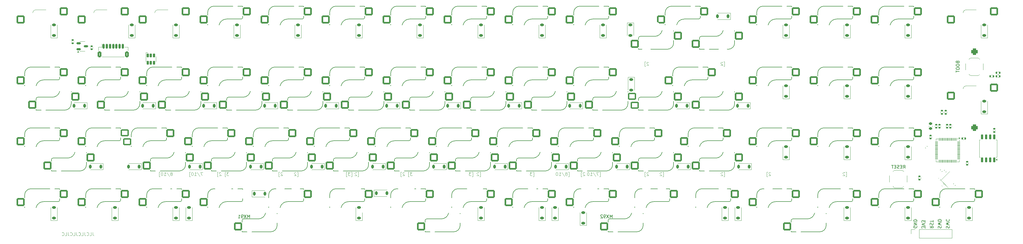
<source format=gbo>
G04 #@! TF.GenerationSoftware,KiCad,Pcbnew,8.0.4-1.fc39*
G04 #@! TF.CreationDate,2024-09-17T21:02:33-04:00*
G04 #@! TF.ProjectId,Q9-Chimera,51392d43-6869-46d6-9572-612e6b696361,rev?*
G04 #@! TF.SameCoordinates,Original*
G04 #@! TF.FileFunction,Legend,Bot*
G04 #@! TF.FilePolarity,Positive*
%FSLAX46Y46*%
G04 Gerber Fmt 4.6, Leading zero omitted, Abs format (unit mm)*
G04 Created by KiCad (PCBNEW 8.0.4-1.fc39) date 2024-09-17 21:02:33*
%MOMM*%
%LPD*%
G01*
G04 APERTURE LIST*
G04 Aperture macros list*
%AMRoundRect*
0 Rectangle with rounded corners*
0 $1 Rounding radius*
0 $2 $3 $4 $5 $6 $7 $8 $9 X,Y pos of 4 corners*
0 Add a 4 corners polygon primitive as box body*
4,1,4,$2,$3,$4,$5,$6,$7,$8,$9,$2,$3,0*
0 Add four circle primitives for the rounded corners*
1,1,$1+$1,$2,$3*
1,1,$1+$1,$4,$5*
1,1,$1+$1,$6,$7*
1,1,$1+$1,$8,$9*
0 Add four rect primitives between the rounded corners*
20,1,$1+$1,$2,$3,$4,$5,0*
20,1,$1+$1,$4,$5,$6,$7,0*
20,1,$1+$1,$6,$7,$8,$9,0*
20,1,$1+$1,$8,$9,$2,$3,0*%
%AMRotRect*
0 Rectangle, with rotation*
0 The origin of the aperture is its center*
0 $1 length*
0 $2 width*
0 $3 Rotation angle, in degrees counterclockwise*
0 Add horizontal line*
21,1,$1,$2,0,0,$3*%
%AMOutline5P*
0 Free polygon, 5 corners , with rotation*
0 The origin of the aperture is its center*
0 number of corners: always 5*
0 $1 to $10 corner X, Y*
0 $11 Rotation angle, in degrees counterclockwise*
0 create outline with 5 corners*
4,1,5,$1,$2,$3,$4,$5,$6,$7,$8,$9,$10,$1,$2,$11*%
%AMOutline6P*
0 Free polygon, 6 corners , with rotation*
0 The origin of the aperture is its center*
0 number of corners: always 6*
0 $1 to $12 corner X, Y*
0 $13 Rotation angle, in degrees counterclockwise*
0 create outline with 6 corners*
4,1,6,$1,$2,$3,$4,$5,$6,$7,$8,$9,$10,$11,$12,$1,$2,$13*%
%AMOutline7P*
0 Free polygon, 7 corners , with rotation*
0 The origin of the aperture is its center*
0 number of corners: always 7*
0 $1 to $14 corner X, Y*
0 $15 Rotation angle, in degrees counterclockwise*
0 create outline with 7 corners*
4,1,7,$1,$2,$3,$4,$5,$6,$7,$8,$9,$10,$11,$12,$13,$14,$1,$2,$15*%
%AMOutline8P*
0 Free polygon, 8 corners , with rotation*
0 The origin of the aperture is its center*
0 number of corners: always 8*
0 $1 to $16 corner X, Y*
0 $17 Rotation angle, in degrees counterclockwise*
0 create outline with 8 corners*
4,1,8,$1,$2,$3,$4,$5,$6,$7,$8,$9,$10,$11,$12,$13,$14,$15,$16,$1,$2,$17*%
%AMFreePoly0*
4,1,18,-1.275000,1.000000,-1.255970,1.095671,-1.201777,1.176777,-1.120671,1.230970,-1.025000,1.250000,0.275000,1.250000,1.275000,0.250000,1.275000,-1.000000,1.255970,-1.095671,1.201777,-1.176777,1.120671,-1.230970,1.025000,-1.250000,-1.025000,-1.250000,-1.120671,-1.230970,-1.201777,-1.176777,-1.255970,-1.095671,-1.275000,-1.000000,-1.275000,1.000000,-1.275000,1.000000,$1*%
%AMFreePoly1*
4,1,18,-1.275000,0.250000,-0.275000,1.250000,1.025000,1.250000,1.120671,1.230970,1.201777,1.176777,1.255970,1.095671,1.275000,1.000000,1.275000,-1.000000,1.255970,-1.095671,1.201777,-1.176777,1.120671,-1.230970,1.025000,-1.250000,-1.025000,-1.250000,-1.120671,-1.230970,-1.201777,-1.176777,-1.255970,-1.095671,-1.275000,-1.000000,-1.275000,0.250000,-1.275000,0.250000,$1*%
G04 Aperture macros list end*
%ADD10C,0.100000*%
%ADD11C,0.150000*%
%ADD12C,0.120000*%
%ADD13C,1.750000*%
%ADD14C,3.987800*%
%ADD15C,2.300000*%
%ADD16C,2.000000*%
%ADD17RoundRect,0.500000X0.500000X-0.500000X0.500000X0.500000X-0.500000X0.500000X-0.500000X-0.500000X0*%
%ADD18RoundRect,0.140000X0.170000X-0.140000X0.170000X0.140000X-0.170000X0.140000X-0.170000X-0.140000X0*%
%ADD19C,3.300000*%
%ADD20RoundRect,0.250000X1.025000X1.000000X-1.025000X1.000000X-1.025000X-1.000000X1.025000X-1.000000X0*%
%ADD21RoundRect,0.225000X0.375000X-0.225000X0.375000X0.225000X-0.375000X0.225000X-0.375000X-0.225000X0*%
%ADD22RoundRect,0.150000X-0.150000X0.475000X-0.150000X-0.475000X0.150000X-0.475000X0.150000X0.475000X0*%
%ADD23RoundRect,0.225000X0.225000X0.375000X-0.225000X0.375000X-0.225000X-0.375000X0.225000X-0.375000X0*%
%ADD24RoundRect,0.225000X-0.375000X0.225000X-0.375000X-0.225000X0.375000X-0.225000X0.375000X0.225000X0*%
%ADD25RoundRect,0.250000X-1.025000X-1.000000X1.025000X-1.000000X1.025000X1.000000X-1.025000X1.000000X0*%
%ADD26RoundRect,0.140000X-0.170000X0.140000X-0.170000X-0.140000X0.170000X-0.140000X0.170000X0.140000X0*%
%ADD27RoundRect,0.135000X-0.135000X-0.185000X0.135000X-0.185000X0.135000X0.185000X-0.135000X0.185000X0*%
%ADD28Outline5P,-1.275000X1.250000X0.275000X1.250000X1.275000X0.250000X1.275000X-1.250000X-1.275000X-1.250000X180.000000*%
%ADD29RoundRect,0.135000X-0.185000X0.135000X-0.185000X-0.135000X0.185000X-0.135000X0.185000X0.135000X0*%
%ADD30RoundRect,0.140000X0.021213X-0.219203X0.219203X-0.021213X-0.021213X0.219203X-0.219203X0.021213X0*%
%ADD31RoundRect,0.140000X-0.140000X-0.170000X0.140000X-0.170000X0.140000X0.170000X-0.140000X0.170000X0*%
%ADD32C,3.048000*%
%ADD33RoundRect,0.225000X-0.225000X-0.375000X0.225000X-0.375000X0.225000X0.375000X-0.225000X0.375000X0*%
%ADD34FreePoly0,0.000000*%
%ADD35R,1.700000X1.000000*%
%ADD36FreePoly1,180.000000*%
%ADD37RoundRect,0.050000X0.387500X0.050000X-0.387500X0.050000X-0.387500X-0.050000X0.387500X-0.050000X0*%
%ADD38RoundRect,0.050000X0.050000X0.387500X-0.050000X0.387500X-0.050000X-0.387500X0.050000X-0.387500X0*%
%ADD39R,3.200000X3.200000*%
%ADD40RoundRect,0.150000X-0.512500X-0.150000X0.512500X-0.150000X0.512500X0.150000X-0.512500X0.150000X0*%
%ADD41RoundRect,0.150000X-0.150000X-0.625000X0.150000X-0.625000X0.150000X0.625000X-0.150000X0.625000X0*%
%ADD42RoundRect,0.250000X-0.350000X-0.650000X0.350000X-0.650000X0.350000X0.650000X-0.350000X0.650000X0*%
%ADD43RoundRect,0.140000X-0.021213X0.219203X-0.219203X0.021213X0.021213X-0.219203X0.219203X-0.021213X0*%
%ADD44RoundRect,0.226000X1.041500X0.904000X-1.041500X0.904000X-1.041500X-0.904000X1.041500X-0.904000X0*%
%ADD45RoundRect,0.228000X-1.047000X-0.912000X1.047000X-0.912000X1.047000X0.912000X-1.047000X0.912000X0*%
%ADD46RoundRect,0.225000X0.250000X-0.225000X0.250000X0.225000X-0.250000X0.225000X-0.250000X-0.225000X0*%
%ADD47RotRect,1.400000X1.200000X45.000000*%
%ADD48RoundRect,0.226000X-1.041500X-0.904000X1.041500X-0.904000X1.041500X0.904000X-1.041500X0.904000X0*%
%ADD49FreePoly0,180.000000*%
%ADD50RoundRect,0.150000X0.150000X-0.650000X0.150000X0.650000X-0.150000X0.650000X-0.150000X-0.650000X0*%
%ADD51RoundRect,0.140000X0.219203X0.021213X0.021213X0.219203X-0.219203X-0.021213X-0.021213X-0.219203X0*%
%ADD52RoundRect,0.228000X1.047000X0.912000X-1.047000X0.912000X-1.047000X-0.912000X1.047000X-0.912000X0*%
%ADD53R,1.700000X1.700000*%
%ADD54O,1.700000X1.700000*%
%ADD55RoundRect,0.135000X0.035355X-0.226274X0.226274X-0.035355X-0.035355X0.226274X-0.226274X0.035355X0*%
G04 APERTURE END LIST*
D10*
X40586161Y-89459075D02*
X40586161Y-90173360D01*
X40586161Y-90173360D02*
X40633780Y-90316217D01*
X40633780Y-90316217D02*
X40729018Y-90411456D01*
X40729018Y-90411456D02*
X40871875Y-90459075D01*
X40871875Y-90459075D02*
X40967113Y-90459075D01*
X39633780Y-90459075D02*
X40109970Y-90459075D01*
X40109970Y-90459075D02*
X40109970Y-89459075D01*
X38729018Y-90363836D02*
X38776637Y-90411456D01*
X38776637Y-90411456D02*
X38919494Y-90459075D01*
X38919494Y-90459075D02*
X39014732Y-90459075D01*
X39014732Y-90459075D02*
X39157589Y-90411456D01*
X39157589Y-90411456D02*
X39252827Y-90316217D01*
X39252827Y-90316217D02*
X39300446Y-90220979D01*
X39300446Y-90220979D02*
X39348065Y-90030503D01*
X39348065Y-90030503D02*
X39348065Y-89887646D01*
X39348065Y-89887646D02*
X39300446Y-89697170D01*
X39300446Y-89697170D02*
X39252827Y-89601932D01*
X39252827Y-89601932D02*
X39157589Y-89506694D01*
X39157589Y-89506694D02*
X39014732Y-89459075D01*
X39014732Y-89459075D02*
X38919494Y-89459075D01*
X38919494Y-89459075D02*
X38776637Y-89506694D01*
X38776637Y-89506694D02*
X38729018Y-89554313D01*
X38014732Y-89459075D02*
X38014732Y-90173360D01*
X38014732Y-90173360D02*
X38062351Y-90316217D01*
X38062351Y-90316217D02*
X38157589Y-90411456D01*
X38157589Y-90411456D02*
X38300446Y-90459075D01*
X38300446Y-90459075D02*
X38395684Y-90459075D01*
X37062351Y-90459075D02*
X37538541Y-90459075D01*
X37538541Y-90459075D02*
X37538541Y-89459075D01*
X36157589Y-90363836D02*
X36205208Y-90411456D01*
X36205208Y-90411456D02*
X36348065Y-90459075D01*
X36348065Y-90459075D02*
X36443303Y-90459075D01*
X36443303Y-90459075D02*
X36586160Y-90411456D01*
X36586160Y-90411456D02*
X36681398Y-90316217D01*
X36681398Y-90316217D02*
X36729017Y-90220979D01*
X36729017Y-90220979D02*
X36776636Y-90030503D01*
X36776636Y-90030503D02*
X36776636Y-89887646D01*
X36776636Y-89887646D02*
X36729017Y-89697170D01*
X36729017Y-89697170D02*
X36681398Y-89601932D01*
X36681398Y-89601932D02*
X36586160Y-89506694D01*
X36586160Y-89506694D02*
X36443303Y-89459075D01*
X36443303Y-89459075D02*
X36348065Y-89459075D01*
X36348065Y-89459075D02*
X36205208Y-89506694D01*
X36205208Y-89506694D02*
X36157589Y-89554313D01*
X35443303Y-89459075D02*
X35443303Y-90173360D01*
X35443303Y-90173360D02*
X35490922Y-90316217D01*
X35490922Y-90316217D02*
X35586160Y-90411456D01*
X35586160Y-90411456D02*
X35729017Y-90459075D01*
X35729017Y-90459075D02*
X35824255Y-90459075D01*
X34490922Y-90459075D02*
X34967112Y-90459075D01*
X34967112Y-90459075D02*
X34967112Y-89459075D01*
X33586160Y-90363836D02*
X33633779Y-90411456D01*
X33633779Y-90411456D02*
X33776636Y-90459075D01*
X33776636Y-90459075D02*
X33871874Y-90459075D01*
X33871874Y-90459075D02*
X34014731Y-90411456D01*
X34014731Y-90411456D02*
X34109969Y-90316217D01*
X34109969Y-90316217D02*
X34157588Y-90220979D01*
X34157588Y-90220979D02*
X34205207Y-90030503D01*
X34205207Y-90030503D02*
X34205207Y-89887646D01*
X34205207Y-89887646D02*
X34157588Y-89697170D01*
X34157588Y-89697170D02*
X34109969Y-89601932D01*
X34109969Y-89601932D02*
X34014731Y-89506694D01*
X34014731Y-89506694D02*
X33871874Y-89459075D01*
X33871874Y-89459075D02*
X33776636Y-89459075D01*
X33776636Y-89459075D02*
X33633779Y-89506694D01*
X33633779Y-89506694D02*
X33586160Y-89554313D01*
X32871874Y-89459075D02*
X32871874Y-90173360D01*
X32871874Y-90173360D02*
X32919493Y-90316217D01*
X32919493Y-90316217D02*
X33014731Y-90411456D01*
X33014731Y-90411456D02*
X33157588Y-90459075D01*
X33157588Y-90459075D02*
X33252826Y-90459075D01*
X31919493Y-90459075D02*
X32395683Y-90459075D01*
X32395683Y-90459075D02*
X32395683Y-89459075D01*
X31014731Y-90363836D02*
X31062350Y-90411456D01*
X31062350Y-90411456D02*
X31205207Y-90459075D01*
X31205207Y-90459075D02*
X31300445Y-90459075D01*
X31300445Y-90459075D02*
X31443302Y-90411456D01*
X31443302Y-90411456D02*
X31538540Y-90316217D01*
X31538540Y-90316217D02*
X31586159Y-90220979D01*
X31586159Y-90220979D02*
X31633778Y-90030503D01*
X31633778Y-90030503D02*
X31633778Y-89887646D01*
X31633778Y-89887646D02*
X31586159Y-89697170D01*
X31586159Y-89697170D02*
X31538540Y-89601932D01*
X31538540Y-89601932D02*
X31443302Y-89506694D01*
X31443302Y-89506694D02*
X31300445Y-89459075D01*
X31300445Y-89459075D02*
X31205207Y-89459075D01*
X31205207Y-89459075D02*
X31062350Y-89506694D01*
X31062350Y-89506694D02*
X31014731Y-89554313D01*
X137937899Y-70791702D02*
X137890280Y-70744083D01*
X137890280Y-70744083D02*
X137795042Y-70696464D01*
X137795042Y-70696464D02*
X137556947Y-70696464D01*
X137556947Y-70696464D02*
X137461709Y-70744083D01*
X137461709Y-70744083D02*
X137414090Y-70791702D01*
X137414090Y-70791702D02*
X137366471Y-70886940D01*
X137366471Y-70886940D02*
X137366471Y-70982178D01*
X137366471Y-70982178D02*
X137414090Y-71125035D01*
X137414090Y-71125035D02*
X137985518Y-71696464D01*
X137985518Y-71696464D02*
X137366471Y-71696464D01*
X137033137Y-72029797D02*
X136795042Y-72029797D01*
X136795042Y-72029797D02*
X136795042Y-70601225D01*
X136795042Y-70601225D02*
X137033137Y-70601225D01*
X161417086Y-72029797D02*
X161655181Y-72029797D01*
X161655181Y-72029797D02*
X161655181Y-70601225D01*
X161655181Y-70601225D02*
X161417086Y-70601225D01*
X161083752Y-70791702D02*
X161036133Y-70744083D01*
X161036133Y-70744083D02*
X160940895Y-70696464D01*
X160940895Y-70696464D02*
X160702800Y-70696464D01*
X160702800Y-70696464D02*
X160607562Y-70744083D01*
X160607562Y-70744083D02*
X160559943Y-70791702D01*
X160559943Y-70791702D02*
X160512324Y-70886940D01*
X160512324Y-70886940D02*
X160512324Y-70982178D01*
X160512324Y-70982178D02*
X160559943Y-71125035D01*
X160559943Y-71125035D02*
X161131371Y-71696464D01*
X161131371Y-71696464D02*
X160512324Y-71696464D01*
X218567134Y-72029797D02*
X218805229Y-72029797D01*
X218805229Y-72029797D02*
X218805229Y-70601225D01*
X218805229Y-70601225D02*
X218567134Y-70601225D01*
X218233800Y-70791702D02*
X218186181Y-70744083D01*
X218186181Y-70744083D02*
X218090943Y-70696464D01*
X218090943Y-70696464D02*
X217852848Y-70696464D01*
X217852848Y-70696464D02*
X217757610Y-70744083D01*
X217757610Y-70744083D02*
X217709991Y-70791702D01*
X217709991Y-70791702D02*
X217662372Y-70886940D01*
X217662372Y-70886940D02*
X217662372Y-70982178D01*
X217662372Y-70982178D02*
X217709991Y-71125035D01*
X217709991Y-71125035D02*
X218281419Y-71696464D01*
X218281419Y-71696464D02*
X217662372Y-71696464D01*
X194194679Y-70791702D02*
X194147060Y-70744083D01*
X194147060Y-70744083D02*
X194051822Y-70696464D01*
X194051822Y-70696464D02*
X193813727Y-70696464D01*
X193813727Y-70696464D02*
X193718489Y-70744083D01*
X193718489Y-70744083D02*
X193670870Y-70791702D01*
X193670870Y-70791702D02*
X193623251Y-70886940D01*
X193623251Y-70886940D02*
X193623251Y-70982178D01*
X193623251Y-70982178D02*
X193670870Y-71125035D01*
X193670870Y-71125035D02*
X194242298Y-71696464D01*
X194242298Y-71696464D02*
X193623251Y-71696464D01*
X193289917Y-72029797D02*
X193051822Y-72029797D01*
X193051822Y-72029797D02*
X193051822Y-70601225D01*
X193051822Y-70601225D02*
X193289917Y-70601225D01*
D11*
X293661792Y-69430851D02*
X293995125Y-68954660D01*
X294233220Y-69430851D02*
X294233220Y-68430851D01*
X294233220Y-68430851D02*
X293852268Y-68430851D01*
X293852268Y-68430851D02*
X293757030Y-68478470D01*
X293757030Y-68478470D02*
X293709411Y-68526089D01*
X293709411Y-68526089D02*
X293661792Y-68621327D01*
X293661792Y-68621327D02*
X293661792Y-68764184D01*
X293661792Y-68764184D02*
X293709411Y-68859422D01*
X293709411Y-68859422D02*
X293757030Y-68907041D01*
X293757030Y-68907041D02*
X293852268Y-68954660D01*
X293852268Y-68954660D02*
X294233220Y-68954660D01*
X293233220Y-68907041D02*
X292899887Y-68907041D01*
X292757030Y-69430851D02*
X293233220Y-69430851D01*
X293233220Y-69430851D02*
X293233220Y-68430851D01*
X293233220Y-68430851D02*
X292757030Y-68430851D01*
X292376077Y-69383232D02*
X292233220Y-69430851D01*
X292233220Y-69430851D02*
X291995125Y-69430851D01*
X291995125Y-69430851D02*
X291899887Y-69383232D01*
X291899887Y-69383232D02*
X291852268Y-69335612D01*
X291852268Y-69335612D02*
X291804649Y-69240374D01*
X291804649Y-69240374D02*
X291804649Y-69145136D01*
X291804649Y-69145136D02*
X291852268Y-69049898D01*
X291852268Y-69049898D02*
X291899887Y-69002279D01*
X291899887Y-69002279D02*
X291995125Y-68954660D01*
X291995125Y-68954660D02*
X292185601Y-68907041D01*
X292185601Y-68907041D02*
X292280839Y-68859422D01*
X292280839Y-68859422D02*
X292328458Y-68811803D01*
X292328458Y-68811803D02*
X292376077Y-68716565D01*
X292376077Y-68716565D02*
X292376077Y-68621327D01*
X292376077Y-68621327D02*
X292328458Y-68526089D01*
X292328458Y-68526089D02*
X292280839Y-68478470D01*
X292280839Y-68478470D02*
X292185601Y-68430851D01*
X292185601Y-68430851D02*
X291947506Y-68430851D01*
X291947506Y-68430851D02*
X291804649Y-68478470D01*
X291376077Y-68907041D02*
X291042744Y-68907041D01*
X290899887Y-69430851D02*
X291376077Y-69430851D01*
X291376077Y-69430851D02*
X291376077Y-68430851D01*
X291376077Y-68430851D02*
X290899887Y-68430851D01*
X290614172Y-68430851D02*
X290042744Y-68430851D01*
X290328458Y-69430851D02*
X290328458Y-68430851D01*
D10*
X83067782Y-70696464D02*
X82448735Y-70696464D01*
X82448735Y-70696464D02*
X82782068Y-71077416D01*
X82782068Y-71077416D02*
X82639211Y-71077416D01*
X82639211Y-71077416D02*
X82543973Y-71125035D01*
X82543973Y-71125035D02*
X82496354Y-71172654D01*
X82496354Y-71172654D02*
X82448735Y-71267892D01*
X82448735Y-71267892D02*
X82448735Y-71505987D01*
X82448735Y-71505987D02*
X82496354Y-71601225D01*
X82496354Y-71601225D02*
X82543973Y-71648845D01*
X82543973Y-71648845D02*
X82639211Y-71696464D01*
X82639211Y-71696464D02*
X82924925Y-71696464D01*
X82924925Y-71696464D02*
X83020163Y-71648845D01*
X83020163Y-71648845D02*
X83067782Y-71601225D01*
X82115401Y-72029797D02*
X81877306Y-72029797D01*
X81877306Y-72029797D02*
X81877306Y-70601225D01*
X81877306Y-70601225D02*
X82115401Y-70601225D01*
X121269135Y-72029797D02*
X121507230Y-72029797D01*
X121507230Y-72029797D02*
X121507230Y-70601225D01*
X121507230Y-70601225D02*
X121269135Y-70601225D01*
X120983420Y-70696464D02*
X120364373Y-70696464D01*
X120364373Y-70696464D02*
X120697706Y-71077416D01*
X120697706Y-71077416D02*
X120554849Y-71077416D01*
X120554849Y-71077416D02*
X120459611Y-71125035D01*
X120459611Y-71125035D02*
X120411992Y-71172654D01*
X120411992Y-71172654D02*
X120364373Y-71267892D01*
X120364373Y-71267892D02*
X120364373Y-71505987D01*
X120364373Y-71505987D02*
X120411992Y-71601225D01*
X120411992Y-71601225D02*
X120459611Y-71648845D01*
X120459611Y-71648845D02*
X120554849Y-71696464D01*
X120554849Y-71696464D02*
X120840563Y-71696464D01*
X120840563Y-71696464D02*
X120935801Y-71648845D01*
X120935801Y-71648845D02*
X120983420Y-71601225D01*
X120031039Y-72029797D02*
X119792944Y-72029797D01*
X119792944Y-72029797D02*
X119792944Y-70601225D01*
X119792944Y-70601225D02*
X120031039Y-70601225D01*
X214137963Y-70791702D02*
X214090344Y-70744083D01*
X214090344Y-70744083D02*
X213995106Y-70696464D01*
X213995106Y-70696464D02*
X213757011Y-70696464D01*
X213757011Y-70696464D02*
X213661773Y-70744083D01*
X213661773Y-70744083D02*
X213614154Y-70791702D01*
X213614154Y-70791702D02*
X213566535Y-70886940D01*
X213566535Y-70886940D02*
X213566535Y-70982178D01*
X213566535Y-70982178D02*
X213614154Y-71125035D01*
X213614154Y-71125035D02*
X214185582Y-71696464D01*
X214185582Y-71696464D02*
X213566535Y-71696464D01*
X213233201Y-72029797D02*
X212995106Y-72029797D01*
X212995106Y-72029797D02*
X212995106Y-70601225D01*
X212995106Y-70601225D02*
X213233201Y-70601225D01*
X237617150Y-72029797D02*
X237855245Y-72029797D01*
X237855245Y-72029797D02*
X237855245Y-70601225D01*
X237855245Y-70601225D02*
X237617150Y-70601225D01*
X237283816Y-70791702D02*
X237236197Y-70744083D01*
X237236197Y-70744083D02*
X237140959Y-70696464D01*
X237140959Y-70696464D02*
X236902864Y-70696464D01*
X236902864Y-70696464D02*
X236807626Y-70744083D01*
X236807626Y-70744083D02*
X236760007Y-70791702D01*
X236760007Y-70791702D02*
X236712388Y-70886940D01*
X236712388Y-70886940D02*
X236712388Y-70982178D01*
X236712388Y-70982178D02*
X236760007Y-71125035D01*
X236760007Y-71125035D02*
X237331435Y-71696464D01*
X237331435Y-71696464D02*
X236712388Y-71696464D01*
D11*
X202778936Y-84939591D02*
X202778936Y-83939591D01*
X202778936Y-83939591D02*
X202445603Y-84653876D01*
X202445603Y-84653876D02*
X202112270Y-83939591D01*
X202112270Y-83939591D02*
X202112270Y-84939591D01*
X201731317Y-83939591D02*
X201064651Y-84939591D01*
X201064651Y-83939591D02*
X201731317Y-84939591D01*
X200636079Y-84939591D02*
X200445603Y-84939591D01*
X200445603Y-84939591D02*
X200350365Y-84891972D01*
X200350365Y-84891972D02*
X200302746Y-84844352D01*
X200302746Y-84844352D02*
X200207508Y-84701495D01*
X200207508Y-84701495D02*
X200159889Y-84511019D01*
X200159889Y-84511019D02*
X200159889Y-84130067D01*
X200159889Y-84130067D02*
X200207508Y-84034829D01*
X200207508Y-84034829D02*
X200255127Y-83987210D01*
X200255127Y-83987210D02*
X200350365Y-83939591D01*
X200350365Y-83939591D02*
X200540841Y-83939591D01*
X200540841Y-83939591D02*
X200636079Y-83987210D01*
X200636079Y-83987210D02*
X200683698Y-84034829D01*
X200683698Y-84034829D02*
X200731317Y-84130067D01*
X200731317Y-84130067D02*
X200731317Y-84368162D01*
X200731317Y-84368162D02*
X200683698Y-84463400D01*
X200683698Y-84463400D02*
X200636079Y-84511019D01*
X200636079Y-84511019D02*
X200540841Y-84558638D01*
X200540841Y-84558638D02*
X200350365Y-84558638D01*
X200350365Y-84558638D02*
X200255127Y-84511019D01*
X200255127Y-84511019D02*
X200207508Y-84463400D01*
X200207508Y-84463400D02*
X200159889Y-84368162D01*
X199778936Y-84034829D02*
X199731317Y-83987210D01*
X199731317Y-83987210D02*
X199636079Y-83939591D01*
X199636079Y-83939591D02*
X199397984Y-83939591D01*
X199397984Y-83939591D02*
X199302746Y-83987210D01*
X199302746Y-83987210D02*
X199255127Y-84034829D01*
X199255127Y-84034829D02*
X199207508Y-84130067D01*
X199207508Y-84130067D02*
X199207508Y-84225305D01*
X199207508Y-84225305D02*
X199255127Y-84368162D01*
X199255127Y-84368162D02*
X199826555Y-84939591D01*
X199826555Y-84939591D02*
X199207508Y-84939591D01*
D10*
X189085305Y-72005744D02*
X189323400Y-72005744D01*
X189323400Y-72005744D02*
X189323400Y-70577172D01*
X189323400Y-70577172D02*
X189085305Y-70577172D01*
X188561495Y-71100982D02*
X188656733Y-71053363D01*
X188656733Y-71053363D02*
X188704352Y-71005744D01*
X188704352Y-71005744D02*
X188751971Y-70910506D01*
X188751971Y-70910506D02*
X188751971Y-70862887D01*
X188751971Y-70862887D02*
X188704352Y-70767649D01*
X188704352Y-70767649D02*
X188656733Y-70720030D01*
X188656733Y-70720030D02*
X188561495Y-70672411D01*
X188561495Y-70672411D02*
X188371019Y-70672411D01*
X188371019Y-70672411D02*
X188275781Y-70720030D01*
X188275781Y-70720030D02*
X188228162Y-70767649D01*
X188228162Y-70767649D02*
X188180543Y-70862887D01*
X188180543Y-70862887D02*
X188180543Y-70910506D01*
X188180543Y-70910506D02*
X188228162Y-71005744D01*
X188228162Y-71005744D02*
X188275781Y-71053363D01*
X188275781Y-71053363D02*
X188371019Y-71100982D01*
X188371019Y-71100982D02*
X188561495Y-71100982D01*
X188561495Y-71100982D02*
X188656733Y-71148601D01*
X188656733Y-71148601D02*
X188704352Y-71196220D01*
X188704352Y-71196220D02*
X188751971Y-71291458D01*
X188751971Y-71291458D02*
X188751971Y-71481934D01*
X188751971Y-71481934D02*
X188704352Y-71577172D01*
X188704352Y-71577172D02*
X188656733Y-71624792D01*
X188656733Y-71624792D02*
X188561495Y-71672411D01*
X188561495Y-71672411D02*
X188371019Y-71672411D01*
X188371019Y-71672411D02*
X188275781Y-71624792D01*
X188275781Y-71624792D02*
X188228162Y-71577172D01*
X188228162Y-71577172D02*
X188180543Y-71481934D01*
X188180543Y-71481934D02*
X188180543Y-71291458D01*
X188180543Y-71291458D02*
X188228162Y-71196220D01*
X188228162Y-71196220D02*
X188275781Y-71148601D01*
X188275781Y-71148601D02*
X188371019Y-71100982D01*
X187037686Y-70624792D02*
X187894828Y-71910506D01*
X186180543Y-71672411D02*
X186751971Y-71672411D01*
X186466257Y-71672411D02*
X186466257Y-70672411D01*
X186466257Y-70672411D02*
X186561495Y-70815268D01*
X186561495Y-70815268D02*
X186656733Y-70910506D01*
X186656733Y-70910506D02*
X186751971Y-70958125D01*
X185561495Y-70672411D02*
X185466257Y-70672411D01*
X185466257Y-70672411D02*
X185371019Y-70720030D01*
X185371019Y-70720030D02*
X185323400Y-70767649D01*
X185323400Y-70767649D02*
X185275781Y-70862887D01*
X185275781Y-70862887D02*
X185228162Y-71053363D01*
X185228162Y-71053363D02*
X185228162Y-71291458D01*
X185228162Y-71291458D02*
X185275781Y-71481934D01*
X185275781Y-71481934D02*
X185323400Y-71577172D01*
X185323400Y-71577172D02*
X185371019Y-71624792D01*
X185371019Y-71624792D02*
X185466257Y-71672411D01*
X185466257Y-71672411D02*
X185561495Y-71672411D01*
X185561495Y-71672411D02*
X185656733Y-71624792D01*
X185656733Y-71624792D02*
X185704352Y-71577172D01*
X185704352Y-71577172D02*
X185751971Y-71481934D01*
X185751971Y-71481934D02*
X185799590Y-71291458D01*
X185799590Y-71291458D02*
X185799590Y-71053363D01*
X185799590Y-71053363D02*
X185751971Y-70862887D01*
X185751971Y-70862887D02*
X185704352Y-70767649D01*
X185704352Y-70767649D02*
X185656733Y-70720030D01*
X185656733Y-70720030D02*
X185561495Y-70672411D01*
X65228162Y-71100982D02*
X65323400Y-71053363D01*
X65323400Y-71053363D02*
X65371019Y-71005744D01*
X65371019Y-71005744D02*
X65418638Y-70910506D01*
X65418638Y-70910506D02*
X65418638Y-70862887D01*
X65418638Y-70862887D02*
X65371019Y-70767649D01*
X65371019Y-70767649D02*
X65323400Y-70720030D01*
X65323400Y-70720030D02*
X65228162Y-70672411D01*
X65228162Y-70672411D02*
X65037686Y-70672411D01*
X65037686Y-70672411D02*
X64942448Y-70720030D01*
X64942448Y-70720030D02*
X64894829Y-70767649D01*
X64894829Y-70767649D02*
X64847210Y-70862887D01*
X64847210Y-70862887D02*
X64847210Y-70910506D01*
X64847210Y-70910506D02*
X64894829Y-71005744D01*
X64894829Y-71005744D02*
X64942448Y-71053363D01*
X64942448Y-71053363D02*
X65037686Y-71100982D01*
X65037686Y-71100982D02*
X65228162Y-71100982D01*
X65228162Y-71100982D02*
X65323400Y-71148601D01*
X65323400Y-71148601D02*
X65371019Y-71196220D01*
X65371019Y-71196220D02*
X65418638Y-71291458D01*
X65418638Y-71291458D02*
X65418638Y-71481934D01*
X65418638Y-71481934D02*
X65371019Y-71577172D01*
X65371019Y-71577172D02*
X65323400Y-71624792D01*
X65323400Y-71624792D02*
X65228162Y-71672411D01*
X65228162Y-71672411D02*
X65037686Y-71672411D01*
X65037686Y-71672411D02*
X64942448Y-71624792D01*
X64942448Y-71624792D02*
X64894829Y-71577172D01*
X64894829Y-71577172D02*
X64847210Y-71481934D01*
X64847210Y-71481934D02*
X64847210Y-71291458D01*
X64847210Y-71291458D02*
X64894829Y-71196220D01*
X64894829Y-71196220D02*
X64942448Y-71148601D01*
X64942448Y-71148601D02*
X65037686Y-71100982D01*
X63704353Y-70624792D02*
X64561495Y-71910506D01*
X62847210Y-71672411D02*
X63418638Y-71672411D01*
X63132924Y-71672411D02*
X63132924Y-70672411D01*
X63132924Y-70672411D02*
X63228162Y-70815268D01*
X63228162Y-70815268D02*
X63323400Y-70910506D01*
X63323400Y-70910506D02*
X63418638Y-70958125D01*
X62228162Y-70672411D02*
X62132924Y-70672411D01*
X62132924Y-70672411D02*
X62037686Y-70720030D01*
X62037686Y-70720030D02*
X61990067Y-70767649D01*
X61990067Y-70767649D02*
X61942448Y-70862887D01*
X61942448Y-70862887D02*
X61894829Y-71053363D01*
X61894829Y-71053363D02*
X61894829Y-71291458D01*
X61894829Y-71291458D02*
X61942448Y-71481934D01*
X61942448Y-71481934D02*
X61990067Y-71577172D01*
X61990067Y-71577172D02*
X62037686Y-71624792D01*
X62037686Y-71624792D02*
X62132924Y-71672411D01*
X62132924Y-71672411D02*
X62228162Y-71672411D01*
X62228162Y-71672411D02*
X62323400Y-71624792D01*
X62323400Y-71624792D02*
X62371019Y-71577172D01*
X62371019Y-71577172D02*
X62418638Y-71481934D01*
X62418638Y-71481934D02*
X62466257Y-71291458D01*
X62466257Y-71291458D02*
X62466257Y-71053363D01*
X62466257Y-71053363D02*
X62418638Y-70862887D01*
X62418638Y-70862887D02*
X62371019Y-70767649D01*
X62371019Y-70767649D02*
X62323400Y-70720030D01*
X62323400Y-70720030D02*
X62228162Y-70672411D01*
X61561495Y-72005744D02*
X61323400Y-72005744D01*
X61323400Y-72005744D02*
X61323400Y-70577172D01*
X61323400Y-70577172D02*
X61561495Y-70577172D01*
X74966257Y-70672411D02*
X74299591Y-70672411D01*
X74299591Y-70672411D02*
X74728162Y-71672411D01*
X73204353Y-70624792D02*
X74061495Y-71910506D01*
X72347210Y-71672411D02*
X72918638Y-71672411D01*
X72632924Y-71672411D02*
X72632924Y-70672411D01*
X72632924Y-70672411D02*
X72728162Y-70815268D01*
X72728162Y-70815268D02*
X72823400Y-70910506D01*
X72823400Y-70910506D02*
X72918638Y-70958125D01*
X71728162Y-70672411D02*
X71632924Y-70672411D01*
X71632924Y-70672411D02*
X71537686Y-70720030D01*
X71537686Y-70720030D02*
X71490067Y-70767649D01*
X71490067Y-70767649D02*
X71442448Y-70862887D01*
X71442448Y-70862887D02*
X71394829Y-71053363D01*
X71394829Y-71053363D02*
X71394829Y-71291458D01*
X71394829Y-71291458D02*
X71442448Y-71481934D01*
X71442448Y-71481934D02*
X71490067Y-71577172D01*
X71490067Y-71577172D02*
X71537686Y-71624792D01*
X71537686Y-71624792D02*
X71632924Y-71672411D01*
X71632924Y-71672411D02*
X71728162Y-71672411D01*
X71728162Y-71672411D02*
X71823400Y-71624792D01*
X71823400Y-71624792D02*
X71871019Y-71577172D01*
X71871019Y-71577172D02*
X71918638Y-71481934D01*
X71918638Y-71481934D02*
X71966257Y-71291458D01*
X71966257Y-71291458D02*
X71966257Y-71053363D01*
X71966257Y-71053363D02*
X71918638Y-70862887D01*
X71918638Y-70862887D02*
X71871019Y-70767649D01*
X71871019Y-70767649D02*
X71823400Y-70720030D01*
X71823400Y-70720030D02*
X71728162Y-70672411D01*
X71061495Y-72005744D02*
X70823400Y-72005744D01*
X70823400Y-72005744D02*
X70823400Y-70577172D01*
X70823400Y-70577172D02*
X71061495Y-70577172D01*
X198835305Y-72005744D02*
X199073400Y-72005744D01*
X199073400Y-72005744D02*
X199073400Y-70577172D01*
X199073400Y-70577172D02*
X198835305Y-70577172D01*
X198549590Y-70672411D02*
X197882924Y-70672411D01*
X197882924Y-70672411D02*
X198311495Y-71672411D01*
X196787686Y-70624792D02*
X197644828Y-71910506D01*
X195930543Y-71672411D02*
X196501971Y-71672411D01*
X196216257Y-71672411D02*
X196216257Y-70672411D01*
X196216257Y-70672411D02*
X196311495Y-70815268D01*
X196311495Y-70815268D02*
X196406733Y-70910506D01*
X196406733Y-70910506D02*
X196501971Y-70958125D01*
X195311495Y-70672411D02*
X195216257Y-70672411D01*
X195216257Y-70672411D02*
X195121019Y-70720030D01*
X195121019Y-70720030D02*
X195073400Y-70767649D01*
X195073400Y-70767649D02*
X195025781Y-70862887D01*
X195025781Y-70862887D02*
X194978162Y-71053363D01*
X194978162Y-71053363D02*
X194978162Y-71291458D01*
X194978162Y-71291458D02*
X195025781Y-71481934D01*
X195025781Y-71481934D02*
X195073400Y-71577172D01*
X195073400Y-71577172D02*
X195121019Y-71624792D01*
X195121019Y-71624792D02*
X195216257Y-71672411D01*
X195216257Y-71672411D02*
X195311495Y-71672411D01*
X195311495Y-71672411D02*
X195406733Y-71624792D01*
X195406733Y-71624792D02*
X195454352Y-71577172D01*
X195454352Y-71577172D02*
X195501971Y-71481934D01*
X195501971Y-71481934D02*
X195549590Y-71291458D01*
X195549590Y-71291458D02*
X195549590Y-71053363D01*
X195549590Y-71053363D02*
X195501971Y-70862887D01*
X195501971Y-70862887D02*
X195454352Y-70767649D01*
X195454352Y-70767649D02*
X195406733Y-70720030D01*
X195406733Y-70720030D02*
X195311495Y-70672411D01*
X80638915Y-70791702D02*
X80591296Y-70744083D01*
X80591296Y-70744083D02*
X80496058Y-70696464D01*
X80496058Y-70696464D02*
X80257963Y-70696464D01*
X80257963Y-70696464D02*
X80162725Y-70744083D01*
X80162725Y-70744083D02*
X80115106Y-70791702D01*
X80115106Y-70791702D02*
X80067487Y-70886940D01*
X80067487Y-70886940D02*
X80067487Y-70982178D01*
X80067487Y-70982178D02*
X80115106Y-71125035D01*
X80115106Y-71125035D02*
X80686534Y-71696464D01*
X80686534Y-71696464D02*
X80067487Y-71696464D01*
X79734153Y-72029797D02*
X79496058Y-72029797D01*
X79496058Y-72029797D02*
X79496058Y-70601225D01*
X79496058Y-70601225D02*
X79734153Y-70601225D01*
X104415718Y-72029797D02*
X104653813Y-72029797D01*
X104653813Y-72029797D02*
X104653813Y-70601225D01*
X104653813Y-70601225D02*
X104415718Y-70601225D01*
X104082384Y-70791702D02*
X104034765Y-70744083D01*
X104034765Y-70744083D02*
X103939527Y-70696464D01*
X103939527Y-70696464D02*
X103701432Y-70696464D01*
X103701432Y-70696464D02*
X103606194Y-70744083D01*
X103606194Y-70744083D02*
X103558575Y-70791702D01*
X103558575Y-70791702D02*
X103510956Y-70886940D01*
X103510956Y-70886940D02*
X103510956Y-70982178D01*
X103510956Y-70982178D02*
X103558575Y-71125035D01*
X103558575Y-71125035D02*
X104130003Y-71696464D01*
X104130003Y-71696464D02*
X103510956Y-71696464D01*
X214137963Y-36263548D02*
X214090344Y-36215929D01*
X214090344Y-36215929D02*
X213995106Y-36168310D01*
X213995106Y-36168310D02*
X213757011Y-36168310D01*
X213757011Y-36168310D02*
X213661773Y-36215929D01*
X213661773Y-36215929D02*
X213614154Y-36263548D01*
X213614154Y-36263548D02*
X213566535Y-36358786D01*
X213566535Y-36358786D02*
X213566535Y-36454024D01*
X213566535Y-36454024D02*
X213614154Y-36596881D01*
X213614154Y-36596881D02*
X214185582Y-37168310D01*
X214185582Y-37168310D02*
X213566535Y-37168310D01*
X213233201Y-37501643D02*
X212995106Y-37501643D01*
X212995106Y-37501643D02*
X212995106Y-36073071D01*
X212995106Y-36073071D02*
X213233201Y-36073071D01*
X237617150Y-37501643D02*
X237855245Y-37501643D01*
X237855245Y-37501643D02*
X237855245Y-36073071D01*
X237855245Y-36073071D02*
X237617150Y-36073071D01*
X237283816Y-36263548D02*
X237236197Y-36215929D01*
X237236197Y-36215929D02*
X237140959Y-36168310D01*
X237140959Y-36168310D02*
X236902864Y-36168310D01*
X236902864Y-36168310D02*
X236807626Y-36215929D01*
X236807626Y-36215929D02*
X236760007Y-36263548D01*
X236760007Y-36263548D02*
X236712388Y-36358786D01*
X236712388Y-36358786D02*
X236712388Y-36454024D01*
X236712388Y-36454024D02*
X236760007Y-36596881D01*
X236760007Y-36596881D02*
X237331435Y-37168310D01*
X237331435Y-37168310D02*
X236712388Y-37168310D01*
X252237995Y-70791702D02*
X252190376Y-70744083D01*
X252190376Y-70744083D02*
X252095138Y-70696464D01*
X252095138Y-70696464D02*
X251857043Y-70696464D01*
X251857043Y-70696464D02*
X251761805Y-70744083D01*
X251761805Y-70744083D02*
X251714186Y-70791702D01*
X251714186Y-70791702D02*
X251666567Y-70886940D01*
X251666567Y-70886940D02*
X251666567Y-70982178D01*
X251666567Y-70982178D02*
X251714186Y-71125035D01*
X251714186Y-71125035D02*
X252285614Y-71696464D01*
X252285614Y-71696464D02*
X251666567Y-71696464D01*
X251333233Y-72029797D02*
X251095138Y-72029797D01*
X251095138Y-72029797D02*
X251095138Y-70601225D01*
X251095138Y-70601225D02*
X251333233Y-70601225D01*
X275717182Y-72029797D02*
X275955277Y-72029797D01*
X275955277Y-72029797D02*
X275955277Y-70601225D01*
X275955277Y-70601225D02*
X275717182Y-70601225D01*
X275383848Y-70791702D02*
X275336229Y-70744083D01*
X275336229Y-70744083D02*
X275240991Y-70696464D01*
X275240991Y-70696464D02*
X275002896Y-70696464D01*
X275002896Y-70696464D02*
X274907658Y-70744083D01*
X274907658Y-70744083D02*
X274860039Y-70791702D01*
X274860039Y-70791702D02*
X274812420Y-70886940D01*
X274812420Y-70886940D02*
X274812420Y-70982178D01*
X274812420Y-70982178D02*
X274860039Y-71125035D01*
X274860039Y-71125035D02*
X275431467Y-71696464D01*
X275431467Y-71696464D02*
X274812420Y-71696464D01*
X159035834Y-72029797D02*
X159273929Y-72029797D01*
X159273929Y-72029797D02*
X159273929Y-70601225D01*
X159273929Y-70601225D02*
X159035834Y-70601225D01*
X158750119Y-70696464D02*
X158131072Y-70696464D01*
X158131072Y-70696464D02*
X158464405Y-71077416D01*
X158464405Y-71077416D02*
X158321548Y-71077416D01*
X158321548Y-71077416D02*
X158226310Y-71125035D01*
X158226310Y-71125035D02*
X158178691Y-71172654D01*
X158178691Y-71172654D02*
X158131072Y-71267892D01*
X158131072Y-71267892D02*
X158131072Y-71505987D01*
X158131072Y-71505987D02*
X158178691Y-71601225D01*
X158178691Y-71601225D02*
X158226310Y-71648845D01*
X158226310Y-71648845D02*
X158321548Y-71696464D01*
X158321548Y-71696464D02*
X158607262Y-71696464D01*
X158607262Y-71696464D02*
X158702500Y-71648845D01*
X158702500Y-71648845D02*
X158750119Y-71601225D01*
D11*
X89586904Y-84954819D02*
X89586904Y-83954819D01*
X89586904Y-83954819D02*
X89253571Y-84669104D01*
X89253571Y-84669104D02*
X88920238Y-83954819D01*
X88920238Y-83954819D02*
X88920238Y-84954819D01*
X88539285Y-83954819D02*
X87872619Y-84954819D01*
X87872619Y-83954819D02*
X88539285Y-84954819D01*
X87444047Y-84954819D02*
X87253571Y-84954819D01*
X87253571Y-84954819D02*
X87158333Y-84907200D01*
X87158333Y-84907200D02*
X87110714Y-84859580D01*
X87110714Y-84859580D02*
X87015476Y-84716723D01*
X87015476Y-84716723D02*
X86967857Y-84526247D01*
X86967857Y-84526247D02*
X86967857Y-84145295D01*
X86967857Y-84145295D02*
X87015476Y-84050057D01*
X87015476Y-84050057D02*
X87063095Y-84002438D01*
X87063095Y-84002438D02*
X87158333Y-83954819D01*
X87158333Y-83954819D02*
X87348809Y-83954819D01*
X87348809Y-83954819D02*
X87444047Y-84002438D01*
X87444047Y-84002438D02*
X87491666Y-84050057D01*
X87491666Y-84050057D02*
X87539285Y-84145295D01*
X87539285Y-84145295D02*
X87539285Y-84383390D01*
X87539285Y-84383390D02*
X87491666Y-84478628D01*
X87491666Y-84478628D02*
X87444047Y-84526247D01*
X87444047Y-84526247D02*
X87348809Y-84573866D01*
X87348809Y-84573866D02*
X87158333Y-84573866D01*
X87158333Y-84573866D02*
X87063095Y-84526247D01*
X87063095Y-84526247D02*
X87015476Y-84478628D01*
X87015476Y-84478628D02*
X86967857Y-84383390D01*
X86015476Y-84954819D02*
X86586904Y-84954819D01*
X86301190Y-84954819D02*
X86301190Y-83954819D01*
X86301190Y-83954819D02*
X86396428Y-84097676D01*
X86396428Y-84097676D02*
X86491666Y-84192914D01*
X86491666Y-84192914D02*
X86586904Y-84240533D01*
X310674885Y-36177736D02*
X310722504Y-36320593D01*
X310722504Y-36320593D02*
X310770123Y-36368212D01*
X310770123Y-36368212D02*
X310865361Y-36415831D01*
X310865361Y-36415831D02*
X311008218Y-36415831D01*
X311008218Y-36415831D02*
X311103456Y-36368212D01*
X311103456Y-36368212D02*
X311151076Y-36320593D01*
X311151076Y-36320593D02*
X311198695Y-36225355D01*
X311198695Y-36225355D02*
X311198695Y-35844403D01*
X311198695Y-35844403D02*
X310198695Y-35844403D01*
X310198695Y-35844403D02*
X310198695Y-36177736D01*
X310198695Y-36177736D02*
X310246314Y-36272974D01*
X310246314Y-36272974D02*
X310293933Y-36320593D01*
X310293933Y-36320593D02*
X310389171Y-36368212D01*
X310389171Y-36368212D02*
X310484409Y-36368212D01*
X310484409Y-36368212D02*
X310579647Y-36320593D01*
X310579647Y-36320593D02*
X310627266Y-36272974D01*
X310627266Y-36272974D02*
X310674885Y-36177736D01*
X310674885Y-36177736D02*
X310674885Y-35844403D01*
X310198695Y-37034879D02*
X310198695Y-37225355D01*
X310198695Y-37225355D02*
X310246314Y-37320593D01*
X310246314Y-37320593D02*
X310341552Y-37415831D01*
X310341552Y-37415831D02*
X310532028Y-37463450D01*
X310532028Y-37463450D02*
X310865361Y-37463450D01*
X310865361Y-37463450D02*
X311055837Y-37415831D01*
X311055837Y-37415831D02*
X311151076Y-37320593D01*
X311151076Y-37320593D02*
X311198695Y-37225355D01*
X311198695Y-37225355D02*
X311198695Y-37034879D01*
X311198695Y-37034879D02*
X311151076Y-36939641D01*
X311151076Y-36939641D02*
X311055837Y-36844403D01*
X311055837Y-36844403D02*
X310865361Y-36796784D01*
X310865361Y-36796784D02*
X310532028Y-36796784D01*
X310532028Y-36796784D02*
X310341552Y-36844403D01*
X310341552Y-36844403D02*
X310246314Y-36939641D01*
X310246314Y-36939641D02*
X310198695Y-37034879D01*
X310198695Y-38082498D02*
X310198695Y-38272974D01*
X310198695Y-38272974D02*
X310246314Y-38368212D01*
X310246314Y-38368212D02*
X310341552Y-38463450D01*
X310341552Y-38463450D02*
X310532028Y-38511069D01*
X310532028Y-38511069D02*
X310865361Y-38511069D01*
X310865361Y-38511069D02*
X311055837Y-38463450D01*
X311055837Y-38463450D02*
X311151076Y-38368212D01*
X311151076Y-38368212D02*
X311198695Y-38272974D01*
X311198695Y-38272974D02*
X311198695Y-38082498D01*
X311198695Y-38082498D02*
X311151076Y-37987260D01*
X311151076Y-37987260D02*
X311055837Y-37892022D01*
X311055837Y-37892022D02*
X310865361Y-37844403D01*
X310865361Y-37844403D02*
X310532028Y-37844403D01*
X310532028Y-37844403D02*
X310341552Y-37892022D01*
X310341552Y-37892022D02*
X310246314Y-37987260D01*
X310246314Y-37987260D02*
X310198695Y-38082498D01*
X310198695Y-38796784D02*
X310198695Y-39368212D01*
X311198695Y-39082498D02*
X310198695Y-39082498D01*
D10*
X99837867Y-70791702D02*
X99790248Y-70744083D01*
X99790248Y-70744083D02*
X99695010Y-70696464D01*
X99695010Y-70696464D02*
X99456915Y-70696464D01*
X99456915Y-70696464D02*
X99361677Y-70744083D01*
X99361677Y-70744083D02*
X99314058Y-70791702D01*
X99314058Y-70791702D02*
X99266439Y-70886940D01*
X99266439Y-70886940D02*
X99266439Y-70982178D01*
X99266439Y-70982178D02*
X99314058Y-71125035D01*
X99314058Y-71125035D02*
X99885486Y-71696464D01*
X99885486Y-71696464D02*
X99266439Y-71696464D01*
X98933105Y-72029797D02*
X98695010Y-72029797D01*
X98695010Y-72029797D02*
X98695010Y-70601225D01*
X98695010Y-70601225D02*
X98933105Y-70601225D01*
X123317054Y-72029797D02*
X123555149Y-72029797D01*
X123555149Y-72029797D02*
X123555149Y-70601225D01*
X123555149Y-70601225D02*
X123317054Y-70601225D01*
X122983720Y-70791702D02*
X122936101Y-70744083D01*
X122936101Y-70744083D02*
X122840863Y-70696464D01*
X122840863Y-70696464D02*
X122602768Y-70696464D01*
X122602768Y-70696464D02*
X122507530Y-70744083D01*
X122507530Y-70744083D02*
X122459911Y-70791702D01*
X122459911Y-70791702D02*
X122412292Y-70886940D01*
X122412292Y-70886940D02*
X122412292Y-70982178D01*
X122412292Y-70982178D02*
X122459911Y-71125035D01*
X122459911Y-71125035D02*
X123031339Y-71696464D01*
X123031339Y-71696464D02*
X122412292Y-71696464D01*
D11*
X304602080Y-88102951D02*
X304554460Y-87960094D01*
X304554460Y-87960094D02*
X304554460Y-87721999D01*
X304554460Y-87721999D02*
X304602080Y-87626761D01*
X304602080Y-87626761D02*
X304649699Y-87579142D01*
X304649699Y-87579142D02*
X304744937Y-87531523D01*
X304744937Y-87531523D02*
X304840175Y-87531523D01*
X304840175Y-87531523D02*
X304935413Y-87579142D01*
X304935413Y-87579142D02*
X304983032Y-87626761D01*
X304983032Y-87626761D02*
X305030651Y-87721999D01*
X305030651Y-87721999D02*
X305078270Y-87912475D01*
X305078270Y-87912475D02*
X305125889Y-88007713D01*
X305125889Y-88007713D02*
X305173508Y-88055332D01*
X305173508Y-88055332D02*
X305268746Y-88102951D01*
X305268746Y-88102951D02*
X305363984Y-88102951D01*
X305363984Y-88102951D02*
X305459222Y-88055332D01*
X305459222Y-88055332D02*
X305506841Y-88007713D01*
X305506841Y-88007713D02*
X305554460Y-87912475D01*
X305554460Y-87912475D02*
X305554460Y-87674380D01*
X305554460Y-87674380D02*
X305506841Y-87531523D01*
X305554460Y-87198189D02*
X304554460Y-86960094D01*
X304554460Y-86960094D02*
X305268746Y-86769618D01*
X305268746Y-86769618D02*
X304554460Y-86579142D01*
X304554460Y-86579142D02*
X305554460Y-86341047D01*
X304554460Y-85960094D02*
X305554460Y-85960094D01*
X305554460Y-85960094D02*
X305554460Y-85721999D01*
X305554460Y-85721999D02*
X305506841Y-85579142D01*
X305506841Y-85579142D02*
X305411603Y-85483904D01*
X305411603Y-85483904D02*
X305316365Y-85436285D01*
X305316365Y-85436285D02*
X305125889Y-85388666D01*
X305125889Y-85388666D02*
X304983032Y-85388666D01*
X304983032Y-85388666D02*
X304792556Y-85436285D01*
X304792556Y-85436285D02*
X304697318Y-85483904D01*
X304697318Y-85483904D02*
X304602080Y-85579142D01*
X304602080Y-85579142D02*
X304554460Y-85721999D01*
X304554460Y-85721999D02*
X304554460Y-85960094D01*
X302014460Y-87483904D02*
X302490651Y-87817237D01*
X302014460Y-88055332D02*
X303014460Y-88055332D01*
X303014460Y-88055332D02*
X303014460Y-87674380D01*
X303014460Y-87674380D02*
X302966841Y-87579142D01*
X302966841Y-87579142D02*
X302919222Y-87531523D01*
X302919222Y-87531523D02*
X302823984Y-87483904D01*
X302823984Y-87483904D02*
X302681127Y-87483904D01*
X302681127Y-87483904D02*
X302585889Y-87531523D01*
X302585889Y-87531523D02*
X302538270Y-87579142D01*
X302538270Y-87579142D02*
X302490651Y-87674380D01*
X302490651Y-87674380D02*
X302490651Y-88055332D01*
X302062080Y-87102951D02*
X302014460Y-86960094D01*
X302014460Y-86960094D02*
X302014460Y-86721999D01*
X302014460Y-86721999D02*
X302062080Y-86626761D01*
X302062080Y-86626761D02*
X302109699Y-86579142D01*
X302109699Y-86579142D02*
X302204937Y-86531523D01*
X302204937Y-86531523D02*
X302300175Y-86531523D01*
X302300175Y-86531523D02*
X302395413Y-86579142D01*
X302395413Y-86579142D02*
X302443032Y-86626761D01*
X302443032Y-86626761D02*
X302490651Y-86721999D01*
X302490651Y-86721999D02*
X302538270Y-86912475D01*
X302538270Y-86912475D02*
X302585889Y-87007713D01*
X302585889Y-87007713D02*
X302633508Y-87055332D01*
X302633508Y-87055332D02*
X302728746Y-87102951D01*
X302728746Y-87102951D02*
X302823984Y-87102951D01*
X302823984Y-87102951D02*
X302919222Y-87055332D01*
X302919222Y-87055332D02*
X302966841Y-87007713D01*
X302966841Y-87007713D02*
X303014460Y-86912475D01*
X303014460Y-86912475D02*
X303014460Y-86674380D01*
X303014460Y-86674380D02*
X302966841Y-86531523D01*
X303014460Y-86245808D02*
X303014460Y-85674380D01*
X302014460Y-85960094D02*
X303014460Y-85960094D01*
X307142080Y-88102951D02*
X307094460Y-87960094D01*
X307094460Y-87960094D02*
X307094460Y-87721999D01*
X307094460Y-87721999D02*
X307142080Y-87626761D01*
X307142080Y-87626761D02*
X307189699Y-87579142D01*
X307189699Y-87579142D02*
X307284937Y-87531523D01*
X307284937Y-87531523D02*
X307380175Y-87531523D01*
X307380175Y-87531523D02*
X307475413Y-87579142D01*
X307475413Y-87579142D02*
X307523032Y-87626761D01*
X307523032Y-87626761D02*
X307570651Y-87721999D01*
X307570651Y-87721999D02*
X307618270Y-87912475D01*
X307618270Y-87912475D02*
X307665889Y-88007713D01*
X307665889Y-88007713D02*
X307713508Y-88055332D01*
X307713508Y-88055332D02*
X307808746Y-88102951D01*
X307808746Y-88102951D02*
X307903984Y-88102951D01*
X307903984Y-88102951D02*
X307999222Y-88055332D01*
X307999222Y-88055332D02*
X308046841Y-88007713D01*
X308046841Y-88007713D02*
X308094460Y-87912475D01*
X308094460Y-87912475D02*
X308094460Y-87674380D01*
X308094460Y-87674380D02*
X308046841Y-87531523D01*
X308094460Y-87198189D02*
X307094460Y-86960094D01*
X307094460Y-86960094D02*
X307808746Y-86769618D01*
X307808746Y-86769618D02*
X307094460Y-86579142D01*
X307094460Y-86579142D02*
X308094460Y-86341047D01*
X307189699Y-85388666D02*
X307142080Y-85436285D01*
X307142080Y-85436285D02*
X307094460Y-85579142D01*
X307094460Y-85579142D02*
X307094460Y-85674380D01*
X307094460Y-85674380D02*
X307142080Y-85817237D01*
X307142080Y-85817237D02*
X307237318Y-85912475D01*
X307237318Y-85912475D02*
X307332556Y-85960094D01*
X307332556Y-85960094D02*
X307523032Y-86007713D01*
X307523032Y-86007713D02*
X307665889Y-86007713D01*
X307665889Y-86007713D02*
X307856365Y-85960094D01*
X307856365Y-85960094D02*
X307951603Y-85912475D01*
X307951603Y-85912475D02*
X308046841Y-85817237D01*
X308046841Y-85817237D02*
X308094460Y-85674380D01*
X308094460Y-85674380D02*
X308094460Y-85579142D01*
X308094460Y-85579142D02*
X308046841Y-85436285D01*
X308046841Y-85436285D02*
X307999222Y-85388666D01*
X300474460Y-88150570D02*
X300474460Y-87531523D01*
X300474460Y-87531523D02*
X300093508Y-87864856D01*
X300093508Y-87864856D02*
X300093508Y-87721999D01*
X300093508Y-87721999D02*
X300045889Y-87626761D01*
X300045889Y-87626761D02*
X299998270Y-87579142D01*
X299998270Y-87579142D02*
X299903032Y-87531523D01*
X299903032Y-87531523D02*
X299664937Y-87531523D01*
X299664937Y-87531523D02*
X299569699Y-87579142D01*
X299569699Y-87579142D02*
X299522080Y-87626761D01*
X299522080Y-87626761D02*
X299474460Y-87721999D01*
X299474460Y-87721999D02*
X299474460Y-88007713D01*
X299474460Y-88007713D02*
X299522080Y-88102951D01*
X299522080Y-88102951D02*
X299569699Y-88150570D01*
X300474460Y-87245808D02*
X299474460Y-86912475D01*
X299474460Y-86912475D02*
X300474460Y-86579142D01*
X300474460Y-86341046D02*
X300474460Y-85721999D01*
X300474460Y-85721999D02*
X300093508Y-86055332D01*
X300093508Y-86055332D02*
X300093508Y-85912475D01*
X300093508Y-85912475D02*
X300045889Y-85817237D01*
X300045889Y-85817237D02*
X299998270Y-85769618D01*
X299998270Y-85769618D02*
X299903032Y-85721999D01*
X299903032Y-85721999D02*
X299664937Y-85721999D01*
X299664937Y-85721999D02*
X299569699Y-85769618D01*
X299569699Y-85769618D02*
X299522080Y-85817237D01*
X299522080Y-85817237D02*
X299474460Y-85912475D01*
X299474460Y-85912475D02*
X299474460Y-86198189D01*
X299474460Y-86198189D02*
X299522080Y-86293427D01*
X299522080Y-86293427D02*
X299569699Y-86341046D01*
X297886841Y-87531523D02*
X297934460Y-87626761D01*
X297934460Y-87626761D02*
X297934460Y-87769618D01*
X297934460Y-87769618D02*
X297886841Y-87912475D01*
X297886841Y-87912475D02*
X297791603Y-88007713D01*
X297791603Y-88007713D02*
X297696365Y-88055332D01*
X297696365Y-88055332D02*
X297505889Y-88102951D01*
X297505889Y-88102951D02*
X297363032Y-88102951D01*
X297363032Y-88102951D02*
X297172556Y-88055332D01*
X297172556Y-88055332D02*
X297077318Y-88007713D01*
X297077318Y-88007713D02*
X296982080Y-87912475D01*
X296982080Y-87912475D02*
X296934460Y-87769618D01*
X296934460Y-87769618D02*
X296934460Y-87674380D01*
X296934460Y-87674380D02*
X296982080Y-87531523D01*
X296982080Y-87531523D02*
X297029699Y-87483904D01*
X297029699Y-87483904D02*
X297363032Y-87483904D01*
X297363032Y-87483904D02*
X297363032Y-87674380D01*
X296934460Y-87055332D02*
X297934460Y-87055332D01*
X297934460Y-87055332D02*
X296934460Y-86483904D01*
X296934460Y-86483904D02*
X297934460Y-86483904D01*
X296934460Y-86007713D02*
X297934460Y-86007713D01*
X297934460Y-86007713D02*
X297934460Y-85769618D01*
X297934460Y-85769618D02*
X297886841Y-85626761D01*
X297886841Y-85626761D02*
X297791603Y-85531523D01*
X297791603Y-85531523D02*
X297696365Y-85483904D01*
X297696365Y-85483904D02*
X297505889Y-85436285D01*
X297505889Y-85436285D02*
X297363032Y-85436285D01*
X297363032Y-85436285D02*
X297172556Y-85483904D01*
X297172556Y-85483904D02*
X297077318Y-85531523D01*
X297077318Y-85531523D02*
X296982080Y-85626761D01*
X296982080Y-85626761D02*
X296934460Y-85769618D01*
X296934460Y-85769618D02*
X296934460Y-86007713D01*
D10*
X178085850Y-72029797D02*
X178323945Y-72029797D01*
X178323945Y-72029797D02*
X178323945Y-70601225D01*
X178323945Y-70601225D02*
X178085850Y-70601225D01*
X177800135Y-70696464D02*
X177181088Y-70696464D01*
X177181088Y-70696464D02*
X177514421Y-71077416D01*
X177514421Y-71077416D02*
X177371564Y-71077416D01*
X177371564Y-71077416D02*
X177276326Y-71125035D01*
X177276326Y-71125035D02*
X177228707Y-71172654D01*
X177228707Y-71172654D02*
X177181088Y-71267892D01*
X177181088Y-71267892D02*
X177181088Y-71505987D01*
X177181088Y-71505987D02*
X177228707Y-71601225D01*
X177228707Y-71601225D02*
X177276326Y-71648845D01*
X177276326Y-71648845D02*
X177371564Y-71696464D01*
X177371564Y-71696464D02*
X177657278Y-71696464D01*
X177657278Y-71696464D02*
X177752516Y-71648845D01*
X177752516Y-71648845D02*
X177800135Y-71601225D01*
X140366770Y-70696464D02*
X139747723Y-70696464D01*
X139747723Y-70696464D02*
X140081056Y-71077416D01*
X140081056Y-71077416D02*
X139938199Y-71077416D01*
X139938199Y-71077416D02*
X139842961Y-71125035D01*
X139842961Y-71125035D02*
X139795342Y-71172654D01*
X139795342Y-71172654D02*
X139747723Y-71267892D01*
X139747723Y-71267892D02*
X139747723Y-71505987D01*
X139747723Y-71505987D02*
X139795342Y-71601225D01*
X139795342Y-71601225D02*
X139842961Y-71648845D01*
X139842961Y-71648845D02*
X139938199Y-71696464D01*
X139938199Y-71696464D02*
X140223913Y-71696464D01*
X140223913Y-71696464D02*
X140319151Y-71648845D01*
X140319151Y-71648845D02*
X140366770Y-71601225D01*
X139414389Y-72029797D02*
X139176294Y-72029797D01*
X139176294Y-72029797D02*
X139176294Y-70601225D01*
X139176294Y-70601225D02*
X139414389Y-70601225D01*
D12*
G04 #@! TO.C,C2*
X33969672Y-29671525D02*
X33969672Y-29887197D01*
X34689672Y-29671525D02*
X34689672Y-29887197D01*
D11*
G04 #@! TO.C,MX9*
X171714824Y-20649780D02*
X171714824Y-21449780D01*
X171714824Y-24539780D02*
X171714824Y-24299780D01*
X177600000Y-22699780D02*
X182164824Y-22699780D01*
X179614824Y-18649780D02*
X173714824Y-18649780D01*
X182664824Y-18649780D02*
X181114824Y-18649780D01*
X182664824Y-18879780D02*
X182664824Y-18649780D01*
X182664824Y-22199780D02*
X182664824Y-21729780D01*
X171714824Y-20649780D02*
G75*
G02*
X173714824Y-18649780I2000005J-5D01*
G01*
X175305678Y-24539780D02*
G75*
G02*
X177600000Y-22699780I2293456J-509332D01*
G01*
X182664824Y-22199780D02*
G75*
G02*
X182164824Y-22699780I-500001J1D01*
G01*
D12*
G04 #@! TO.C,D6*
X122731928Y-24543750D02*
X122731928Y-28553750D01*
X122731928Y-28553750D02*
X124731928Y-28553750D01*
X124731928Y-24543750D02*
X124731928Y-28553750D01*
G04 #@! TO.C,D56*
X160831896Y-81693750D02*
X160831896Y-85703750D01*
X160831896Y-85703750D02*
X162831896Y-85703750D01*
X162831896Y-81693750D02*
X162831896Y-85703750D01*
G04 #@! TO.C,U2*
X57177464Y-33122640D02*
X57787464Y-33122640D01*
X57177464Y-36022640D02*
X57177464Y-33122640D01*
X60297464Y-34422640D02*
X60297465Y-35222640D01*
X60297464Y-36022640D02*
X60297465Y-35222640D01*
G04 #@! TO.C,D43*
X223179512Y-67857768D02*
X227189512Y-67857768D01*
X223179512Y-69857768D02*
X227189512Y-69857768D01*
X227189512Y-69857768D02*
X227189512Y-67857768D01*
D11*
G04 #@! TO.C,MX20*
X76464824Y-39699780D02*
X76464824Y-40499780D01*
X76464824Y-43589780D02*
X76464824Y-43349780D01*
X82350000Y-41749780D02*
X86914824Y-41749780D01*
X84364824Y-37699780D02*
X78464824Y-37699780D01*
X87414824Y-37699780D02*
X85864824Y-37699780D01*
X87414824Y-37929780D02*
X87414824Y-37699780D01*
X87414824Y-41249780D02*
X87414824Y-40779780D01*
X76464824Y-39699780D02*
G75*
G02*
X78464824Y-37699780I2000005J-5D01*
G01*
X80055678Y-43589780D02*
G75*
G02*
X82350000Y-41749780I2293456J-509332D01*
G01*
X87414824Y-41249780D02*
G75*
G02*
X86914824Y-41749780I-500001J1D01*
G01*
G04 #@! TO.C,MX90*
X226483392Y-58749780D02*
X226483392Y-59549780D01*
X226483392Y-62639780D02*
X226483392Y-62399780D01*
X232368568Y-60799780D02*
X236933392Y-60799780D01*
X234383392Y-56749780D02*
X228483392Y-56749780D01*
X237433392Y-56749780D02*
X235883392Y-56749780D01*
X237433392Y-56979780D02*
X237433392Y-56749780D01*
X237433392Y-60299780D02*
X237433392Y-59829780D01*
X226483392Y-58749780D02*
G75*
G02*
X228483392Y-56749780I2000005J-5D01*
G01*
X230074246Y-62639780D02*
G75*
G02*
X232368568Y-60799780I2293456J-509332D01*
G01*
X237433392Y-60299780D02*
G75*
G02*
X236933392Y-60799780I-500001J1D01*
G01*
D12*
G04 #@! TO.C,D1*
X27482008Y-24543750D02*
X27482008Y-28553750D01*
X27482008Y-28553750D02*
X29482008Y-28553750D01*
X29482008Y-24543750D02*
X29482008Y-28553750D01*
G04 #@! TO.C,D3*
X65581976Y-24543750D02*
X65581976Y-28553750D01*
X65581976Y-28553750D02*
X67581976Y-28553750D01*
X67581976Y-24543750D02*
X67581976Y-28553750D01*
G04 #@! TO.C,D17*
X34763264Y-48807784D02*
X38773264Y-48807784D01*
X34763264Y-50807784D02*
X38773264Y-50807784D01*
X38773264Y-50807784D02*
X38773264Y-48807784D01*
G04 #@! TO.C,D11*
X207458432Y-27843750D02*
X207458432Y-23833750D01*
X209458432Y-23833750D02*
X207458432Y-23833750D01*
X209458432Y-27843750D02*
X209458432Y-23833750D01*
G04 #@! TO.C,D45*
X256081816Y-62643750D02*
X256081816Y-66653750D01*
X256081816Y-66653750D02*
X258081816Y-66653750D01*
X258081816Y-62643750D02*
X258081816Y-66653750D01*
D11*
G04 #@! TO.C,MX49*
X38364824Y-77799780D02*
X38364824Y-78599780D01*
X38364824Y-81689780D02*
X38364824Y-81449780D01*
X44250000Y-79849780D02*
X48814824Y-79849780D01*
X46264824Y-75799780D02*
X40364824Y-75799780D01*
X49314824Y-75799780D02*
X47764824Y-75799780D01*
X49314824Y-76029780D02*
X49314824Y-75799780D01*
X49314824Y-79349780D02*
X49314824Y-78879780D01*
X38364824Y-77799780D02*
G75*
G02*
X40364824Y-75799780I2000005J-5D01*
G01*
X41955678Y-81689780D02*
G75*
G02*
X44250000Y-79849780I2293456J-509332D01*
G01*
X49314824Y-79349780D02*
G75*
G02*
X48814824Y-79849780I-500001J1D01*
G01*
G04 #@! TO.C,MX36*
X77685176Y-66700220D02*
X77685176Y-67170220D01*
X77685176Y-70020220D02*
X77685176Y-70250220D01*
X77685176Y-70250220D02*
X79235176Y-70250220D01*
X80735176Y-70250220D02*
X86635176Y-70250220D01*
X82750000Y-66200220D02*
X78185176Y-66200220D01*
X88635176Y-64360220D02*
X88635176Y-64600220D01*
X88635176Y-68250220D02*
X88635176Y-67450220D01*
X77685176Y-66700220D02*
G75*
G02*
X78185176Y-66200220I500001J-1D01*
G01*
X85044322Y-64360220D02*
G75*
G02*
X82750000Y-66200220I-2293456J509332D01*
G01*
X88635176Y-68250220D02*
G75*
G02*
X86635176Y-70250220I-2000005J5D01*
G01*
D12*
G04 #@! TO.C,D64*
X294181784Y-81693750D02*
X294181784Y-85703750D01*
X294181784Y-85703750D02*
X296181784Y-85703750D01*
X296181784Y-81693750D02*
X296181784Y-85703750D01*
G04 #@! TO.C,D65*
X313231768Y-81693750D02*
X313231768Y-85703750D01*
X313231768Y-85703750D02*
X315231768Y-85703750D01*
X315231768Y-81693750D02*
X315231768Y-85703750D01*
G04 #@! TO.C,C1*
X39873420Y-31797196D02*
X39873420Y-31581524D01*
X40593420Y-31797196D02*
X40593420Y-31581524D01*
G04 #@! TO.C,MX16*
X313369607Y-19800000D02*
X316412500Y-19800000D01*
X312369607Y-20800000D02*
G75*
G02*
X313369607Y-19800000I1000006J-6D01*
G01*
G04 #@! TO.C,D27*
X222881856Y-48807784D02*
X226891856Y-48807784D01*
X222881856Y-50807784D02*
X226891856Y-50807784D01*
X226891856Y-50807784D02*
X226891856Y-48807784D01*
G04 #@! TO.C,D59*
X192724460Y-83281256D02*
X192724460Y-87291256D01*
X192724460Y-87291256D02*
X194724460Y-87291256D01*
X194724460Y-83281256D02*
X194724460Y-87291256D01*
D11*
G04 #@! TO.C,MX5*
X95514824Y-20649780D02*
X95514824Y-21449780D01*
X95514824Y-24539780D02*
X95514824Y-24299780D01*
X101400000Y-22699780D02*
X105964824Y-22699780D01*
X103414824Y-18649780D02*
X97514824Y-18649780D01*
X106464824Y-18649780D02*
X104914824Y-18649780D01*
X106464824Y-18879780D02*
X106464824Y-18649780D01*
X106464824Y-22199780D02*
X106464824Y-21729780D01*
X95514824Y-20649780D02*
G75*
G02*
X97514824Y-18649780I2000005J-5D01*
G01*
X99105678Y-24539780D02*
G75*
G02*
X101400000Y-22699780I2293456J-509332D01*
G01*
X106464824Y-22199780D02*
G75*
G02*
X105964824Y-22699780I-500001J1D01*
G01*
D12*
G04 #@! TO.C,R4*
X323463917Y-40194184D02*
X323156635Y-40194184D01*
X323463917Y-40954184D02*
X323156635Y-40954184D01*
D11*
G04 #@! TO.C,MX37*
X96735176Y-66700220D02*
X96735176Y-67170220D01*
X96735176Y-70020220D02*
X96735176Y-70250220D01*
X96735176Y-70250220D02*
X98285176Y-70250220D01*
X99785176Y-70250220D02*
X105685176Y-70250220D01*
X101800000Y-66200220D02*
X97235176Y-66200220D01*
X107685176Y-64360220D02*
X107685176Y-64600220D01*
X107685176Y-68250220D02*
X107685176Y-67450220D01*
X96735176Y-66700220D02*
G75*
G02*
X97235176Y-66200220I500001J-1D01*
G01*
X104094322Y-64360220D02*
G75*
G02*
X101800000Y-66200220I-2293456J509332D01*
G01*
X107685176Y-68250220D02*
G75*
G02*
X105685176Y-70250220I-2000005J5D01*
G01*
D12*
G04 #@! TO.C,D44*
X242229496Y-67857768D02*
X246239496Y-67857768D01*
X242229496Y-69857768D02*
X246239496Y-69857768D01*
X246239496Y-69857768D02*
X246239496Y-67857768D01*
G04 #@! TO.C,D51*
X69643750Y-81693750D02*
X69643750Y-85703750D01*
X69643750Y-85703750D02*
X71643750Y-85703750D01*
X71643750Y-81693750D02*
X71643750Y-85703750D01*
G04 #@! TO.C,D22*
X132394432Y-48807784D02*
X136404432Y-48807784D01*
X132394432Y-50807784D02*
X136404432Y-50807784D01*
X136404432Y-50807784D02*
X136404432Y-48807784D01*
D11*
G04 #@! TO.C,MX82*
X71702272Y-58749780D02*
X71702272Y-59549780D01*
X71702272Y-62639780D02*
X71702272Y-62399780D01*
X77587448Y-60799780D02*
X82152272Y-60799780D01*
X79602272Y-56749780D02*
X73702272Y-56749780D01*
X82652272Y-56749780D02*
X81102272Y-56749780D01*
X82652272Y-56979780D02*
X82652272Y-56749780D01*
X82652272Y-60299780D02*
X82652272Y-59829780D01*
X71702272Y-58749780D02*
G75*
G02*
X73702272Y-56749780I2000005J-5D01*
G01*
X75293126Y-62639780D02*
G75*
G02*
X77587448Y-60799780I2293456J-509332D01*
G01*
X82652272Y-60299780D02*
G75*
G02*
X82152272Y-60799780I-500001J1D01*
G01*
G04 #@! TO.C,MX44*
X230085176Y-66700220D02*
X230085176Y-67170220D01*
X230085176Y-70020220D02*
X230085176Y-70250220D01*
X230085176Y-70250220D02*
X231635176Y-70250220D01*
X233135176Y-70250220D02*
X239035176Y-70250220D01*
X235150000Y-66200220D02*
X230585176Y-66200220D01*
X241035176Y-64360220D02*
X241035176Y-64600220D01*
X241035176Y-68250220D02*
X241035176Y-67450220D01*
X230085176Y-66700220D02*
G75*
G02*
X230585176Y-66200220I500001J-1D01*
G01*
X237444322Y-64360220D02*
G75*
G02*
X235150000Y-66200220I-2293456J509332D01*
G01*
X241035176Y-68250220D02*
G75*
G02*
X239035176Y-70250220I-2000005J5D01*
G01*
G04 #@! TO.C,MX30*
X266964824Y-39699780D02*
X266964824Y-40499780D01*
X266964824Y-43589780D02*
X266964824Y-43349780D01*
X272850000Y-41749780D02*
X277414824Y-41749780D01*
X274864824Y-37699780D02*
X268964824Y-37699780D01*
X277914824Y-37699780D02*
X276364824Y-37699780D01*
X277914824Y-37929780D02*
X277914824Y-37699780D01*
X277914824Y-41249780D02*
X277914824Y-40779780D01*
X266964824Y-39699780D02*
G75*
G02*
X268964824Y-37699780I2000005J-5D01*
G01*
X270555678Y-43589780D02*
G75*
G02*
X272850000Y-41749780I2293456J-509332D01*
G01*
X277914824Y-41249780D02*
G75*
G02*
X277414824Y-41749780I-500001J1D01*
G01*
G04 #@! TO.C,MX52*
X95514824Y-77799780D02*
X95514824Y-78599780D01*
X95514824Y-81689780D02*
X95514824Y-81449780D01*
X101400001Y-79849780D02*
X105964824Y-79849780D01*
X103414824Y-75799780D02*
X97514824Y-75799780D01*
X106464824Y-75799780D02*
X104914824Y-75799780D01*
X106464824Y-76029780D02*
X106464824Y-75799780D01*
X106464824Y-79349780D02*
X106464824Y-78879781D01*
X95514824Y-77799780D02*
G75*
G02*
X97514824Y-75799780I2000004J-4D01*
G01*
X99105678Y-81689781D02*
G75*
G02*
X101400001Y-79849781I2293456J-509331D01*
G01*
X106464824Y-79349780D02*
G75*
G02*
X105964824Y-79849780I-500001J1D01*
G01*
D12*
G04 #@! TO.C,R8*
X305368572Y-52038753D02*
X305368572Y-51731471D01*
X306128572Y-52038753D02*
X306128572Y-51731471D01*
G04 #@! TO.C,D13*
X256081816Y-24543750D02*
X256081816Y-28553750D01*
X256081816Y-28553750D02*
X258081816Y-28553750D01*
X258081816Y-24543750D02*
X258081816Y-28553750D01*
D11*
G04 #@! TO.C,MX50*
X57414824Y-77799780D02*
X57414824Y-78599780D01*
X57414824Y-81689780D02*
X57414824Y-81449780D01*
X63300000Y-79849780D02*
X67864824Y-79849780D01*
X65314824Y-75799780D02*
X59414824Y-75799780D01*
X68364824Y-75799780D02*
X66814824Y-75799780D01*
X68364824Y-76029780D02*
X68364824Y-75799780D01*
X68364824Y-79349780D02*
X68364824Y-78879780D01*
X57414824Y-77799780D02*
G75*
G02*
X59414824Y-75799780I2000005J-5D01*
G01*
X61005678Y-81689780D02*
G75*
G02*
X63300000Y-79849780I2293456J-509332D01*
G01*
X68364824Y-79349780D02*
G75*
G02*
X67864824Y-79849780I-500001J1D01*
G01*
D12*
G04 #@! TO.C,D15*
X294181784Y-24543750D02*
X294181784Y-28553750D01*
X294181784Y-28553750D02*
X296181784Y-28553750D01*
X296181784Y-24543750D02*
X296181784Y-28553750D01*
G04 #@! TO.C,C10*
X309439793Y-74176158D02*
X309287290Y-74328661D01*
X309948910Y-74685275D02*
X309796407Y-74837778D01*
G04 #@! TO.C,D31*
X294181784Y-43593750D02*
X294181784Y-47603750D01*
X294181784Y-47603750D02*
X296181784Y-47603750D01*
X296181784Y-43593750D02*
X296181784Y-47603750D01*
D11*
G04 #@! TO.C,MX83*
X90752256Y-58749780D02*
X90752256Y-59549780D01*
X90752256Y-62639780D02*
X90752256Y-62399780D01*
X96637432Y-60799780D02*
X101202256Y-60799780D01*
X98652256Y-56749780D02*
X92752256Y-56749780D01*
X101702256Y-56749780D02*
X100152256Y-56749780D01*
X101702256Y-56979780D02*
X101702256Y-56749780D01*
X101702256Y-60299780D02*
X101702256Y-59829780D01*
X90752256Y-58749780D02*
G75*
G02*
X92752256Y-56749780I2000005J-5D01*
G01*
X94343110Y-62639780D02*
G75*
G02*
X96637432Y-60799780I2293456J-509332D01*
G01*
X101702256Y-60299780D02*
G75*
G02*
X101202256Y-60799780I-500001J1D01*
G01*
G04 #@! TO.C,MX74*
X120547584Y-47650220D02*
X120547584Y-48120220D01*
X120547584Y-50970220D02*
X120547584Y-51200220D01*
X120547584Y-51200220D02*
X122097584Y-51200220D01*
X123597584Y-51200220D02*
X129497584Y-51200220D01*
X125612408Y-47150220D02*
X121047584Y-47150220D01*
X131497584Y-45310220D02*
X131497584Y-45550220D01*
X131497584Y-49200220D02*
X131497584Y-48400220D01*
X120547584Y-47650220D02*
G75*
G02*
X121047584Y-47150220I500001J-1D01*
G01*
X127906730Y-45310220D02*
G75*
G02*
X125612408Y-47150220I-2293456J509332D01*
G01*
X131497584Y-49200220D02*
G75*
G02*
X129497584Y-51200220I-2000005J5D01*
G01*
D12*
G04 #@! TO.C,D41*
X185079544Y-67857768D02*
X189089544Y-67857768D01*
X185079544Y-69857768D02*
X189089544Y-69857768D01*
X189089544Y-69857768D02*
X189089544Y-67857768D01*
D11*
G04 #@! TO.C,MX47*
X286014824Y-58749780D02*
X286014824Y-59549780D01*
X286014824Y-62639780D02*
X286014824Y-62399780D01*
X291900000Y-60799780D02*
X296464824Y-60799780D01*
X293914824Y-56749780D02*
X288014824Y-56749780D01*
X296964824Y-56749780D02*
X295414824Y-56749780D01*
X296964824Y-56979780D02*
X296964824Y-56749780D01*
X296964824Y-60299780D02*
X296964824Y-59829780D01*
X286014824Y-58749780D02*
G75*
G02*
X288014824Y-56749780I2000005J-5D01*
G01*
X289605678Y-62639780D02*
G75*
G02*
X291900000Y-60799780I2293456J-509332D01*
G01*
X296964824Y-60299780D02*
G75*
G02*
X296464824Y-60799780I-500001J1D01*
G01*
D12*
G04 #@! TO.C,R7*
X306559196Y-52038753D02*
X306559196Y-51731471D01*
X307319196Y-52038753D02*
X307319196Y-51731471D01*
G04 #@! TO.C,D62*
X241093560Y-81693750D02*
X241093560Y-85703750D01*
X241093560Y-85703750D02*
X243093560Y-85703750D01*
X243093560Y-81693750D02*
X243093560Y-85703750D01*
G04 #@! TO.C,C7*
X312702496Y-59710652D02*
X312486824Y-59710652D01*
X312702496Y-60430652D02*
X312486824Y-60430652D01*
D11*
G04 #@! TO.C,MX73*
X101497600Y-47650220D02*
X101497600Y-48120220D01*
X101497600Y-50970220D02*
X101497600Y-51200220D01*
X101497600Y-51200220D02*
X103047600Y-51200220D01*
X104547600Y-51200220D02*
X110447600Y-51200220D01*
X106562424Y-47150220D02*
X101997600Y-47150220D01*
X112447600Y-45310220D02*
X112447600Y-45550220D01*
X112447600Y-49200220D02*
X112447600Y-48400220D01*
X101497600Y-47650220D02*
G75*
G02*
X101997600Y-47150220I500001J-1D01*
G01*
X108856746Y-45310220D02*
G75*
G02*
X106562424Y-47150220I-2293456J509332D01*
G01*
X112447600Y-49200220D02*
G75*
G02*
X110447600Y-51200220I-2000005J5D01*
G01*
D12*
G04 #@! TO.C,D29*
X256081816Y-43593750D02*
X256081816Y-47603750D01*
X256081816Y-47603750D02*
X258081816Y-47603750D01*
X258081816Y-43593750D02*
X258081816Y-47603750D01*
G04 #@! TO.C,MX1*
X22857107Y-19800000D02*
X25900000Y-19800000D01*
X21857107Y-20800000D02*
G75*
G02*
X22857107Y-19800000I1000006J-6D01*
G01*
G04 #@! TO.C,D19*
X75244480Y-48807784D02*
X79254480Y-48807784D01*
X75244480Y-50807784D02*
X79254480Y-50807784D01*
X79254480Y-50807784D02*
X79254480Y-48807784D01*
D11*
G04 #@! TO.C,MX65*
X305064824Y-77799780D02*
X305064824Y-78599780D01*
X305064824Y-81689780D02*
X305064824Y-81449780D01*
X310950000Y-79849780D02*
X315514824Y-79849780D01*
X312964824Y-75799780D02*
X307064824Y-75799780D01*
X316014824Y-75799780D02*
X314464824Y-75799780D01*
X316014824Y-76029780D02*
X316014824Y-75799780D01*
X316014824Y-79349780D02*
X316014824Y-78879780D01*
X305064824Y-77799780D02*
G75*
G02*
X307064824Y-75799780I2000005J-5D01*
G01*
X308655678Y-81689780D02*
G75*
G02*
X310950000Y-79849780I2293456J-509332D01*
G01*
X316014824Y-79349780D02*
G75*
G02*
X315514824Y-79849780I-500001J1D01*
G01*
D12*
G04 #@! TO.C,D30*
X275131800Y-43593750D02*
X275131800Y-47603750D01*
X275131800Y-47603750D02*
X277131800Y-47603750D01*
X277131800Y-43593750D02*
X277131800Y-47603750D01*
G04 #@! TO.C,C8*
X313276456Y-67917544D02*
X313276456Y-67701872D01*
X313996456Y-67917544D02*
X313996456Y-67701872D01*
G04 #@! TO.C,D12*
X235681064Y-20828120D02*
X239691064Y-20828120D01*
X235681064Y-22828120D02*
X239691064Y-22828120D01*
X239691064Y-22828120D02*
X239691064Y-20828120D01*
D11*
G04 #@! TO.C,MX84*
X109802240Y-58749780D02*
X109802240Y-59549780D01*
X109802240Y-62639780D02*
X109802240Y-62399780D01*
X115687416Y-60799780D02*
X120252240Y-60799780D01*
X117702240Y-56749780D02*
X111802240Y-56749780D01*
X120752240Y-56749780D02*
X119202240Y-56749780D01*
X120752240Y-56979780D02*
X120752240Y-56749780D01*
X120752240Y-60299780D02*
X120752240Y-59829780D01*
X109802240Y-58749780D02*
G75*
G02*
X111802240Y-56749780I2000005J-5D01*
G01*
X113393094Y-62639780D02*
G75*
G02*
X115687416Y-60799780I2293456J-509332D01*
G01*
X120752240Y-60299780D02*
G75*
G02*
X120252240Y-60799780I-500001J1D01*
G01*
D12*
G04 #@! TO.C,C3*
X304644432Y-56093288D02*
X304644432Y-56308960D01*
X305364432Y-56093288D02*
X305364432Y-56308960D01*
G04 #@! TO.C,D7*
X141781912Y-24543750D02*
X141781912Y-28553750D01*
X141781912Y-28553750D02*
X143781912Y-28553750D01*
X143781912Y-24543750D02*
X143781912Y-28553750D01*
D11*
G04 #@! TO.C,MX28*
X230085176Y-47650220D02*
X230085176Y-48120220D01*
X230085176Y-50970220D02*
X230085176Y-51200220D01*
X230085176Y-51200220D02*
X231635176Y-51200220D01*
X233135176Y-51200220D02*
X239035176Y-51200220D01*
X235150000Y-47150220D02*
X230585176Y-47150220D01*
X241035176Y-45310220D02*
X241035176Y-45550220D01*
X241035176Y-49200220D02*
X241035176Y-48400220D01*
X230085176Y-47650220D02*
G75*
G02*
X230585176Y-47150220I500001J-1D01*
G01*
X237444322Y-45310220D02*
G75*
G02*
X235150000Y-47150220I-2293456J509332D01*
G01*
X241035176Y-49200220D02*
G75*
G02*
X239035176Y-51200220I-2000005J5D01*
G01*
D12*
G04 #@! TO.C,D55*
X128410409Y-76192175D02*
X128410409Y-78192175D01*
X132420409Y-76192175D02*
X128410409Y-76192175D01*
X132420409Y-78192175D02*
X128410409Y-78192175D01*
D11*
G04 #@! TO.C,MX67*
X258659968Y-85750220D02*
X258659968Y-86220220D01*
X258659968Y-89070220D02*
X258659968Y-89300220D01*
X258659968Y-89300220D02*
X260209968Y-89300220D01*
X261709968Y-89300220D02*
X267609968Y-89300220D01*
X263724792Y-85250220D02*
X259159968Y-85250220D01*
X269609968Y-83410220D02*
X269609968Y-83650220D01*
X269609968Y-87300220D02*
X269609968Y-86500220D01*
X258659968Y-85750220D02*
G75*
G02*
X259159968Y-85250220I500001J-1D01*
G01*
X266019114Y-83410220D02*
G75*
G02*
X263724792Y-85250220I-2293456J509332D01*
G01*
X269609968Y-87300220D02*
G75*
G02*
X267609968Y-89300220I-2000005J5D01*
G01*
G04 #@! TO.C,MX71*
X63397632Y-47650220D02*
X63397632Y-48120220D01*
X63397632Y-50970220D02*
X63397632Y-51200220D01*
X63397632Y-51200220D02*
X64947632Y-51200220D01*
X66447632Y-51200220D02*
X72347632Y-51200220D01*
X68462456Y-47150220D02*
X63897632Y-47150220D01*
X74347632Y-45310220D02*
X74347632Y-45550220D01*
X74347632Y-49200220D02*
X74347632Y-48400220D01*
X63397632Y-47650220D02*
G75*
G02*
X63897632Y-47150220I500001J-1D01*
G01*
X70756778Y-45310220D02*
G75*
G02*
X68462456Y-47150220I-2293456J509332D01*
G01*
X74347632Y-49200220D02*
G75*
G02*
X72347632Y-51200220I-2000005J5D01*
G01*
D12*
G04 #@! TO.C,D38*
X127929592Y-67857768D02*
X131939592Y-67857768D01*
X127929592Y-69857768D02*
X131939592Y-69857768D01*
X131939592Y-69857768D02*
X131939592Y-67857768D01*
G04 #@! TO.C,D23*
X151444416Y-48807784D02*
X155454416Y-48807784D01*
X151444416Y-50807784D02*
X155454416Y-50807784D01*
X155454416Y-50807784D02*
X155454416Y-48807784D01*
G04 #@! TO.C,D18*
X56194496Y-48807784D02*
X60204496Y-48807784D01*
X56194496Y-50807784D02*
X60204496Y-50807784D01*
X60204496Y-50807784D02*
X60204496Y-48807784D01*
G04 #@! TO.C,R6*
X323463917Y-39152388D02*
X323156635Y-39152388D01*
X323463917Y-39912388D02*
X323156635Y-39912388D01*
D11*
G04 #@! TO.C,MX80*
X27678912Y-66700220D02*
X27678912Y-67170219D01*
X27678912Y-70020220D02*
X27678912Y-70250220D01*
X27678912Y-70250220D02*
X29228912Y-70250220D01*
X30728912Y-70250220D02*
X36628912Y-70250220D01*
X32743735Y-66200220D02*
X28178912Y-66200220D01*
X38628912Y-64360220D02*
X38628912Y-64600220D01*
X38628912Y-68250220D02*
X38628912Y-67450220D01*
X27678912Y-66700220D02*
G75*
G02*
X28178912Y-66200220I500001J-1D01*
G01*
X35038058Y-64360219D02*
G75*
G02*
X32743735Y-66200220I-2293456J509330D01*
G01*
X38628912Y-68250220D02*
G75*
G02*
X36628912Y-70250220I-2000005J5D01*
G01*
G04 #@! TO.C,MX19*
X57414824Y-39699780D02*
X57414824Y-40499780D01*
X57414824Y-43589780D02*
X57414824Y-43349780D01*
X63300000Y-41749780D02*
X67864824Y-41749780D01*
X65314824Y-37699780D02*
X59414824Y-37699780D01*
X68364824Y-37699780D02*
X66814824Y-37699780D01*
X68364824Y-37929780D02*
X68364824Y-37699780D01*
X68364824Y-41249780D02*
X68364824Y-40779780D01*
X57414824Y-39699780D02*
G75*
G02*
X59414824Y-37699780I2000005J-5D01*
G01*
X61005678Y-43589780D02*
G75*
G02*
X63300000Y-41749780I2293456J-509332D01*
G01*
X68364824Y-41249780D02*
G75*
G02*
X67864824Y-41749780I-500001J1D01*
G01*
D12*
G04 #@! TO.C,RST1*
X289350000Y-73721032D02*
X289350000Y-71721032D01*
X290850000Y-69971032D02*
X290400000Y-70421032D01*
X290850000Y-69971032D02*
X293350000Y-69971032D01*
X290850000Y-75471032D02*
X290400000Y-75021032D01*
X290850000Y-75471032D02*
X293350000Y-75471032D01*
X293350000Y-69971032D02*
X293800000Y-70421032D01*
X293350000Y-75471032D02*
X293800000Y-75021032D01*
X294850000Y-73721032D02*
X294850000Y-71721032D01*
D11*
G04 #@! TO.C,MX51*
X76464824Y-77799780D02*
X76464824Y-78599780D01*
X76464824Y-81689780D02*
X76464824Y-81449780D01*
X82350000Y-79849780D02*
X86914824Y-79849780D01*
X84364824Y-75799780D02*
X78464824Y-75799780D01*
X87414824Y-75799780D02*
X85864824Y-75799780D01*
X87414824Y-76029780D02*
X87414824Y-75799780D01*
X87414824Y-79349780D02*
X87414824Y-78879780D01*
X76464824Y-77799780D02*
G75*
G02*
X78464824Y-75799780I2000005J-5D01*
G01*
X80055678Y-81689780D02*
G75*
G02*
X82350000Y-79849780I2293456J-509332D01*
G01*
X87414824Y-79349780D02*
G75*
G02*
X86914824Y-79849780I-500001J1D01*
G01*
D12*
G04 #@! TO.C,U3*
X303924508Y-60181352D02*
X304574508Y-60181352D01*
X303924508Y-60831352D02*
X303924508Y-60181352D01*
X303924508Y-66751352D02*
X303924508Y-67401352D01*
X303924508Y-67401352D02*
X304574508Y-67401352D01*
X310844508Y-60181352D02*
X310494508Y-60181352D01*
X311144508Y-60421352D02*
X311144508Y-60831352D01*
X311144508Y-66751352D02*
X311144508Y-67401352D01*
X311144508Y-67401352D02*
X310494508Y-67401352D01*
X311144508Y-60181352D02*
X310904508Y-59851352D01*
X311384508Y-59851352D01*
X311144508Y-60181352D01*
G36*
X311144508Y-60181352D02*
G01*
X310904508Y-59851352D01*
X311384508Y-59851352D01*
X311144508Y-60181352D01*
G37*
G04 #@! TO.C,D21*
X113344448Y-48807784D02*
X117354448Y-48807784D01*
X113344448Y-50807784D02*
X117354448Y-50807784D01*
X117354448Y-50807784D02*
X117354448Y-48807784D01*
G04 #@! TO.C,D49*
X46531992Y-81693750D02*
X46531992Y-85703750D01*
X46531992Y-85703750D02*
X48531992Y-85703750D01*
X48531992Y-81693750D02*
X48531992Y-85703750D01*
G04 #@! TO.C,U1*
X36506232Y-29649360D02*
X37306232Y-29649359D01*
X36506232Y-32769360D02*
X37306232Y-32769361D01*
X38106232Y-29649360D02*
X37306232Y-29649359D01*
X38106232Y-32769360D02*
X37306232Y-32769361D01*
X36246232Y-33049360D02*
X35766232Y-33049360D01*
X36006232Y-32719360D01*
X36246232Y-33049360D01*
G36*
X36246232Y-33049360D02*
G01*
X35766232Y-33049360D01*
X36006232Y-32719360D01*
X36246232Y-33049360D01*
G37*
D11*
G04 #@! TO.C,MX69*
X22916416Y-47650220D02*
X22916416Y-48120219D01*
X22916416Y-50970220D02*
X22916416Y-51200220D01*
X22916416Y-51200220D02*
X24466416Y-51200220D01*
X25966416Y-51200220D02*
X31866416Y-51200220D01*
X27981239Y-47150220D02*
X23416416Y-47150220D01*
X33866416Y-45310220D02*
X33866416Y-45550220D01*
X33866416Y-49200220D02*
X33866416Y-48400220D01*
X22916416Y-47650220D02*
G75*
G02*
X23416416Y-47150220I500001J-1D01*
G01*
X30275562Y-45310219D02*
G75*
G02*
X27981239Y-47150220I-2293456J509330D01*
G01*
X33866416Y-49200220D02*
G75*
G02*
X31866416Y-51200220I-2000005J5D01*
G01*
G04 #@! TO.C,MX92*
X201510176Y-85750220D02*
X201510176Y-86220220D01*
X201510176Y-89070220D02*
X201510176Y-89300220D01*
X201510176Y-89300220D02*
X203060176Y-89300220D01*
X204560176Y-89300220D02*
X210460176Y-89300220D01*
X206575000Y-85250220D02*
X202010176Y-85250220D01*
X212460176Y-83410220D02*
X212460176Y-83650220D01*
X212460176Y-87300220D02*
X212460176Y-86500220D01*
X201510176Y-85750220D02*
G75*
G02*
X202010176Y-85250220I500001J-1D01*
G01*
X208869322Y-83410220D02*
G75*
G02*
X206575000Y-85250220I-2293456J509332D01*
G01*
X212460176Y-87300220D02*
G75*
G02*
X210460176Y-89300220I-2000005J5D01*
G01*
G04 #@! TO.C,MX35*
X58635176Y-66700220D02*
X58635176Y-67170220D01*
X58635176Y-70020220D02*
X58635176Y-70250220D01*
X58635176Y-70250220D02*
X60185176Y-70250220D01*
X61685176Y-70250220D02*
X67585176Y-70250220D01*
X63700000Y-66200220D02*
X59135176Y-66200220D01*
X69585176Y-64360220D02*
X69585176Y-64600220D01*
X69585176Y-68250220D02*
X69585176Y-67450220D01*
X58635176Y-66700220D02*
G75*
G02*
X59135176Y-66200220I500001J-1D01*
G01*
X65994322Y-64360220D02*
G75*
G02*
X63700000Y-66200220I-2293456J509332D01*
G01*
X69585176Y-68250220D02*
G75*
G02*
X67585176Y-70250220I-2000005J5D01*
G01*
D12*
G04 #@! TO.C,D52*
X90310248Y-76341028D02*
X90310248Y-78341028D01*
X94320248Y-76341028D02*
X90310248Y-76341028D01*
X94320248Y-78341028D02*
X90310248Y-78341028D01*
D11*
G04 #@! TO.C,MX31*
X286014824Y-39699780D02*
X286014824Y-40499780D01*
X286014824Y-43589780D02*
X286014824Y-43349780D01*
X291900000Y-41749780D02*
X296464824Y-41749780D01*
X293914824Y-37699780D02*
X288014824Y-37699780D01*
X296964824Y-37699780D02*
X295414824Y-37699780D01*
X296964824Y-37929780D02*
X296964824Y-37699780D01*
X296964824Y-41249780D02*
X296964824Y-40779780D01*
X286014824Y-39699780D02*
G75*
G02*
X288014824Y-37699780I2000005J-5D01*
G01*
X289605678Y-43589780D02*
G75*
G02*
X291900000Y-41749780I2293456J-509332D01*
G01*
X296964824Y-41249780D02*
G75*
G02*
X296464824Y-41749780I-500001J1D01*
G01*
D12*
G04 #@! TO.C,D4*
X84631960Y-24543750D02*
X84631960Y-28553750D01*
X84631960Y-28553750D02*
X86631960Y-28553750D01*
X86631960Y-24543750D02*
X86631960Y-28553750D01*
D11*
G04 #@! TO.C,MX10*
X190764824Y-20649780D02*
X190764824Y-21449780D01*
X190764824Y-24539780D02*
X190764824Y-24299780D01*
X196650000Y-22699780D02*
X201214824Y-22699780D01*
X198664824Y-18649780D02*
X192764824Y-18649780D01*
X201714824Y-18649780D02*
X200164824Y-18649780D01*
X201714824Y-18879780D02*
X201714824Y-18649780D01*
X201714824Y-22199780D02*
X201714824Y-21729780D01*
X190764824Y-20649780D02*
G75*
G02*
X192764824Y-18649780I2000005J-5D01*
G01*
X194355678Y-24539780D02*
G75*
G02*
X196650000Y-22699780I2293456J-509332D01*
G01*
X201714824Y-22199780D02*
G75*
G02*
X201214824Y-22699780I-500001J1D01*
G01*
D12*
G04 #@! TO.C,D50*
X65581976Y-81693750D02*
X65581976Y-85703750D01*
X65581976Y-85703750D02*
X67581976Y-85703750D01*
X67581976Y-81693750D02*
X67581976Y-85703750D01*
D11*
G04 #@! TO.C,MX12*
X230085176Y-28600220D02*
X230085176Y-29070220D01*
X230085176Y-31920220D02*
X230085176Y-32150220D01*
X230085176Y-32150220D02*
X231635176Y-32150220D01*
X233135176Y-32150220D02*
X239035176Y-32150220D01*
X235150000Y-28100220D02*
X230585176Y-28100220D01*
X241035176Y-26260220D02*
X241035176Y-26500220D01*
X241035176Y-30150220D02*
X241035176Y-29350220D01*
X230085176Y-28600220D02*
G75*
G02*
X230585176Y-28100220I500001J-1D01*
G01*
X237444322Y-26260220D02*
G75*
G02*
X235150000Y-28100220I-2293456J509332D01*
G01*
X241035176Y-30150220D02*
G75*
G02*
X239035176Y-32150220I-2000005J5D01*
G01*
G04 #@! TO.C,MX77*
X177697536Y-47650220D02*
X177697536Y-48120220D01*
X177697536Y-50970220D02*
X177697536Y-51200220D01*
X177697536Y-51200220D02*
X179247536Y-51200220D01*
X180747536Y-51200220D02*
X186647536Y-51200220D01*
X182762360Y-47150220D02*
X178197536Y-47150220D01*
X188647536Y-45310220D02*
X188647536Y-45550220D01*
X188647536Y-49200220D02*
X188647536Y-48400220D01*
X177697536Y-47650220D02*
G75*
G02*
X178197536Y-47150220I500001J-1D01*
G01*
X185056682Y-45310220D02*
G75*
G02*
X182762360Y-47150220I-2293456J509332D01*
G01*
X188647536Y-49200220D02*
G75*
G02*
X186647536Y-51200220I-2000005J5D01*
G01*
G04 #@! TO.C,MX23*
X133614824Y-39699780D02*
X133614824Y-40499780D01*
X133614824Y-43589780D02*
X133614824Y-43349780D01*
X139500000Y-41749780D02*
X144064824Y-41749780D01*
X141514824Y-37699780D02*
X135614824Y-37699780D01*
X144564824Y-37699780D02*
X143014824Y-37699780D01*
X144564824Y-37929780D02*
X144564824Y-37699780D01*
X144564824Y-41249780D02*
X144564824Y-40779780D01*
X133614824Y-39699780D02*
G75*
G02*
X135614824Y-37699780I2000005J-5D01*
G01*
X137205678Y-43589780D02*
G75*
G02*
X139500000Y-41749780I2293456J-509332D01*
G01*
X144564824Y-41249780D02*
G75*
G02*
X144064824Y-41749780I-500001J1D01*
G01*
G04 #@! TO.C,MX17*
X19314824Y-39699780D02*
X19314824Y-40499780D01*
X19314824Y-43589780D02*
X19314824Y-43349780D01*
X25200000Y-41749780D02*
X29764824Y-41749780D01*
X27214824Y-37699780D02*
X21314824Y-37699780D01*
X30264824Y-37699780D02*
X28714824Y-37699780D01*
X30264824Y-37929780D02*
X30264824Y-37699780D01*
X30264824Y-41249780D02*
X30264824Y-40779780D01*
X19314824Y-39699780D02*
G75*
G02*
X21314824Y-37699780I2000005J-5D01*
G01*
X22905678Y-43589780D02*
G75*
G02*
X25200000Y-41749780I2293456J-509332D01*
G01*
X30264824Y-41249780D02*
G75*
G02*
X29764824Y-41749780I-500001J1D01*
G01*
D12*
G04 #@! TO.C,J1*
X42386064Y-31424360D02*
X42386064Y-32574360D01*
X43436064Y-30434360D02*
X43436064Y-31424360D01*
X43436064Y-31424360D02*
X42386064Y-31424360D01*
X50436064Y-34544360D02*
X43556064Y-34544360D01*
X50556064Y-31424360D02*
X51606064Y-31424360D01*
X51606064Y-31424360D02*
X51606064Y-32574360D01*
D11*
G04 #@! TO.C,MX24*
X152664824Y-39699780D02*
X152664824Y-40499780D01*
X152664824Y-43589780D02*
X152664824Y-43349780D01*
X158550000Y-41749780D02*
X163114824Y-41749780D01*
X160564824Y-37699780D02*
X154664824Y-37699780D01*
X163614824Y-37699780D02*
X162064824Y-37699780D01*
X163614824Y-37929780D02*
X163614824Y-37699780D01*
X163614824Y-41249780D02*
X163614824Y-40779780D01*
X152664824Y-39699780D02*
G75*
G02*
X154664824Y-37699780I2000005J-5D01*
G01*
X156255678Y-43589780D02*
G75*
G02*
X158550000Y-41749780I2293456J-509332D01*
G01*
X163614824Y-41249780D02*
G75*
G02*
X163114824Y-41749780I-500001J1D01*
G01*
D12*
G04 #@! TO.C,D61*
X237031832Y-81693750D02*
X237031832Y-85703750D01*
X237031832Y-85703750D02*
X239031832Y-85703750D01*
X239031832Y-81693750D02*
X239031832Y-85703750D01*
G04 #@! TO.C,D35*
X70779640Y-67857768D02*
X74789640Y-67857768D01*
X70779640Y-69857768D02*
X74789640Y-69857768D01*
X74789640Y-69857768D02*
X74789640Y-67857768D01*
D11*
G04 #@! TO.C,MX75*
X139597568Y-47650220D02*
X139597568Y-48120220D01*
X139597568Y-50970220D02*
X139597568Y-51200220D01*
X139597568Y-51200220D02*
X141147568Y-51200220D01*
X142647568Y-51200220D02*
X148547568Y-51200220D01*
X144662392Y-47150220D02*
X140097568Y-47150220D01*
X150547568Y-45310220D02*
X150547568Y-45550220D01*
X150547568Y-49200220D02*
X150547568Y-48400220D01*
X139597568Y-47650220D02*
G75*
G02*
X140097568Y-47150220I500001J-1D01*
G01*
X146956714Y-45310220D02*
G75*
G02*
X144662392Y-47150220I-2293456J509332D01*
G01*
X150547568Y-49200220D02*
G75*
G02*
X148547568Y-51200220I-2000005J5D01*
G01*
D12*
G04 #@! TO.C,C13*
X306402716Y-70057160D02*
X306555219Y-69904657D01*
X306911833Y-70566277D02*
X307064336Y-70413774D01*
D11*
G04 #@! TO.C,MX81*
X52652288Y-58749780D02*
X52652288Y-59549780D01*
X52652288Y-62639780D02*
X52652288Y-62399780D01*
X58537464Y-60799780D02*
X63102288Y-60799780D01*
X60552288Y-56749780D02*
X54652288Y-56749780D01*
X63602288Y-56749780D02*
X62052288Y-56749780D01*
X63602288Y-56979780D02*
X63602288Y-56749780D01*
X63602288Y-60299780D02*
X63602288Y-59829780D01*
X52652288Y-58749780D02*
G75*
G02*
X54652288Y-56749780I2000005J-5D01*
G01*
X56243142Y-62639780D02*
G75*
G02*
X58537464Y-60799780I2293456J-509332D01*
G01*
X63602288Y-60299780D02*
G75*
G02*
X63102288Y-60799780I-500001J1D01*
G01*
G04 #@! TO.C,MX85*
X128852224Y-58749780D02*
X128852224Y-59549780D01*
X128852224Y-62639780D02*
X128852224Y-62399780D01*
X134737400Y-60799780D02*
X139302224Y-60799780D01*
X136752224Y-56749780D02*
X130852224Y-56749780D01*
X139802224Y-56749780D02*
X138252224Y-56749780D01*
X139802224Y-56979780D02*
X139802224Y-56749780D01*
X139802224Y-60299780D02*
X139802224Y-59829780D01*
X128852224Y-58749780D02*
G75*
G02*
X130852224Y-56749780I2000005J-5D01*
G01*
X132443078Y-62639780D02*
G75*
G02*
X134737400Y-60799780I2293456J-509332D01*
G01*
X139802224Y-60299780D02*
G75*
G02*
X139302224Y-60799780I-500001J1D01*
G01*
D12*
G04 #@! TO.C,D32*
X317994264Y-48356250D02*
X317994264Y-52366250D01*
X317994264Y-52366250D02*
X319994264Y-52366250D01*
X319994264Y-48356250D02*
X319994264Y-52366250D01*
D11*
G04 #@! TO.C,MX27*
X211035176Y-47650220D02*
X211035176Y-48120220D01*
X211035176Y-50970220D02*
X211035176Y-51200220D01*
X211035176Y-51200220D02*
X212585176Y-51200220D01*
X214085176Y-51200220D02*
X219985176Y-51200220D01*
X216100000Y-47150220D02*
X211535176Y-47150220D01*
X221985176Y-45310220D02*
X221985176Y-45550220D01*
X221985176Y-49200220D02*
X221985176Y-48400220D01*
X211035176Y-47650220D02*
G75*
G02*
X211535176Y-47150220I500001J-1D01*
G01*
X218394322Y-45310220D02*
G75*
G02*
X216100000Y-47150220I-2293456J509332D01*
G01*
X221985176Y-49200220D02*
G75*
G02*
X219985176Y-51200220I-2000005J5D01*
G01*
G04 #@! TO.C,MX26*
X190764824Y-39699780D02*
X190764824Y-40499780D01*
X190764824Y-43589780D02*
X190764824Y-43349780D01*
X196650000Y-41749780D02*
X201214824Y-41749780D01*
X198664824Y-37699780D02*
X192764824Y-37699780D01*
X201714824Y-37699780D02*
X200164824Y-37699780D01*
X201714824Y-37929780D02*
X201714824Y-37699780D01*
X201714824Y-41249780D02*
X201714824Y-40779780D01*
X190764824Y-39699780D02*
G75*
G02*
X192764824Y-37699780I2000005J-5D01*
G01*
X194355678Y-43589780D02*
G75*
G02*
X196650000Y-41749780I2293456J-509332D01*
G01*
X201714824Y-41249780D02*
G75*
G02*
X201214824Y-41749780I-500001J1D01*
G01*
D12*
G04 #@! TO.C,D48*
X27482008Y-81693750D02*
X27482008Y-85703750D01*
X27482008Y-85703750D02*
X29482008Y-85703750D01*
X29482008Y-81693750D02*
X29482008Y-85703750D01*
G04 #@! TO.C,D26*
X207756088Y-44909352D02*
X207756088Y-40899352D01*
X209756088Y-40899352D02*
X207756088Y-40899352D01*
X209756088Y-44909352D02*
X209756088Y-40899352D01*
D11*
G04 #@! TO.C,MX13*
X247914824Y-20649780D02*
X247914824Y-21449780D01*
X247914824Y-24539780D02*
X247914824Y-24299780D01*
X253800000Y-22699780D02*
X258364824Y-22699780D01*
X255814824Y-18649780D02*
X249914824Y-18649780D01*
X258864824Y-18649780D02*
X257314824Y-18649780D01*
X258864824Y-18879780D02*
X258864824Y-18649780D01*
X258864824Y-22199780D02*
X258864824Y-21729780D01*
X247914824Y-20649780D02*
G75*
G02*
X249914824Y-18649780I2000005J-5D01*
G01*
X251505678Y-24539780D02*
G75*
G02*
X253800000Y-22699780I2293456J-509332D01*
G01*
X258864824Y-22199780D02*
G75*
G02*
X258364824Y-22699780I-500001J1D01*
G01*
D12*
G04 #@! TO.C,C5*
X301710072Y-56060543D02*
X301710072Y-56341705D01*
X302730072Y-56060543D02*
X302730072Y-56341705D01*
G04 #@! TO.C,D39*
X146979576Y-67857768D02*
X150989576Y-67857768D01*
X146979576Y-69857768D02*
X150989576Y-69857768D01*
X150989576Y-69857768D02*
X150989576Y-67857768D01*
G04 #@! TO.C,Y1*
X305400052Y-73117347D02*
X307733505Y-75450800D01*
X308228479Y-70288920D02*
X305400052Y-73117347D01*
G04 #@! TO.C,C16*
X308067476Y-56093288D02*
X308067476Y-56308960D01*
X308787476Y-56093288D02*
X308787476Y-56308960D01*
D11*
G04 #@! TO.C,MX62*
X247914824Y-77799780D02*
X247914824Y-78599780D01*
X247914824Y-81689780D02*
X247914824Y-81449780D01*
X253800000Y-79849780D02*
X258364824Y-79849780D01*
X255814824Y-75799780D02*
X249914824Y-75799780D01*
X258864824Y-75799780D02*
X257314824Y-75799780D01*
X258864824Y-76029780D02*
X258864824Y-75799780D01*
X258864824Y-79349780D02*
X258864824Y-78879780D01*
X247914824Y-77799780D02*
G75*
G02*
X249914824Y-75799780I2000005J-5D01*
G01*
X251505678Y-81689780D02*
G75*
G02*
X253800000Y-79849780I2293456J-509332D01*
G01*
X258864824Y-79349780D02*
G75*
G02*
X258364824Y-79849780I-500001J1D01*
G01*
G04 #@! TO.C,MX78*
X196747520Y-47650220D02*
X196747520Y-48120220D01*
X196747520Y-50970220D02*
X196747520Y-51200220D01*
X196747520Y-51200220D02*
X198297520Y-51200220D01*
X199797520Y-51200220D02*
X205697520Y-51200220D01*
X201812344Y-47150220D02*
X197247520Y-47150220D01*
X207697520Y-45310220D02*
X207697520Y-45550220D01*
X207697520Y-49200220D02*
X207697520Y-48400220D01*
X196747520Y-47650220D02*
G75*
G02*
X197247520Y-47150220I500001J-1D01*
G01*
X204106666Y-45310220D02*
G75*
G02*
X201812344Y-47150220I-2293456J509332D01*
G01*
X207697520Y-49200220D02*
G75*
G02*
X205697520Y-51200220I-2000005J5D01*
G01*
G04 #@! TO.C,MX4*
X76464824Y-20649780D02*
X76464824Y-21449780D01*
X76464824Y-24539780D02*
X76464824Y-24299780D01*
X82350000Y-22699780D02*
X86914824Y-22699780D01*
X84364824Y-18649780D02*
X78464824Y-18649780D01*
X87414824Y-18649780D02*
X85864824Y-18649780D01*
X87414824Y-18879780D02*
X87414824Y-18649780D01*
X87414824Y-22199780D02*
X87414824Y-21729780D01*
X76464824Y-20649780D02*
G75*
G02*
X78464824Y-18649780I2000005J-5D01*
G01*
X80055678Y-24539780D02*
G75*
G02*
X82350000Y-22699780I2293456J-509332D01*
G01*
X87414824Y-22199780D02*
G75*
G02*
X86914824Y-22699780I-500001J1D01*
G01*
G04 #@! TO.C,MX61*
X228864824Y-77799780D02*
X228864824Y-78599780D01*
X228864824Y-81689780D02*
X228864824Y-81449780D01*
X234750000Y-79849780D02*
X239314824Y-79849780D01*
X236764824Y-75799780D02*
X230864824Y-75799780D01*
X239814824Y-75799780D02*
X238264824Y-75799780D01*
X239814824Y-76029780D02*
X239814824Y-75799780D01*
X239814824Y-79349780D02*
X239814824Y-78879780D01*
X228864824Y-77799780D02*
G75*
G02*
X230864824Y-75799780I2000005J-5D01*
G01*
X232455678Y-81689780D02*
G75*
G02*
X234750000Y-79849780I2293456J-509332D01*
G01*
X239814824Y-79349780D02*
G75*
G02*
X239314824Y-79849780I-500001J1D01*
G01*
D12*
G04 #@! TO.C,D9*
X179881880Y-24543750D02*
X179881880Y-28553750D01*
X179881880Y-28553750D02*
X181881880Y-28553750D01*
X181881880Y-24543750D02*
X181881880Y-28553750D01*
D11*
G04 #@! TO.C,MX41*
X172935176Y-66700220D02*
X172935176Y-67170220D01*
X172935176Y-70020220D02*
X172935176Y-70250220D01*
X172935176Y-70250220D02*
X174485176Y-70250220D01*
X175985176Y-70250220D02*
X181885176Y-70250220D01*
X178000000Y-66200220D02*
X173435176Y-66200220D01*
X183885176Y-64360220D02*
X183885176Y-64600220D01*
X183885176Y-68250220D02*
X183885176Y-67450220D01*
X172935176Y-66700220D02*
G75*
G02*
X173435176Y-66200220I500001J-1D01*
G01*
X180294322Y-64360220D02*
G75*
G02*
X178000000Y-66200220I-2293456J509332D01*
G01*
X183885176Y-68250220D02*
G75*
G02*
X181885176Y-70250220I-2000005J5D01*
G01*
G04 #@! TO.C,MX15*
X286014824Y-20649780D02*
X286014824Y-21449780D01*
X286014824Y-24539780D02*
X286014824Y-24299780D01*
X291900000Y-22699780D02*
X296464824Y-22699780D01*
X293914824Y-18649780D02*
X288014824Y-18649780D01*
X296964824Y-18649780D02*
X295414824Y-18649780D01*
X296964824Y-18879780D02*
X296964824Y-18649780D01*
X296964824Y-22199780D02*
X296964824Y-21729780D01*
X286014824Y-20649780D02*
G75*
G02*
X288014824Y-18649780I2000005J-5D01*
G01*
X289605678Y-24539780D02*
G75*
G02*
X291900000Y-22699780I2293456J-509332D01*
G01*
X296964824Y-22199780D02*
G75*
G02*
X296464824Y-22699780I-500001J1D01*
G01*
D12*
G04 #@! TO.C,C11*
X321759652Y-57432740D02*
X321759652Y-57648412D01*
X322479652Y-57432740D02*
X322479652Y-57648412D01*
D11*
G04 #@! TO.C,MX57*
X171714824Y-77799780D02*
X171714824Y-78599780D01*
X171714824Y-81689780D02*
X171714824Y-81449780D01*
X177600000Y-79849780D02*
X182164824Y-79849780D01*
X179614824Y-75799780D02*
X173714824Y-75799780D01*
X182664824Y-75799780D02*
X181114824Y-75799780D01*
X182664824Y-76029780D02*
X182664824Y-75799780D01*
X182664824Y-79349780D02*
X182664824Y-78879780D01*
X171714824Y-77799780D02*
G75*
G02*
X173714824Y-75799780I2000005J-5D01*
G01*
X175305678Y-81689780D02*
G75*
G02*
X177600000Y-79849780I2293456J-509332D01*
G01*
X182664824Y-79349780D02*
G75*
G02*
X182164824Y-79849780I-500001J1D01*
G01*
D12*
G04 #@! TO.C,D58*
X183943750Y-81693750D02*
X183943750Y-85703750D01*
X183943750Y-85703750D02*
X185943750Y-85703750D01*
X185943750Y-81693750D02*
X185943750Y-85703750D01*
D11*
G04 #@! TO.C,MX39*
X134835176Y-66700220D02*
X134835176Y-67170220D01*
X134835176Y-70020220D02*
X134835176Y-70250220D01*
X134835176Y-70250220D02*
X136385176Y-70250220D01*
X137885176Y-70250220D02*
X143785176Y-70250220D01*
X139900000Y-66200220D02*
X135335176Y-66200220D01*
X145785176Y-64360220D02*
X145785176Y-64600220D01*
X145785176Y-68250220D02*
X145785176Y-67450220D01*
X134835176Y-66700220D02*
G75*
G02*
X135335176Y-66200220I500001J-1D01*
G01*
X142194322Y-64360220D02*
G75*
G02*
X139900000Y-66200220I-2293456J509332D01*
G01*
X145785176Y-68250220D02*
G75*
G02*
X143785176Y-70250220I-2000005J5D01*
G01*
G04 #@! TO.C,MX68*
X219339648Y-20649772D02*
X219339648Y-21449772D01*
X219339648Y-24539772D02*
X219339648Y-24299772D01*
X225224824Y-22699772D02*
X229789648Y-22699772D01*
X227239648Y-18649772D02*
X221339648Y-18649772D01*
X230289648Y-18649772D02*
X228739648Y-18649772D01*
X230289648Y-18879772D02*
X230289648Y-18649772D01*
X230289648Y-22199772D02*
X230289648Y-21729772D01*
X219339648Y-20649772D02*
G75*
G02*
X221339648Y-18649772I2000005J-5D01*
G01*
X222930502Y-24539772D02*
G75*
G02*
X225224824Y-22699772I2293456J-509332D01*
G01*
X230289648Y-22199772D02*
G75*
G02*
X229789648Y-22699772I-500001J1D01*
G01*
G04 #@! TO.C,MX66*
X144360176Y-85750220D02*
X144360176Y-86220220D01*
X144360176Y-89070220D02*
X144360176Y-89300220D01*
X144360176Y-89300220D02*
X145910176Y-89300220D01*
X147410176Y-89300220D02*
X153310176Y-89300220D01*
X149425000Y-85250220D02*
X144860176Y-85250220D01*
X155310176Y-83410220D02*
X155310176Y-83650220D01*
X155310176Y-87300220D02*
X155310176Y-86500220D01*
X144360176Y-85750220D02*
G75*
G02*
X144860176Y-85250220I500001J-1D01*
G01*
X151719322Y-83410220D02*
G75*
G02*
X149425000Y-85250220I-2293456J509332D01*
G01*
X155310176Y-87300220D02*
G75*
G02*
X153310176Y-89300220I-2000005J5D01*
G01*
D12*
G04 #@! TO.C,D37*
X108879608Y-67857768D02*
X112889608Y-67857768D01*
X108879608Y-69857768D02*
X112889608Y-69857768D01*
X112889608Y-69857768D02*
X112889608Y-67857768D01*
G04 #@! TO.C,D40*
X166029560Y-67857768D02*
X170039560Y-67857768D01*
X166029560Y-69857768D02*
X170039560Y-69857768D01*
X170039560Y-69857768D02*
X170039560Y-67857768D01*
D11*
G04 #@! TO.C,MX14*
X266964824Y-20649780D02*
X266964824Y-21449780D01*
X266964824Y-24539780D02*
X266964824Y-24299780D01*
X272850000Y-22699780D02*
X277414824Y-22699780D01*
X274864824Y-18649780D02*
X268964824Y-18649780D01*
X277914824Y-18649780D02*
X276364824Y-18649780D01*
X277914824Y-18879780D02*
X277914824Y-18649780D01*
X277914824Y-22199780D02*
X277914824Y-21729780D01*
X266964824Y-20649780D02*
G75*
G02*
X268964824Y-18649780I2000005J-5D01*
G01*
X270555678Y-24539780D02*
G75*
G02*
X272850000Y-22699780I2293456J-509332D01*
G01*
X277914824Y-22199780D02*
G75*
G02*
X277414824Y-22699780I-500001J1D01*
G01*
D12*
G04 #@! TO.C,R3*
X321529153Y-40194184D02*
X321221871Y-40194184D01*
X321529153Y-40954184D02*
X321221871Y-40954184D01*
D11*
G04 #@! TO.C,MX88*
X186002176Y-58749780D02*
X186002176Y-59549780D01*
X186002176Y-62639780D02*
X186002176Y-62399780D01*
X191887352Y-60799780D02*
X196452176Y-60799780D01*
X193902176Y-56749780D02*
X188002176Y-56749780D01*
X196952176Y-56749780D02*
X195402176Y-56749780D01*
X196952176Y-56979780D02*
X196952176Y-56749780D01*
X196952176Y-60299780D02*
X196952176Y-59829780D01*
X186002176Y-58749780D02*
G75*
G02*
X188002176Y-56749780I2000005J-5D01*
G01*
X189593030Y-62639780D02*
G75*
G02*
X191887352Y-60799780I2293456J-509332D01*
G01*
X196952176Y-60299780D02*
G75*
G02*
X196452176Y-60799780I-500001J1D01*
G01*
G04 #@! TO.C,MX40*
X153885176Y-66700220D02*
X153885176Y-67170220D01*
X153885176Y-70020220D02*
X153885176Y-70250220D01*
X153885176Y-70250220D02*
X155435176Y-70250220D01*
X156935176Y-70250220D02*
X162835176Y-70250220D01*
X158950000Y-66200220D02*
X154385176Y-66200220D01*
X164835176Y-64360220D02*
X164835176Y-64600220D01*
X164835176Y-68250220D02*
X164835176Y-67450220D01*
X153885176Y-66700220D02*
G75*
G02*
X154385176Y-66200220I500001J-1D01*
G01*
X161244322Y-64360220D02*
G75*
G02*
X158950000Y-66200220I-2293456J509332D01*
G01*
X164835176Y-68250220D02*
G75*
G02*
X162835176Y-70250220I-2000005J5D01*
G01*
G04 #@! TO.C,MX11*
X211035176Y-28600220D02*
X211035176Y-29070220D01*
X211035176Y-31920220D02*
X211035176Y-32150220D01*
X211035176Y-32150220D02*
X212585176Y-32150220D01*
X214085176Y-32150220D02*
X219985176Y-32150220D01*
X216100000Y-28100220D02*
X211535176Y-28100220D01*
X221985176Y-26260220D02*
X221985176Y-26500220D01*
X221985176Y-30150220D02*
X221985176Y-29350220D01*
X211035176Y-28600220D02*
G75*
G02*
X211535176Y-28100220I500001J-1D01*
G01*
X218394322Y-26260220D02*
G75*
G02*
X216100000Y-28100220I-2293456J509332D01*
G01*
X221985176Y-30150220D02*
G75*
G02*
X219985176Y-32150220I-2000005J5D01*
G01*
G04 #@! TO.C,MX89*
X205052160Y-58749780D02*
X205052160Y-59549780D01*
X205052160Y-62639780D02*
X205052160Y-62399780D01*
X210937336Y-60799780D02*
X215502160Y-60799780D01*
X212952160Y-56749780D02*
X207052160Y-56749780D01*
X216002160Y-56749780D02*
X214452160Y-56749780D01*
X216002160Y-56979780D02*
X216002160Y-56749780D01*
X216002160Y-60299780D02*
X216002160Y-59829780D01*
X205052160Y-58749780D02*
G75*
G02*
X207052160Y-56749780I2000005J-5D01*
G01*
X208643014Y-62639780D02*
G75*
G02*
X210937336Y-60799780I2293456J-509332D01*
G01*
X216002160Y-60299780D02*
G75*
G02*
X215502160Y-60799780I-500001J1D01*
G01*
D12*
G04 #@! TO.C,U4*
X317459888Y-60471040D02*
X317459888Y-63196040D01*
X317459888Y-65921040D02*
X317459888Y-63196040D01*
X317719888Y-60471040D02*
X317459888Y-60471040D01*
X317719888Y-65921040D02*
X317459888Y-65921040D01*
X322649888Y-60471040D02*
X322909888Y-60471040D01*
X322649888Y-65921040D02*
X322909888Y-65921040D01*
X322909888Y-60471040D02*
X322909888Y-63196040D01*
X322909888Y-65921040D02*
X322909888Y-63196040D01*
X322979888Y-66943540D02*
X322649888Y-66703540D01*
X322979888Y-66463540D01*
X322979888Y-66943540D01*
G36*
X322979888Y-66943540D02*
G01*
X322649888Y-66703540D01*
X322979888Y-66463540D01*
X322979888Y-66943540D01*
G37*
D11*
G04 #@! TO.C,MX48*
X19314824Y-77799780D02*
X19314824Y-78599780D01*
X19314824Y-81689780D02*
X19314824Y-81449780D01*
X25200000Y-79849780D02*
X29764824Y-79849780D01*
X27214824Y-75799780D02*
X21314824Y-75799780D01*
X30264824Y-75799780D02*
X28714824Y-75799780D01*
X30264824Y-76029780D02*
X30264824Y-75799780D01*
X30264824Y-79349780D02*
X30264824Y-78879780D01*
X19314824Y-77799780D02*
G75*
G02*
X21314824Y-75799780I2000005J-5D01*
G01*
X22905678Y-81689780D02*
G75*
G02*
X25200000Y-79849780I2293456J-509332D01*
G01*
X30264824Y-79349780D02*
G75*
G02*
X29764824Y-79849780I-500001J1D01*
G01*
G04 #@! TO.C,MX54*
X114564824Y-77799780D02*
X114564824Y-78599780D01*
X114564824Y-81689780D02*
X114564824Y-81449780D01*
X120450000Y-79849780D02*
X125014824Y-79849780D01*
X122464824Y-75799780D02*
X116564824Y-75799780D01*
X125514824Y-75799780D02*
X123964824Y-75799780D01*
X125514824Y-76029780D02*
X125514824Y-75799780D01*
X125514824Y-79349780D02*
X125514824Y-78879780D01*
X114564824Y-77799780D02*
G75*
G02*
X116564824Y-75799780I2000005J-5D01*
G01*
X118155678Y-81689780D02*
G75*
G02*
X120450000Y-79849780I2293456J-509332D01*
G01*
X125514824Y-79349780D02*
G75*
G02*
X125014824Y-79849780I-500001J1D01*
G01*
D12*
G04 #@! TO.C,D42*
X204129528Y-67857768D02*
X208139528Y-67857768D01*
X204129528Y-69857768D02*
X208139528Y-69857768D01*
X208139528Y-69857768D02*
X208139528Y-67857768D01*
G04 #@! TO.C,D14*
X275131800Y-24543750D02*
X275131800Y-28553750D01*
X275131800Y-28553750D02*
X277131800Y-28553750D01*
X277131800Y-24543750D02*
X277131800Y-28553750D01*
D11*
G04 #@! TO.C,MX70*
X44347648Y-47650220D02*
X44347648Y-48120220D01*
X44347648Y-50970220D02*
X44347648Y-51200220D01*
X44347648Y-51200220D02*
X45897648Y-51200220D01*
X47397648Y-51200220D02*
X53297648Y-51200220D01*
X49412472Y-47150220D02*
X44847648Y-47150220D01*
X55297648Y-45310220D02*
X55297648Y-45550220D01*
X55297648Y-49200220D02*
X55297648Y-48400220D01*
X44347648Y-47650220D02*
G75*
G02*
X44847648Y-47150220I500001J-1D01*
G01*
X51706794Y-45310220D02*
G75*
G02*
X49412472Y-47150220I-2293456J509332D01*
G01*
X55297648Y-49200220D02*
G75*
G02*
X53297648Y-51200220I-2000005J5D01*
G01*
G04 #@! TO.C,MX21*
X95514824Y-39699780D02*
X95514824Y-40499780D01*
X95514824Y-43589780D02*
X95514824Y-43349780D01*
X101400000Y-41749780D02*
X105964824Y-41749780D01*
X103414824Y-37699780D02*
X97514824Y-37699780D01*
X106464824Y-37699780D02*
X104914824Y-37699780D01*
X106464824Y-37929780D02*
X106464824Y-37699780D01*
X106464824Y-41249780D02*
X106464824Y-40779780D01*
X95514824Y-39699780D02*
G75*
G02*
X97514824Y-37699780I2000005J-5D01*
G01*
X99105678Y-43589780D02*
G75*
G02*
X101400000Y-41749780I2293456J-509332D01*
G01*
X106464824Y-41249780D02*
G75*
G02*
X105964824Y-41749780I-500001J1D01*
G01*
G04 #@! TO.C,MX59*
X209814824Y-77799780D02*
X209814824Y-78599780D01*
X209814824Y-81689780D02*
X209814824Y-81449780D01*
X215700000Y-79849780D02*
X220264824Y-79849780D01*
X217714824Y-75799780D02*
X211814824Y-75799780D01*
X220764824Y-75799780D02*
X219214824Y-75799780D01*
X220764824Y-76029780D02*
X220764824Y-75799780D01*
X220764824Y-79349780D02*
X220764824Y-78879780D01*
X209814824Y-77799780D02*
G75*
G02*
X211814824Y-75799780I2000005J-5D01*
G01*
X213405678Y-81689780D02*
G75*
G02*
X215700000Y-79849780I2293456J-509332D01*
G01*
X220764824Y-79349780D02*
G75*
G02*
X220264824Y-79849780I-500001J1D01*
G01*
G04 #@! TO.C,MX25*
X171714824Y-39699780D02*
X171714824Y-40499780D01*
X171714824Y-43589780D02*
X171714824Y-43349780D01*
X177600000Y-41749780D02*
X182164824Y-41749780D01*
X179614824Y-37699780D02*
X173714824Y-37699780D01*
X182664824Y-37699780D02*
X181114824Y-37699780D01*
X182664824Y-37929780D02*
X182664824Y-37699780D01*
X182664824Y-41249780D02*
X182664824Y-40779780D01*
X171714824Y-39699780D02*
G75*
G02*
X173714824Y-37699780I2000005J-5D01*
G01*
X175305678Y-43589780D02*
G75*
G02*
X177600000Y-41749780I2293456J-509332D01*
G01*
X182664824Y-41249780D02*
G75*
G02*
X182164824Y-41749780I-500001J1D01*
G01*
D12*
G04 #@! TO.C,D28*
X241931840Y-48807784D02*
X245941840Y-48807784D01*
X241931840Y-50807784D02*
X245941840Y-50807784D01*
X245941840Y-50807784D02*
X245941840Y-48807784D01*
G04 #@! TO.C,D10*
X198931864Y-24543750D02*
X198931864Y-28553750D01*
X198931864Y-28553750D02*
X200931864Y-28553750D01*
X200931864Y-24543750D02*
X200931864Y-28553750D01*
G04 #@! TO.C,MX32*
X313369607Y-43612500D02*
X316412500Y-43612500D01*
X312369607Y-44612500D02*
G75*
G02*
X313369607Y-43612500I1000006J-6D01*
G01*
D11*
G04 #@! TO.C,MX43*
X211035176Y-66700220D02*
X211035176Y-67170220D01*
X211035176Y-70020220D02*
X211035176Y-70250220D01*
X211035176Y-70250220D02*
X212585176Y-70250220D01*
X214085176Y-70250220D02*
X219985176Y-70250220D01*
X216100000Y-66200220D02*
X211535176Y-66200220D01*
X221985176Y-64360220D02*
X221985176Y-64600220D01*
X221985176Y-68250220D02*
X221985176Y-67450220D01*
X211035176Y-66700220D02*
G75*
G02*
X211535176Y-66200220I500001J-1D01*
G01*
X218394322Y-64360220D02*
G75*
G02*
X216100000Y-66200220I-2293456J509332D01*
G01*
X221985176Y-68250220D02*
G75*
G02*
X219985176Y-70250220I-2000005J5D01*
G01*
D12*
G04 #@! TO.C,C12*
X305715418Y-74834103D02*
X305867921Y-74986606D01*
X306224535Y-74324986D02*
X306377038Y-74477489D01*
D11*
G04 #@! TO.C,MX86*
X147902208Y-58749780D02*
X147902208Y-59549780D01*
X147902208Y-62639780D02*
X147902208Y-62399780D01*
X153787384Y-60799780D02*
X158352208Y-60799780D01*
X155802208Y-56749780D02*
X149902208Y-56749780D01*
X158852208Y-56749780D02*
X157302208Y-56749780D01*
X158852208Y-56979780D02*
X158852208Y-56749780D01*
X158852208Y-60299780D02*
X158852208Y-59829780D01*
X147902208Y-58749780D02*
G75*
G02*
X149902208Y-56749780I2000005J-5D01*
G01*
X151493062Y-62639780D02*
G75*
G02*
X153787384Y-60799780I2293456J-509332D01*
G01*
X158852208Y-60299780D02*
G75*
G02*
X158352208Y-60799780I-500001J1D01*
G01*
G04 #@! TO.C,MX22*
X114564824Y-39699780D02*
X114564824Y-40499780D01*
X114564824Y-43589780D02*
X114564824Y-43349780D01*
X120450000Y-41749780D02*
X125014824Y-41749780D01*
X122464824Y-37699780D02*
X116564824Y-37699780D01*
X125514824Y-37699780D02*
X123964824Y-37699780D01*
X125514824Y-37929780D02*
X125514824Y-37699780D01*
X125514824Y-41249780D02*
X125514824Y-40779780D01*
X114564824Y-39699780D02*
G75*
G02*
X116564824Y-37699780I2000005J-5D01*
G01*
X118155678Y-43589780D02*
G75*
G02*
X120450000Y-41749780I2293456J-509332D01*
G01*
X125514824Y-41249780D02*
G75*
G02*
X125014824Y-41749780I-500001J1D01*
G01*
D12*
G04 #@! TO.C,D54*
X122731928Y-81693750D02*
X122731928Y-85703750D01*
X122731928Y-85703750D02*
X124731928Y-85703750D01*
X124731928Y-81693750D02*
X124731928Y-85703750D01*
G04 #@! TO.C,D16*
X317994264Y-24543750D02*
X317994264Y-28553750D01*
X317994264Y-28553750D02*
X319994264Y-28553750D01*
X319994264Y-24543750D02*
X319994264Y-28553750D01*
D11*
G04 #@! TO.C,MX46*
X266964824Y-58749780D02*
X266964824Y-59549780D01*
X266964824Y-62639780D02*
X266964824Y-62399780D01*
X272850000Y-60799780D02*
X277414824Y-60799780D01*
X274864824Y-56749780D02*
X268964824Y-56749780D01*
X277914824Y-56749780D02*
X276364824Y-56749780D01*
X277914824Y-56979780D02*
X277914824Y-56749780D01*
X277914824Y-60299780D02*
X277914824Y-59829780D01*
X266964824Y-58749780D02*
G75*
G02*
X268964824Y-56749780I2000005J-5D01*
G01*
X270555678Y-62639780D02*
G75*
G02*
X272850000Y-60799780I2293456J-509332D01*
G01*
X277914824Y-60299780D02*
G75*
G02*
X277414824Y-60799780I-500001J1D01*
G01*
D12*
G04 #@! TO.C,D36*
X89829624Y-67857768D02*
X93839624Y-67857768D01*
X89829624Y-69857768D02*
X93839624Y-69857768D01*
X93839624Y-69857768D02*
X93839624Y-67857768D01*
D11*
G04 #@! TO.C,MX56*
X152664824Y-77799780D02*
X152664824Y-78599780D01*
X152664824Y-81689780D02*
X152664824Y-81449780D01*
X158550000Y-79849780D02*
X163114824Y-79849780D01*
X160564824Y-75799780D02*
X154664824Y-75799780D01*
X163614824Y-75799780D02*
X162064824Y-75799780D01*
X163614824Y-76029780D02*
X163614824Y-75799780D01*
X163614824Y-79349780D02*
X163614824Y-78879780D01*
X152664824Y-77799780D02*
G75*
G02*
X154664824Y-75799780I2000005J-5D01*
G01*
X156255678Y-81689780D02*
G75*
G02*
X158550000Y-79849780I2293456J-509332D01*
G01*
X163614824Y-79349780D02*
G75*
G02*
X163114824Y-79849780I-500001J1D01*
G01*
G04 #@! TO.C,MX72*
X82447616Y-47650220D02*
X82447616Y-48120220D01*
X82447616Y-50970220D02*
X82447616Y-51200220D01*
X82447616Y-51200220D02*
X83997616Y-51200220D01*
X85497616Y-51200220D02*
X91397616Y-51200220D01*
X87512440Y-47150220D02*
X82947616Y-47150220D01*
X93397616Y-45310220D02*
X93397616Y-45550220D01*
X93397616Y-49200220D02*
X93397616Y-48400220D01*
X82447616Y-47650220D02*
G75*
G02*
X82947616Y-47150220I500001J-1D01*
G01*
X89806762Y-45310220D02*
G75*
G02*
X87512440Y-47150220I-2293456J509332D01*
G01*
X93397616Y-49200220D02*
G75*
G02*
X91397616Y-51200220I-2000005J5D01*
G01*
G04 #@! TO.C,MX91*
X87210176Y-85750220D02*
X87210176Y-86220220D01*
X87210176Y-89070220D02*
X87210176Y-89300220D01*
X87210176Y-89300220D02*
X88760176Y-89300220D01*
X90260176Y-89300220D02*
X96160176Y-89300220D01*
X92275000Y-85250220D02*
X87710176Y-85250220D01*
X98160176Y-83410220D02*
X98160176Y-83650220D01*
X98160176Y-87300220D02*
X98160176Y-86500220D01*
X87210176Y-85750220D02*
G75*
G02*
X87710176Y-85250220I500001J-1D01*
G01*
X94569322Y-83410220D02*
G75*
G02*
X92275000Y-85250220I-2293456J509332D01*
G01*
X98160176Y-87300220D02*
G75*
G02*
X96160176Y-89300220I-2000005J5D01*
G01*
D12*
G04 #@! TO.C,D33*
X39823416Y-67857768D02*
X43833416Y-67857768D01*
X39823416Y-69857768D02*
X43833416Y-69857768D01*
X43833416Y-69857768D02*
X43833416Y-67857768D01*
G04 #@! TO.C,D63*
X275131800Y-81693750D02*
X275131800Y-85703750D01*
X275131800Y-85703750D02*
X277131800Y-85703750D01*
X277131800Y-81693750D02*
X277131800Y-85703750D01*
G04 #@! TO.C,BOOT1*
X313118876Y-38597624D02*
X313118876Y-36597624D01*
X314618876Y-34847624D02*
X314168876Y-35297624D01*
X314618876Y-34847624D02*
X317118876Y-34847624D01*
X314618876Y-40347624D02*
X314168876Y-39897624D01*
X314618876Y-40347624D02*
X317118876Y-40347624D01*
X317118876Y-34847624D02*
X317568876Y-35297624D01*
X317118876Y-40347624D02*
X317568876Y-39897624D01*
X318618876Y-38597624D02*
X318618876Y-36597624D01*
G04 #@! TO.C,C4*
X305210513Y-69939941D02*
X305363016Y-69787438D01*
X305719630Y-70449058D02*
X305872133Y-70296555D01*
D11*
G04 #@! TO.C,MX29*
X247914824Y-39699780D02*
X247914824Y-40499780D01*
X247914824Y-43589780D02*
X247914824Y-43349780D01*
X253800000Y-41749780D02*
X258364824Y-41749780D01*
X255814824Y-37699780D02*
X249914824Y-37699780D01*
X258864824Y-37699780D02*
X257314824Y-37699780D01*
X258864824Y-37929780D02*
X258864824Y-37699780D01*
X258864824Y-41249780D02*
X258864824Y-40779780D01*
X247914824Y-39699780D02*
G75*
G02*
X249914824Y-37699780I2000005J-5D01*
G01*
X251505678Y-43589780D02*
G75*
G02*
X253800000Y-41749780I2293456J-509332D01*
G01*
X258864824Y-41249780D02*
G75*
G02*
X258364824Y-41749780I-500001J1D01*
G01*
G04 #@! TO.C,MX42*
X191985176Y-66700220D02*
X191985176Y-67170220D01*
X191985176Y-70020220D02*
X191985176Y-70250220D01*
X191985176Y-70250220D02*
X193535176Y-70250220D01*
X195035176Y-70250220D02*
X200935176Y-70250220D01*
X197050000Y-66200220D02*
X192485176Y-66200220D01*
X202935176Y-64360220D02*
X202935176Y-64600220D01*
X202935176Y-68250220D02*
X202935176Y-67450220D01*
X191985176Y-66700220D02*
G75*
G02*
X192485176Y-66200220I500001J-1D01*
G01*
X199344322Y-64360220D02*
G75*
G02*
X197050000Y-66200220I-2293456J509332D01*
G01*
X202935176Y-68250220D02*
G75*
G02*
X200935176Y-70250220I-2000005J5D01*
G01*
G04 #@! TO.C,MX33*
X19314824Y-58749780D02*
X19314824Y-59549780D01*
X19314824Y-62639780D02*
X19314824Y-62399780D01*
X25200000Y-60799780D02*
X29764824Y-60799780D01*
X27214824Y-56749780D02*
X21314824Y-56749780D01*
X30264824Y-56749780D02*
X28714824Y-56749780D01*
X30264824Y-56979780D02*
X30264824Y-56749780D01*
X30264824Y-60299780D02*
X30264824Y-59829780D01*
X19314824Y-58749780D02*
G75*
G02*
X21314824Y-56749780I2000005J-5D01*
G01*
X22905678Y-62639780D02*
G75*
G02*
X25200000Y-60799780I2293456J-509332D01*
G01*
X30264824Y-60299780D02*
G75*
G02*
X29764824Y-60799780I-500001J1D01*
G01*
D12*
G04 #@! TO.C,D2*
X51784375Y-24543750D02*
X51784375Y-28553750D01*
X51784375Y-28553750D02*
X53784375Y-28553750D01*
X53784375Y-24543750D02*
X53784375Y-28553750D01*
D11*
G04 #@! TO.C,MX34*
X38364824Y-58749780D02*
X38364824Y-59549780D01*
X38364824Y-62639780D02*
X38364824Y-62399780D01*
X44250000Y-60799780D02*
X48814824Y-60799780D01*
X46264824Y-56749780D02*
X40364824Y-56749780D01*
X49314824Y-56749780D02*
X47764824Y-56749780D01*
X49314824Y-56979780D02*
X49314824Y-56749780D01*
X49314824Y-60299780D02*
X49314824Y-59829780D01*
X38364824Y-58749780D02*
G75*
G02*
X40364824Y-56749780I2000005J-5D01*
G01*
X41955678Y-62639780D02*
G75*
G02*
X44250000Y-60799780I2293456J-509332D01*
G01*
X49314824Y-60299780D02*
G75*
G02*
X48814824Y-60799780I-500001J1D01*
G01*
D12*
G04 #@! TO.C,C14*
X303602636Y-56093288D02*
X303602636Y-56308960D01*
X304322636Y-56093288D02*
X304322636Y-56308960D01*
G04 #@! TO.C,D46*
X275131800Y-62643750D02*
X275131800Y-66653750D01*
X275131800Y-66653750D02*
X277131800Y-66653750D01*
X277131800Y-62643750D02*
X277131800Y-66653750D01*
G04 #@! TO.C,D25*
X189544384Y-48807784D02*
X193554384Y-48807784D01*
X189544384Y-50807784D02*
X193554384Y-50807784D01*
X193554384Y-50807784D02*
X193554384Y-48807784D01*
D11*
G04 #@! TO.C,MX87*
X166952192Y-58749780D02*
X166952192Y-59549780D01*
X166952192Y-62639780D02*
X166952192Y-62399780D01*
X172837368Y-60799780D02*
X177402192Y-60799780D01*
X174852192Y-56749780D02*
X168952192Y-56749780D01*
X177902192Y-56749780D02*
X176352192Y-56749780D01*
X177902192Y-56979780D02*
X177902192Y-56749780D01*
X177902192Y-60299780D02*
X177902192Y-59829780D01*
X166952192Y-58749780D02*
G75*
G02*
X168952192Y-56749780I2000005J-5D01*
G01*
X170543046Y-62639780D02*
G75*
G02*
X172837368Y-60799780I2293456J-509332D01*
G01*
X177902192Y-60299780D02*
G75*
G02*
X177402192Y-60799780I-500001J1D01*
G01*
D12*
G04 #@! TO.C,D47*
X294181784Y-62643750D02*
X294181784Y-66653750D01*
X294181784Y-66653750D02*
X296181784Y-66653750D01*
X296181784Y-62643750D02*
X296181784Y-66653750D01*
G04 #@! TO.C,J3*
X296074280Y-88562112D02*
X297404280Y-88562112D01*
X296074280Y-89892112D02*
X296074280Y-88562112D01*
X298674280Y-91222112D02*
X298674280Y-88562112D01*
X308894280Y-88562112D02*
X298674280Y-88562112D01*
X308894280Y-91222112D02*
X298674280Y-91222112D01*
X308894280Y-91222112D02*
X308894280Y-88562112D01*
D11*
G04 #@! TO.C,MX45*
X247914824Y-58749780D02*
X247914824Y-59549780D01*
X247914824Y-62639780D02*
X247914824Y-62399780D01*
X253800000Y-60799780D02*
X258364824Y-60799780D01*
X255814824Y-56749780D02*
X249914824Y-56749780D01*
X258864824Y-56749780D02*
X257314824Y-56749780D01*
X258864824Y-56979780D02*
X258864824Y-56749780D01*
X258864824Y-60299780D02*
X258864824Y-59829780D01*
X247914824Y-58749780D02*
G75*
G02*
X249914824Y-56749780I2000005J-5D01*
G01*
X251505678Y-62639780D02*
G75*
G02*
X253800000Y-60799780I2293456J-509332D01*
G01*
X258864824Y-60299780D02*
G75*
G02*
X258364824Y-60799780I-500001J1D01*
G01*
D12*
G04 #@! TO.C,D57*
X179881880Y-81693750D02*
X179881880Y-85703750D01*
X179881880Y-85703750D02*
X181881880Y-85703750D01*
X181881880Y-81693750D02*
X181881880Y-85703750D01*
G04 #@! TO.C,R5*
X298373656Y-72618025D02*
X298373656Y-72310743D01*
X299133656Y-72618025D02*
X299133656Y-72310743D01*
D11*
G04 #@! TO.C,MX64*
X286014824Y-77799780D02*
X286014824Y-78599780D01*
X286014824Y-81689780D02*
X286014824Y-81449780D01*
X291900000Y-79849780D02*
X296464824Y-79849780D01*
X293914824Y-75799780D02*
X288014824Y-75799780D01*
X296964824Y-75799780D02*
X295414824Y-75799780D01*
X296964824Y-76029780D02*
X296964824Y-75799780D01*
X296964824Y-79349780D02*
X296964824Y-78879780D01*
X286014824Y-77799780D02*
G75*
G02*
X288014824Y-75799780I2000005J-5D01*
G01*
X289605678Y-81689780D02*
G75*
G02*
X291900000Y-79849780I2293456J-509332D01*
G01*
X296964824Y-79349780D02*
G75*
G02*
X296464824Y-79849780I-500001J1D01*
G01*
G04 #@! TO.C,MX18*
X38364824Y-39699780D02*
X38364824Y-40499780D01*
X38364824Y-43589780D02*
X38364824Y-43349780D01*
X44250000Y-41749780D02*
X48814824Y-41749780D01*
X46264824Y-37699780D02*
X40364824Y-37699780D01*
X49314824Y-37699780D02*
X47764824Y-37699780D01*
X49314824Y-37929780D02*
X49314824Y-37699780D01*
X49314824Y-41249780D02*
X49314824Y-40779780D01*
X38364824Y-39699780D02*
G75*
G02*
X40364824Y-37699780I2000005J-5D01*
G01*
X41955678Y-43589780D02*
G75*
G02*
X44250000Y-41749780I2293456J-509332D01*
G01*
X49314824Y-41249780D02*
G75*
G02*
X48814824Y-41749780I-500001J1D01*
G01*
G04 #@! TO.C,MX63*
X266964824Y-77799780D02*
X266964824Y-78599780D01*
X266964824Y-81689780D02*
X266964824Y-81449780D01*
X272850000Y-79849780D02*
X277414824Y-79849780D01*
X274864824Y-75799780D02*
X268964824Y-75799780D01*
X277914824Y-75799780D02*
X276364824Y-75799780D01*
X277914824Y-76029780D02*
X277914824Y-75799780D01*
X277914824Y-79349780D02*
X277914824Y-78879780D01*
X266964824Y-77799780D02*
G75*
G02*
X268964824Y-75799780I2000005J-5D01*
G01*
X270555678Y-81689780D02*
G75*
G02*
X272850000Y-79849780I2293456J-509332D01*
G01*
X277914824Y-79349780D02*
G75*
G02*
X277414824Y-79849780I-500001J1D01*
G01*
D12*
G04 #@! TO.C,D8*
X160831896Y-24543750D02*
X160831896Y-28553750D01*
X160831896Y-28553750D02*
X162831896Y-28553750D01*
X162831896Y-24543750D02*
X162831896Y-28553750D01*
G04 #@! TO.C,C9*
X300506438Y-62927863D02*
X300658941Y-63080366D01*
X301015555Y-62418746D02*
X301168058Y-62571249D01*
G04 #@! TO.C,C15*
X307025680Y-56093288D02*
X307025680Y-56308960D01*
X307745680Y-56093288D02*
X307745680Y-56308960D01*
G04 #@! TO.C,D24*
X170494400Y-48807784D02*
X174504400Y-48807784D01*
X170494400Y-50807784D02*
X174504400Y-50807784D01*
X174504400Y-50807784D02*
X174504400Y-48807784D01*
D11*
G04 #@! TO.C,MX76*
X158647552Y-47650220D02*
X158647552Y-48120220D01*
X158647552Y-50970220D02*
X158647552Y-51200220D01*
X158647552Y-51200220D02*
X160197552Y-51200220D01*
X161697552Y-51200220D02*
X167597552Y-51200220D01*
X163712376Y-47150220D02*
X159147552Y-47150220D01*
X169597552Y-45310220D02*
X169597552Y-45550220D01*
X169597552Y-49200220D02*
X169597552Y-48400220D01*
X158647552Y-47650220D02*
G75*
G02*
X159147552Y-47150220I500001J-1D01*
G01*
X166006698Y-45310220D02*
G75*
G02*
X163712376Y-47150220I-2293456J509332D01*
G01*
X169597552Y-49200220D02*
G75*
G02*
X167597552Y-51200220I-2000005J5D01*
G01*
D12*
G04 #@! TO.C,C6*
X301860072Y-59522596D02*
X301860072Y-59738268D01*
X302580072Y-59522596D02*
X302580072Y-59738268D01*
G04 #@! TO.C,D34*
X51729656Y-67857768D02*
X55739656Y-67857768D01*
X51729656Y-69857768D02*
X55739656Y-69857768D01*
X55739656Y-69857768D02*
X55739656Y-67857768D01*
G04 #@! TO.C,MX2*
X41907107Y-19800000D02*
X44950000Y-19800000D01*
X40907107Y-20800000D02*
G75*
G02*
X41907107Y-19800000I1000006J-6D01*
G01*
D11*
G04 #@! TO.C,MX58*
X190764824Y-77799780D02*
X190764824Y-78599780D01*
X190764824Y-81689780D02*
X190764824Y-81449780D01*
X196650000Y-79849780D02*
X201214824Y-79849780D01*
X198664824Y-75799780D02*
X192764824Y-75799780D01*
X201714824Y-75799780D02*
X200164824Y-75799780D01*
X201714824Y-76029780D02*
X201714824Y-75799780D01*
X201714824Y-79349780D02*
X201714824Y-78879780D01*
X190764824Y-77799780D02*
G75*
G02*
X192764824Y-75799780I2000005J-5D01*
G01*
X194355678Y-81689780D02*
G75*
G02*
X196650000Y-79849780I2293456J-509332D01*
G01*
X201714824Y-79349780D02*
G75*
G02*
X201214824Y-79849780I-500001J1D01*
G01*
G04 #@! TO.C,MX6*
X114564824Y-20649780D02*
X114564824Y-21449780D01*
X114564824Y-24539780D02*
X114564824Y-24299780D01*
X120450000Y-22699780D02*
X125014824Y-22699780D01*
X122464824Y-18649780D02*
X116564824Y-18649780D01*
X125514824Y-18649780D02*
X123964824Y-18649780D01*
X125514824Y-18879780D02*
X125514824Y-18649780D01*
X125514824Y-22199780D02*
X125514824Y-21729780D01*
X114564824Y-20649780D02*
G75*
G02*
X116564824Y-18649780I2000005J-5D01*
G01*
X118155678Y-24539780D02*
G75*
G02*
X120450000Y-22699780I2293456J-509332D01*
G01*
X125514824Y-22199780D02*
G75*
G02*
X125014824Y-22699780I-500001J1D01*
G01*
D12*
G04 #@! TO.C,D20*
X94294464Y-48807784D02*
X98304464Y-48807784D01*
X94294464Y-50807784D02*
X98304464Y-50807784D01*
X98304464Y-50807784D02*
X98304464Y-48807784D01*
D11*
G04 #@! TO.C,MX8*
X152664824Y-20649780D02*
X152664824Y-21449780D01*
X152664824Y-24539780D02*
X152664824Y-24299780D01*
X158550000Y-22699780D02*
X163114824Y-22699780D01*
X160564824Y-18649780D02*
X154664824Y-18649780D01*
X163614824Y-18649780D02*
X162064824Y-18649780D01*
X163614824Y-18879780D02*
X163614824Y-18649780D01*
X163614824Y-22199780D02*
X163614824Y-21729780D01*
X152664824Y-20649780D02*
G75*
G02*
X154664824Y-18649780I2000005J-5D01*
G01*
X156255678Y-24539780D02*
G75*
G02*
X158550000Y-22699780I2293456J-509332D01*
G01*
X163614824Y-22199780D02*
G75*
G02*
X163114824Y-22699780I-500001J1D01*
G01*
G04 #@! TO.C,MX38*
X115785176Y-66700220D02*
X115785176Y-67170220D01*
X115785176Y-70020220D02*
X115785176Y-70250220D01*
X115785176Y-70250220D02*
X117335176Y-70250220D01*
X118835176Y-70250220D02*
X124735176Y-70250220D01*
X120850000Y-66200220D02*
X116285176Y-66200220D01*
X126735176Y-64360220D02*
X126735176Y-64600220D01*
X126735176Y-68250220D02*
X126735176Y-67450220D01*
X115785176Y-66700220D02*
G75*
G02*
X116285176Y-66200220I500001J-1D01*
G01*
X123144322Y-64360220D02*
G75*
G02*
X120850000Y-66200220I-2293456J509332D01*
G01*
X126735176Y-68250220D02*
G75*
G02*
X124735176Y-70250220I-2000005J5D01*
G01*
D12*
G04 #@! TO.C,R9*
X304844372Y-72343691D02*
X304627091Y-72560972D01*
X305381773Y-72881092D02*
X305164492Y-73098373D01*
D11*
G04 #@! TO.C,MX79*
X221720896Y-39699780D02*
X221720896Y-40499780D01*
X221720896Y-43589780D02*
X221720896Y-43349780D01*
X227606073Y-41749780D02*
X232170896Y-41749780D01*
X229620896Y-37699780D02*
X223720896Y-37699780D01*
X232670896Y-37699780D02*
X231120896Y-37699780D01*
X232670896Y-37929780D02*
X232670896Y-37699780D01*
X232670896Y-41249780D02*
X232670896Y-40779781D01*
X221720896Y-39699780D02*
G75*
G02*
X223720896Y-37699780I2000005J-5D01*
G01*
X225311750Y-43589781D02*
G75*
G02*
X227606073Y-41749780I2293456J-509330D01*
G01*
X232670896Y-41249780D02*
G75*
G02*
X232170896Y-41749780I-500001J1D01*
G01*
G04 #@! TO.C,MX7*
X133614824Y-20649780D02*
X133614824Y-21449780D01*
X133614824Y-24539780D02*
X133614824Y-24299780D01*
X139500000Y-22699780D02*
X144064824Y-22699780D01*
X141514824Y-18649780D02*
X135614824Y-18649780D01*
X144564824Y-18649780D02*
X143014824Y-18649780D01*
X144564824Y-18879780D02*
X144564824Y-18649780D01*
X144564824Y-22199780D02*
X144564824Y-21729780D01*
X133614824Y-20649780D02*
G75*
G02*
X135614824Y-18649780I2000005J-5D01*
G01*
X137205678Y-24539780D02*
G75*
G02*
X139500000Y-22699780I2293456J-509332D01*
G01*
X144564824Y-22199780D02*
G75*
G02*
X144064824Y-22699780I-500001J1D01*
G01*
D12*
G04 #@! TO.C,MX3*
X60957107Y-19800000D02*
X64000000Y-19800000D01*
X59957107Y-20800000D02*
G75*
G02*
X60957107Y-19800000I1000006J-6D01*
G01*
D11*
G04 #@! TO.C,MX55*
X133614824Y-77799780D02*
X133614824Y-78599780D01*
X133614824Y-81689780D02*
X133614824Y-81449780D01*
X139500000Y-79849780D02*
X144064824Y-79849780D01*
X141514824Y-75799780D02*
X135614824Y-75799780D01*
X144564824Y-75799780D02*
X143014824Y-75799780D01*
X144564824Y-76029780D02*
X144564824Y-75799780D01*
X144564824Y-79349780D02*
X144564824Y-78879780D01*
X133614824Y-77799780D02*
G75*
G02*
X135614824Y-75799780I2000005J-5D01*
G01*
X137205678Y-81689780D02*
G75*
G02*
X139500000Y-79849780I2293456J-509332D01*
G01*
X144564824Y-79349780D02*
G75*
G02*
X144064824Y-79849780I-500001J1D01*
G01*
D12*
G04 #@! TO.C,D5*
X103681944Y-24543750D02*
X103681944Y-28553750D01*
X103681944Y-28553750D02*
X105681944Y-28553750D01*
X105681944Y-24543750D02*
X105681944Y-28553750D01*
G04 #@! TD*
%LPC*%
D13*
G04 #@! TO.C,MX53*
X116205000Y-82550000D03*
D14*
X111125000Y-82550000D03*
D13*
X106045000Y-82550000D03*
D15*
X114935000Y-85090000D03*
X108585000Y-87630000D03*
G04 #@! TD*
D13*
G04 #@! TO.C,MX95*
X135254904Y-82549992D03*
D14*
X130174904Y-82549992D03*
D13*
X125094904Y-82549992D03*
D15*
X133984904Y-85089992D03*
X127634904Y-87629992D03*
G04 #@! TD*
D13*
G04 #@! TO.C,MX60*
X230505000Y-82550000D03*
D14*
X225425000Y-82550000D03*
D13*
X220345000Y-82550000D03*
D15*
X229235000Y-85090000D03*
X222885000Y-87630000D03*
G04 #@! TD*
D16*
G04 #@! TO.C,SW2*
X313412500Y-56712500D03*
X318412500Y-56712500D03*
D17*
X315912500Y-56712500D03*
D16*
X318412500Y-42212500D03*
X313412500Y-42212500D03*
G04 #@! TD*
G04 #@! TO.C,SW1*
X313412500Y-32900000D03*
X318412500Y-32900000D03*
D17*
X315912500Y-32900000D03*
D16*
X318412500Y-18400000D03*
X313412500Y-18400000D03*
G04 #@! TD*
D18*
G04 #@! TO.C,C2*
X34329672Y-30259361D03*
X34329672Y-29299361D03*
G04 #@! TD*
D13*
G04 #@! TO.C,MX9*
X182880000Y-25400000D03*
D14*
X177800000Y-25400000D03*
D13*
X172720000Y-25400000D03*
D19*
X173990000Y-22860000D03*
D20*
X170440000Y-22860000D03*
X183890000Y-20320000D03*
D19*
X180340000Y-20320000D03*
G04 #@! TD*
D21*
G04 #@! TO.C,D6*
X123731928Y-27843750D03*
X123731928Y-24543750D03*
G04 #@! TD*
G04 #@! TO.C,D56*
X161831896Y-84993750D03*
X161831896Y-81693750D03*
G04 #@! TD*
D22*
G04 #@! TO.C,U2*
X57787464Y-34047640D03*
X58737464Y-34047641D03*
X59687464Y-34047640D03*
X59687464Y-36397640D03*
X58737464Y-36397639D03*
X57787464Y-36397640D03*
G04 #@! TD*
D23*
G04 #@! TO.C,D43*
X226479512Y-68857768D03*
X223179512Y-68857768D03*
G04 #@! TD*
D13*
G04 #@! TO.C,MX20*
X87630000Y-44450000D03*
D14*
X82550000Y-44450000D03*
D13*
X77470000Y-44450000D03*
D19*
X78740000Y-41910000D03*
D20*
X75190000Y-41910000D03*
X88640000Y-39370000D03*
D19*
X85090000Y-39370000D03*
G04 #@! TD*
D13*
G04 #@! TO.C,MX90*
X237648568Y-63500000D03*
D14*
X232568568Y-63500000D03*
D13*
X227488568Y-63500000D03*
D19*
X228758568Y-60960000D03*
D20*
X225208568Y-60960000D03*
X238658568Y-58420000D03*
D19*
X235108568Y-58420000D03*
G04 #@! TD*
D21*
G04 #@! TO.C,D1*
X28482008Y-27843750D03*
X28482008Y-24543750D03*
G04 #@! TD*
G04 #@! TO.C,D3*
X66581976Y-27843750D03*
X66581976Y-24543750D03*
G04 #@! TD*
D23*
G04 #@! TO.C,D17*
X38063264Y-49807784D03*
X34763264Y-49807784D03*
G04 #@! TD*
D24*
G04 #@! TO.C,D11*
X208458432Y-24543750D03*
X208458432Y-27843750D03*
G04 #@! TD*
D21*
G04 #@! TO.C,D45*
X257081816Y-65943750D03*
X257081816Y-62643750D03*
G04 #@! TD*
D13*
G04 #@! TO.C,MX49*
X49530000Y-82550000D03*
D14*
X44450000Y-82550000D03*
D13*
X39370000Y-82550000D03*
D19*
X40640000Y-80010000D03*
D20*
X37090000Y-80010000D03*
X50540000Y-77470000D03*
D19*
X46990000Y-77470000D03*
G04 #@! TD*
D13*
G04 #@! TO.C,MX36*
X77470000Y-63500000D03*
D14*
X82550000Y-63500000D03*
D13*
X87630000Y-63500000D03*
D19*
X86360000Y-66040000D03*
D25*
X89910000Y-66040000D03*
X76460000Y-68580000D03*
D19*
X80010000Y-68580000D03*
G04 #@! TD*
D21*
G04 #@! TO.C,D64*
X295181784Y-84993750D03*
X295181784Y-81693750D03*
G04 #@! TD*
G04 #@! TO.C,D65*
X314231768Y-84993750D03*
X314231768Y-81693750D03*
G04 #@! TD*
D26*
G04 #@! TO.C,C1*
X40233420Y-31209360D03*
X40233420Y-32169360D03*
G04 #@! TD*
D13*
G04 #@! TO.C,MX16*
X320992500Y-25400000D03*
D14*
X315912500Y-25400000D03*
D13*
X310832500Y-25400000D03*
D19*
X312102500Y-22860000D03*
D20*
X308552500Y-22860000D03*
X322002500Y-20320000D03*
D19*
X318452500Y-20320000D03*
G04 #@! TD*
D23*
G04 #@! TO.C,D27*
X226181856Y-49807784D03*
X222881856Y-49807784D03*
G04 #@! TD*
D21*
G04 #@! TO.C,D59*
X193724460Y-86581256D03*
X193724460Y-83281256D03*
G04 #@! TD*
D13*
G04 #@! TO.C,MX5*
X106680000Y-25400000D03*
D14*
X101600000Y-25400000D03*
D13*
X96520000Y-25400000D03*
D19*
X97790000Y-22860000D03*
D20*
X94240000Y-22860000D03*
X107690000Y-20320000D03*
D19*
X104140000Y-20320000D03*
G04 #@! TD*
D27*
G04 #@! TO.C,R4*
X322800276Y-40574184D03*
X323820276Y-40574184D03*
G04 #@! TD*
D13*
G04 #@! TO.C,MX37*
X96520000Y-63500000D03*
D14*
X101600000Y-63500000D03*
D13*
X106680000Y-63500000D03*
D19*
X105410000Y-66040000D03*
D25*
X108960000Y-66040000D03*
X95510000Y-68580000D03*
D19*
X99060000Y-68580000D03*
G04 #@! TD*
D23*
G04 #@! TO.C,D44*
X245529496Y-68857768D03*
X242229496Y-68857768D03*
G04 #@! TD*
D21*
G04 #@! TO.C,D51*
X70643750Y-84993750D03*
X70643750Y-81693750D03*
G04 #@! TD*
D23*
G04 #@! TO.C,D22*
X135694432Y-49807784D03*
X132394432Y-49807784D03*
G04 #@! TD*
D13*
G04 #@! TO.C,MX82*
X82867448Y-63500000D03*
D14*
X77787448Y-63500000D03*
D13*
X72707448Y-63500000D03*
D19*
X73977448Y-60960000D03*
D20*
X70427448Y-60960000D03*
X83877448Y-58420000D03*
D19*
X80327448Y-58420000D03*
G04 #@! TD*
D13*
G04 #@! TO.C,MX44*
X229870000Y-63500000D03*
D14*
X234950000Y-63500000D03*
D13*
X240030000Y-63500000D03*
D19*
X238760000Y-66040000D03*
D25*
X242310000Y-66040000D03*
X228860000Y-68580000D03*
D19*
X232410000Y-68580000D03*
G04 #@! TD*
D13*
G04 #@! TO.C,MX30*
X278130000Y-44450000D03*
D14*
X273050000Y-44450000D03*
D13*
X267970000Y-44450000D03*
D19*
X269240000Y-41910000D03*
D20*
X265690000Y-41910000D03*
X279140000Y-39370000D03*
D19*
X275590000Y-39370000D03*
G04 #@! TD*
D13*
G04 #@! TO.C,MX52*
X106679999Y-82550000D03*
D14*
X101600000Y-82550000D03*
D13*
X96520001Y-82550000D03*
D19*
X97790000Y-80010000D03*
D28*
X94240000Y-80010000D03*
D20*
X107690000Y-77470000D03*
D19*
X104140000Y-77470000D03*
G04 #@! TD*
D29*
G04 #@! TO.C,R8*
X305748572Y-51375112D03*
X305748572Y-52395112D03*
G04 #@! TD*
D21*
G04 #@! TO.C,D13*
X257081816Y-27843750D03*
X257081816Y-24543750D03*
G04 #@! TD*
D13*
G04 #@! TO.C,MX50*
X68580000Y-82550000D03*
D14*
X63500000Y-82550000D03*
D13*
X58420000Y-82550000D03*
D19*
X59690000Y-80010000D03*
D20*
X56140000Y-80010000D03*
X69590000Y-77470000D03*
D19*
X66040000Y-77470000D03*
G04 #@! TD*
D21*
G04 #@! TO.C,D15*
X295181784Y-27843750D03*
X295181784Y-24543750D03*
G04 #@! TD*
D30*
G04 #@! TO.C,C10*
X309278689Y-74846379D03*
X309957511Y-74167557D03*
G04 #@! TD*
D21*
G04 #@! TO.C,D31*
X295181784Y-46893750D03*
X295181784Y-43593750D03*
G04 #@! TD*
D13*
G04 #@! TO.C,MX83*
X101917432Y-63500000D03*
D14*
X96837432Y-63500000D03*
D13*
X91757432Y-63500000D03*
D19*
X93027432Y-60960000D03*
D20*
X89477432Y-60960000D03*
X102927432Y-58420000D03*
D19*
X99377432Y-58420000D03*
G04 #@! TD*
D13*
G04 #@! TO.C,MX74*
X120332408Y-44450000D03*
D14*
X125412408Y-44450000D03*
D13*
X130492408Y-44450000D03*
D19*
X129222408Y-46990000D03*
D25*
X132772408Y-46990000D03*
X119322408Y-49530000D03*
D19*
X122872408Y-49530000D03*
G04 #@! TD*
D23*
G04 #@! TO.C,D41*
X188379544Y-68857768D03*
X185079544Y-68857768D03*
G04 #@! TD*
D13*
G04 #@! TO.C,MX47*
X297180000Y-63500000D03*
D14*
X292100000Y-63500000D03*
D13*
X287020000Y-63500000D03*
D19*
X288290000Y-60960000D03*
D20*
X284740000Y-60960000D03*
X298190000Y-58420000D03*
D19*
X294640000Y-58420000D03*
G04 #@! TD*
D29*
G04 #@! TO.C,R7*
X306939196Y-51375112D03*
X306939196Y-52395112D03*
G04 #@! TD*
D21*
G04 #@! TO.C,D62*
X242093560Y-84993750D03*
X242093560Y-81693750D03*
G04 #@! TD*
D31*
G04 #@! TO.C,C7*
X312114660Y-60070652D03*
X313074660Y-60070652D03*
G04 #@! TD*
D13*
G04 #@! TO.C,MX73*
X101282424Y-44450000D03*
D14*
X106362424Y-44450000D03*
D13*
X111442424Y-44450000D03*
D19*
X110172424Y-46990000D03*
D25*
X113722424Y-46990000D03*
X100272424Y-49530000D03*
D19*
X103822424Y-49530000D03*
G04 #@! TD*
D21*
G04 #@! TO.C,D29*
X257081816Y-46893750D03*
X257081816Y-43593750D03*
G04 #@! TD*
D13*
G04 #@! TO.C,MX1*
X30480000Y-25400000D03*
D14*
X25400000Y-25400000D03*
D13*
X20320000Y-25400000D03*
D19*
X21590000Y-22860000D03*
D20*
X18040000Y-22860000D03*
X31490000Y-20320000D03*
D19*
X27940000Y-20320000D03*
G04 #@! TD*
D23*
G04 #@! TO.C,D19*
X78544480Y-49807784D03*
X75244480Y-49807784D03*
G04 #@! TD*
D13*
G04 #@! TO.C,MX65*
X316230000Y-82550000D03*
D14*
X311150000Y-82550000D03*
D13*
X306070000Y-82550000D03*
D19*
X307340000Y-80010000D03*
D20*
X303790000Y-80010000D03*
X317240000Y-77470000D03*
D19*
X313690000Y-77470000D03*
G04 #@! TD*
D21*
G04 #@! TO.C,D30*
X276131800Y-46893750D03*
X276131800Y-43593750D03*
G04 #@! TD*
D26*
G04 #@! TO.C,C8*
X313636456Y-67329708D03*
X313636456Y-68289708D03*
G04 #@! TD*
D14*
G04 #@! TO.C,S2*
X137318750Y-74295000D03*
D32*
X137318750Y-89535000D03*
D14*
X161131250Y-74295000D03*
D32*
X161131250Y-89535000D03*
G04 #@! TD*
D23*
G04 #@! TO.C,D12*
X238981064Y-21828120D03*
X235681064Y-21828120D03*
G04 #@! TD*
D13*
G04 #@! TO.C,MX84*
X120967416Y-63500000D03*
D14*
X115887416Y-63500000D03*
D13*
X110807416Y-63500000D03*
D19*
X112077416Y-60960000D03*
D20*
X108527416Y-60960000D03*
X121977416Y-58420000D03*
D19*
X118427416Y-58420000D03*
G04 #@! TD*
D18*
G04 #@! TO.C,C3*
X305004432Y-56681124D03*
X305004432Y-55721124D03*
G04 #@! TD*
D21*
G04 #@! TO.C,D7*
X142781912Y-27843750D03*
X142781912Y-24543750D03*
G04 #@! TD*
D13*
G04 #@! TO.C,MX28*
X229870000Y-44450000D03*
D14*
X234950000Y-44450000D03*
D13*
X240030000Y-44450000D03*
D19*
X238760000Y-46990000D03*
D25*
X242310000Y-46990000D03*
X228860000Y-49530000D03*
D19*
X232410000Y-49530000D03*
G04 #@! TD*
D33*
G04 #@! TO.C,D55*
X129120409Y-77192175D03*
X132420409Y-77192175D03*
G04 #@! TD*
D13*
G04 #@! TO.C,MX67*
X258444792Y-82550000D03*
D14*
X263524792Y-82550000D03*
D13*
X268604792Y-82550000D03*
D19*
X267334792Y-85090000D03*
D34*
X270884792Y-85090000D03*
D25*
X257434792Y-87630000D03*
D19*
X260984792Y-87630000D03*
G04 #@! TD*
D13*
G04 #@! TO.C,MX71*
X63182456Y-44450000D03*
D14*
X68262456Y-44450000D03*
D13*
X73342456Y-44450000D03*
D19*
X72072456Y-46990000D03*
D25*
X75622456Y-46990000D03*
X62172456Y-49530000D03*
D19*
X65722456Y-49530000D03*
G04 #@! TD*
D14*
G04 #@! TO.C,S9*
X194468750Y-74295000D03*
D32*
X194468750Y-89535000D03*
D14*
X218281250Y-74295000D03*
D32*
X218281250Y-89535000D03*
G04 #@! TD*
D23*
G04 #@! TO.C,D38*
X131229592Y-68857768D03*
X127929592Y-68857768D03*
G04 #@! TD*
G04 #@! TO.C,D23*
X154744416Y-49807784D03*
X151444416Y-49807784D03*
G04 #@! TD*
G04 #@! TO.C,D18*
X59494496Y-49807784D03*
X56194496Y-49807784D03*
G04 #@! TD*
D27*
G04 #@! TO.C,R6*
X322800276Y-39532388D03*
X323820276Y-39532388D03*
G04 #@! TD*
D13*
G04 #@! TO.C,MX80*
X27463737Y-63500000D03*
D14*
X32543736Y-63500000D03*
D13*
X37623735Y-63500000D03*
D25*
X26453736Y-68580000D03*
D19*
X30003736Y-68580000D03*
X36353736Y-66040000D03*
D25*
X39903736Y-66040000D03*
G04 #@! TD*
D13*
G04 #@! TO.C,MX19*
X68580000Y-44450000D03*
D14*
X63500000Y-44450000D03*
D13*
X58420000Y-44450000D03*
D19*
X59690000Y-41910000D03*
D20*
X56140000Y-41910000D03*
X69590000Y-39370000D03*
D19*
X66040000Y-39370000D03*
G04 #@! TD*
D35*
G04 #@! TO.C,RST1*
X295250000Y-70821032D03*
X288950000Y-70821032D03*
X295250000Y-74621032D03*
X288950000Y-74621032D03*
G04 #@! TD*
D13*
G04 #@! TO.C,MX51*
X87630000Y-82550000D03*
D14*
X82550000Y-82550000D03*
D13*
X77470000Y-82550000D03*
D19*
X78740000Y-80010000D03*
D20*
X75190000Y-80010000D03*
D36*
X88640000Y-77470000D03*
D19*
X85090000Y-77470000D03*
G04 #@! TD*
D14*
G04 #@! TO.C,S5*
X82550000Y-74295000D03*
D32*
X82550000Y-89535000D03*
D14*
X120650000Y-74295000D03*
D32*
X120650000Y-89535000D03*
G04 #@! TD*
D37*
G04 #@! TO.C,U3*
X310972008Y-61191352D03*
X310972008Y-61591352D03*
X310972008Y-61991352D03*
X310972008Y-62391352D03*
X310972008Y-62791352D03*
X310972008Y-63191352D03*
X310972008Y-63591352D03*
X310972008Y-63991352D03*
X310972008Y-64391352D03*
X310972008Y-64791352D03*
X310972008Y-65191352D03*
X310972008Y-65591352D03*
X310972008Y-65991352D03*
X310972008Y-66391352D03*
D38*
X310134508Y-67228852D03*
X309734508Y-67228852D03*
X309334508Y-67228852D03*
X308934508Y-67228852D03*
X308534508Y-67228852D03*
X308134508Y-67228852D03*
X307734508Y-67228852D03*
X307334508Y-67228852D03*
X306934508Y-67228852D03*
X306534508Y-67228852D03*
X306134508Y-67228852D03*
X305734508Y-67228852D03*
X305334508Y-67228852D03*
X304934508Y-67228852D03*
D37*
X304097008Y-66391352D03*
X304097008Y-65991352D03*
X304097008Y-65591352D03*
X304097008Y-65191352D03*
X304097008Y-64791352D03*
X304097008Y-64391352D03*
X304097008Y-63991352D03*
X304097008Y-63591352D03*
X304097008Y-63191352D03*
X304097008Y-62791352D03*
X304097008Y-62391352D03*
X304097008Y-61991352D03*
X304097008Y-61591352D03*
X304097008Y-61191352D03*
D38*
X304934508Y-60353852D03*
X305334508Y-60353852D03*
X305734508Y-60353852D03*
X306134508Y-60353852D03*
X306534508Y-60353852D03*
X306934508Y-60353852D03*
X307334508Y-60353852D03*
X307734508Y-60353852D03*
X308134508Y-60353852D03*
X308534508Y-60353852D03*
X308934508Y-60353852D03*
X309334508Y-60353852D03*
X309734508Y-60353852D03*
X310134508Y-60353852D03*
D39*
X307534508Y-63791352D03*
G04 #@! TD*
D23*
G04 #@! TO.C,D21*
X116644448Y-49807784D03*
X113344448Y-49807784D03*
G04 #@! TD*
D21*
G04 #@! TO.C,D49*
X47531992Y-84993750D03*
X47531992Y-81693750D03*
G04 #@! TD*
D14*
G04 #@! TO.C,S3*
X213518750Y-74295000D03*
D32*
X213518750Y-89535000D03*
D14*
X237331250Y-74295000D03*
D32*
X237331250Y-89535000D03*
G04 #@! TD*
D40*
G04 #@! TO.C,U1*
X36168732Y-32159359D03*
X36168732Y-30259361D03*
X38443732Y-31209360D03*
G04 #@! TD*
D13*
G04 #@! TO.C,MX69*
X22701241Y-44450000D03*
D14*
X27781240Y-44450000D03*
D13*
X32861239Y-44450000D03*
D25*
X21691240Y-49530000D03*
D19*
X25241240Y-49530000D03*
X31591240Y-46990000D03*
D25*
X35141240Y-46990000D03*
G04 #@! TD*
D13*
G04 #@! TO.C,MX92*
X201295000Y-82550000D03*
D14*
X206375000Y-82550000D03*
D13*
X211455000Y-82550000D03*
D19*
X210185000Y-85090000D03*
D34*
X213735000Y-85090000D03*
D25*
X200285000Y-87630000D03*
D19*
X203835000Y-87630000D03*
G04 #@! TD*
D13*
G04 #@! TO.C,MX35*
X58420000Y-63500000D03*
D14*
X63500000Y-63500000D03*
D13*
X68580000Y-63500000D03*
D19*
X67310000Y-66040000D03*
D25*
X70860000Y-66040000D03*
X57410000Y-68580000D03*
D19*
X60960000Y-68580000D03*
G04 #@! TD*
D32*
G04 #@! TO.C,S13*
X63499903Y-89534992D03*
D14*
X63499904Y-74294992D03*
X73024904Y-74294992D03*
D32*
X73024904Y-89534991D03*
D14*
X187324904Y-74294992D03*
D32*
X187324904Y-89534991D03*
D14*
X196849904Y-74294992D03*
D32*
X196849905Y-89534992D03*
G04 #@! TD*
D33*
G04 #@! TO.C,D52*
X91020248Y-77341028D03*
X94320248Y-77341028D03*
G04 #@! TD*
D13*
G04 #@! TO.C,MX31*
X297180000Y-44450000D03*
D14*
X292100000Y-44450000D03*
D13*
X287020000Y-44450000D03*
D19*
X288290000Y-41910000D03*
D20*
X284740000Y-41910000D03*
X298190000Y-39370000D03*
D19*
X294640000Y-39370000D03*
G04 #@! TD*
D21*
G04 #@! TO.C,D4*
X85631960Y-27843750D03*
X85631960Y-24543750D03*
G04 #@! TD*
D13*
G04 #@! TO.C,MX10*
X201930000Y-25400000D03*
D14*
X196850000Y-25400000D03*
D13*
X191770000Y-25400000D03*
D19*
X193040000Y-22860000D03*
D20*
X189490000Y-22860000D03*
X202940000Y-20320000D03*
D19*
X199390000Y-20320000D03*
G04 #@! TD*
D21*
G04 #@! TO.C,D50*
X66581976Y-84993750D03*
X66581976Y-81693750D03*
G04 #@! TD*
D13*
G04 #@! TO.C,MX12*
X229870000Y-25400000D03*
D14*
X234950000Y-25400000D03*
D13*
X240030000Y-25400000D03*
D19*
X238760000Y-27940000D03*
D25*
X242310000Y-27940000D03*
X228860000Y-30480000D03*
D19*
X232410000Y-30480000D03*
G04 #@! TD*
D13*
G04 #@! TO.C,MX77*
X177482360Y-44450000D03*
D14*
X182562360Y-44450000D03*
D13*
X187642360Y-44450000D03*
D19*
X186372360Y-46990000D03*
D25*
X189922360Y-46990000D03*
X176472360Y-49530000D03*
D19*
X180022360Y-49530000D03*
G04 #@! TD*
D13*
G04 #@! TO.C,MX23*
X144780000Y-44450000D03*
D14*
X139700000Y-44450000D03*
D13*
X134620000Y-44450000D03*
D19*
X135890000Y-41910000D03*
D20*
X132340000Y-41910000D03*
X145790000Y-39370000D03*
D19*
X142240000Y-39370000D03*
G04 #@! TD*
D13*
G04 #@! TO.C,MX17*
X30480000Y-44450000D03*
D14*
X25400000Y-44450000D03*
D13*
X20320000Y-44450000D03*
D19*
X21590000Y-41910000D03*
D20*
X18040000Y-41910000D03*
X31490000Y-39370000D03*
D19*
X27940000Y-39370000D03*
G04 #@! TD*
D14*
G04 #@! TO.C,S8*
X80168750Y-74295000D03*
D32*
X80168750Y-89535000D03*
D14*
X103981250Y-74295000D03*
D32*
X103981250Y-89535000D03*
G04 #@! TD*
D41*
G04 #@! TO.C,J1*
X43996064Y-31209360D03*
X44996064Y-31209360D03*
X45996064Y-31209360D03*
X46996064Y-31209360D03*
X47996064Y-31209360D03*
X48996064Y-31209360D03*
X49996064Y-31209360D03*
D42*
X42696064Y-33734360D03*
X51296064Y-33734360D03*
G04 #@! TD*
D13*
G04 #@! TO.C,MX24*
X163830000Y-44450000D03*
D14*
X158750000Y-44450000D03*
D13*
X153670000Y-44450000D03*
D19*
X154940000Y-41910000D03*
D20*
X151390000Y-41910000D03*
X164840000Y-39370000D03*
D19*
X161290000Y-39370000D03*
G04 #@! TD*
D21*
G04 #@! TO.C,D61*
X238031832Y-84993750D03*
X238031832Y-81693750D03*
G04 #@! TD*
D23*
G04 #@! TO.C,D35*
X74079640Y-68857768D03*
X70779640Y-68857768D03*
G04 #@! TD*
D13*
G04 #@! TO.C,MX75*
X139382392Y-44450000D03*
D14*
X144462392Y-44450000D03*
D13*
X149542392Y-44450000D03*
D19*
X148272392Y-46990000D03*
D25*
X151822392Y-46990000D03*
X138372392Y-49530000D03*
D19*
X141922392Y-49530000D03*
G04 #@! TD*
D43*
G04 #@! TO.C,C13*
X307072937Y-69896056D03*
X306394115Y-70574878D03*
G04 #@! TD*
D13*
G04 #@! TO.C,MX81*
X63817464Y-63500000D03*
D14*
X58737464Y-63500000D03*
D13*
X53657464Y-63500000D03*
D19*
X54927464Y-60960000D03*
D44*
X51369964Y-61080000D03*
D20*
X64827464Y-58420000D03*
D19*
X61277464Y-58420000D03*
G04 #@! TD*
D13*
G04 #@! TO.C,MX85*
X140017400Y-63500000D03*
D14*
X134937400Y-63500000D03*
D13*
X129857400Y-63500000D03*
D19*
X131127400Y-60960000D03*
D20*
X127577400Y-60960000D03*
X141027400Y-58420000D03*
D19*
X137477400Y-58420000D03*
G04 #@! TD*
D21*
G04 #@! TO.C,D32*
X318994264Y-51656250D03*
X318994264Y-48356250D03*
G04 #@! TD*
D13*
G04 #@! TO.C,MX27*
X210820000Y-44450000D03*
D14*
X215900000Y-44450000D03*
D13*
X220980000Y-44450000D03*
D19*
X219710000Y-46990000D03*
D25*
X223260000Y-46990000D03*
D45*
X209810000Y-49640000D03*
D19*
X213360000Y-49530000D03*
G04 #@! TD*
D13*
G04 #@! TO.C,MX26*
X201930000Y-44450000D03*
D14*
X196850000Y-44450000D03*
D13*
X191770000Y-44450000D03*
D19*
X193040000Y-41910000D03*
D20*
X189490000Y-41910000D03*
X202940000Y-39370000D03*
D19*
X199390000Y-39370000D03*
G04 #@! TD*
D21*
G04 #@! TO.C,D48*
X28482008Y-84993750D03*
X28482008Y-81693750D03*
G04 #@! TD*
D24*
G04 #@! TO.C,D26*
X208756088Y-41609352D03*
X208756088Y-44909352D03*
G04 #@! TD*
D14*
G04 #@! TO.C,S7*
X237331074Y-33654992D03*
D32*
X237331074Y-18414992D03*
D14*
X213518574Y-33654992D03*
D32*
X213518574Y-18414992D03*
G04 #@! TD*
D13*
G04 #@! TO.C,MX13*
X259080000Y-25400000D03*
D14*
X254000000Y-25400000D03*
D13*
X248920000Y-25400000D03*
D19*
X250190000Y-22860000D03*
D20*
X246640000Y-22860000D03*
X260090000Y-20320000D03*
D19*
X256540000Y-20320000D03*
G04 #@! TD*
D14*
G04 #@! TO.C,S4*
X251618542Y-74295000D03*
D32*
X251618542Y-89535000D03*
D14*
X275431042Y-74295000D03*
D32*
X275431042Y-89535000D03*
G04 #@! TD*
D46*
G04 #@! TO.C,C5*
X302220072Y-56976124D03*
X302220072Y-55426124D03*
G04 #@! TD*
D23*
G04 #@! TO.C,D39*
X150279576Y-68857768D03*
X146979576Y-68857768D03*
G04 #@! TD*
D47*
G04 #@! TO.C,Y1*
X306602134Y-73046637D03*
X308157769Y-71491002D03*
X309359850Y-72693083D03*
X307804215Y-74248718D03*
G04 #@! TD*
D18*
G04 #@! TO.C,C16*
X308427476Y-56681124D03*
X308427476Y-55721124D03*
G04 #@! TD*
D14*
G04 #@! TO.C,S6*
X120650000Y-74295000D03*
D32*
X120650000Y-89535000D03*
D14*
X158750000Y-74295000D03*
D32*
X158750000Y-89535000D03*
G04 #@! TD*
D13*
G04 #@! TO.C,MX62*
X259080000Y-82550000D03*
D14*
X254000000Y-82550000D03*
D13*
X248920000Y-82550000D03*
D19*
X250190000Y-80010000D03*
D20*
X246640000Y-80010000D03*
X260090000Y-77470000D03*
D19*
X256540000Y-77470000D03*
G04 #@! TD*
D13*
G04 #@! TO.C,MX78*
X196532344Y-44450000D03*
D14*
X201612344Y-44450000D03*
D13*
X206692344Y-44450000D03*
D19*
X205422344Y-46990000D03*
D48*
X208979844Y-46870000D03*
D25*
X195522344Y-49530000D03*
D19*
X199072344Y-49530000D03*
G04 #@! TD*
D13*
G04 #@! TO.C,MX4*
X87630000Y-25400000D03*
D14*
X82550000Y-25400000D03*
D13*
X77470000Y-25400000D03*
D19*
X78740000Y-22860000D03*
D20*
X75190000Y-22860000D03*
X88640000Y-20320000D03*
D19*
X85090000Y-20320000D03*
G04 #@! TD*
D13*
G04 #@! TO.C,MX61*
X240030000Y-82550000D03*
D14*
X234950000Y-82550000D03*
D13*
X229870000Y-82550000D03*
D19*
X231140000Y-80010000D03*
D49*
X227590000Y-80010000D03*
D20*
X241040000Y-77470000D03*
D19*
X237490000Y-77470000D03*
G04 #@! TD*
D21*
G04 #@! TO.C,D9*
X180881880Y-27843750D03*
X180881880Y-24543750D03*
G04 #@! TD*
D13*
G04 #@! TO.C,MX41*
X172720000Y-63500000D03*
D14*
X177800000Y-63500000D03*
D13*
X182880000Y-63500000D03*
D19*
X181610000Y-66040000D03*
D25*
X185160000Y-66040000D03*
X171710000Y-68580000D03*
D19*
X175260000Y-68580000D03*
G04 #@! TD*
D13*
G04 #@! TO.C,MX15*
X297180000Y-25400000D03*
D14*
X292100000Y-25400000D03*
D13*
X287020000Y-25400000D03*
D19*
X288290000Y-22860000D03*
D20*
X284740000Y-22860000D03*
X298190000Y-20320000D03*
D19*
X294640000Y-20320000D03*
G04 #@! TD*
D18*
G04 #@! TO.C,C11*
X322119652Y-58020576D03*
X322119652Y-57060576D03*
G04 #@! TD*
D13*
G04 #@! TO.C,MX57*
X182880000Y-82550000D03*
D14*
X177800000Y-82550000D03*
D13*
X172720000Y-82550000D03*
D19*
X173990000Y-80010000D03*
D20*
X170440000Y-80010000D03*
X183890000Y-77470000D03*
D19*
X180340000Y-77470000D03*
G04 #@! TD*
D21*
G04 #@! TO.C,D58*
X184943750Y-84993750D03*
X184943750Y-81693750D03*
G04 #@! TD*
D13*
G04 #@! TO.C,MX39*
X134620000Y-63500000D03*
D14*
X139700000Y-63500000D03*
D13*
X144780000Y-63500000D03*
D19*
X143510000Y-66040000D03*
D25*
X147060000Y-66040000D03*
X133610000Y-68580000D03*
D19*
X137160000Y-68580000D03*
G04 #@! TD*
D13*
G04 #@! TO.C,MX68*
X230504824Y-25399992D03*
D14*
X225424824Y-25399992D03*
D13*
X220344824Y-25399992D03*
D19*
X221614824Y-22859992D03*
D20*
X218064824Y-22859992D03*
X231514824Y-20319992D03*
D19*
X227964824Y-20319992D03*
G04 #@! TD*
D13*
G04 #@! TO.C,MX66*
X144145000Y-82550000D03*
D14*
X149225000Y-82550000D03*
D13*
X154305000Y-82550000D03*
D19*
X153035000Y-85090000D03*
D34*
X156585000Y-85090000D03*
D25*
X143135000Y-87630000D03*
D19*
X146685000Y-87630000D03*
G04 #@! TD*
D23*
G04 #@! TO.C,D37*
X112179608Y-68857768D03*
X108879608Y-68857768D03*
G04 #@! TD*
G04 #@! TO.C,D40*
X169329560Y-68857768D03*
X166029560Y-68857768D03*
G04 #@! TD*
D13*
G04 #@! TO.C,MX14*
X278130000Y-25400000D03*
D14*
X273050000Y-25400000D03*
D13*
X267970000Y-25400000D03*
D19*
X269240000Y-22860000D03*
D20*
X265690000Y-22860000D03*
X279140000Y-20320000D03*
D19*
X275590000Y-20320000D03*
G04 #@! TD*
D27*
G04 #@! TO.C,R3*
X320865512Y-40574184D03*
X321885512Y-40574184D03*
G04 #@! TD*
D13*
G04 #@! TO.C,MX88*
X197167352Y-63500000D03*
D14*
X192087352Y-63500000D03*
D13*
X187007352Y-63500000D03*
D19*
X188277352Y-60960000D03*
D20*
X184727352Y-60960000D03*
X198177352Y-58420000D03*
D19*
X194627352Y-58420000D03*
G04 #@! TD*
D13*
G04 #@! TO.C,MX40*
X153670000Y-63500000D03*
D14*
X158750000Y-63500000D03*
D13*
X163830000Y-63500000D03*
D19*
X162560000Y-66040000D03*
D25*
X166110000Y-66040000D03*
X152660000Y-68580000D03*
D19*
X156210000Y-68580000D03*
G04 #@! TD*
D13*
G04 #@! TO.C,MX11*
X210820000Y-25400000D03*
D14*
X215900000Y-25400000D03*
D13*
X220980000Y-25400000D03*
D19*
X219710000Y-27940000D03*
D25*
X223260000Y-27940000D03*
X209810000Y-30480000D03*
D19*
X213360000Y-30480000D03*
G04 #@! TD*
D13*
G04 #@! TO.C,MX89*
X216217336Y-63500000D03*
D14*
X211137336Y-63500000D03*
D13*
X206057336Y-63500000D03*
D19*
X207327336Y-60960000D03*
D20*
X203777336Y-60960000D03*
X217227336Y-58420000D03*
D19*
X213677336Y-58420000D03*
G04 #@! TD*
D50*
G04 #@! TO.C,U4*
X322089888Y-66796040D03*
X320819888Y-66796040D03*
X319549888Y-66796040D03*
X318279888Y-66796040D03*
X318279888Y-59596040D03*
X319549888Y-59596040D03*
X320819888Y-59596040D03*
X322089888Y-59596040D03*
G04 #@! TD*
D13*
G04 #@! TO.C,MX48*
X30480000Y-82550000D03*
D14*
X25400000Y-82550000D03*
D13*
X20320000Y-82550000D03*
D19*
X21590000Y-80010000D03*
D20*
X18040000Y-80010000D03*
X31490000Y-77470000D03*
D19*
X27940000Y-77470000D03*
G04 #@! TD*
D13*
G04 #@! TO.C,MX54*
X125730000Y-82550000D03*
D14*
X120650000Y-82550000D03*
D13*
X115570000Y-82550000D03*
D19*
X116840000Y-80010000D03*
D49*
X113290000Y-80010000D03*
D20*
X126740000Y-77470000D03*
D19*
X123190000Y-77470000D03*
G04 #@! TD*
D23*
G04 #@! TO.C,D42*
X207429528Y-68857768D03*
X204129528Y-68857768D03*
G04 #@! TD*
D21*
G04 #@! TO.C,D14*
X276131800Y-27843750D03*
X276131800Y-24543750D03*
G04 #@! TD*
D13*
G04 #@! TO.C,MX70*
X44132472Y-44450000D03*
D14*
X49212472Y-44450000D03*
D13*
X54292472Y-44450000D03*
D19*
X53022472Y-46990000D03*
D25*
X56572472Y-46990000D03*
X43122472Y-49530000D03*
D19*
X46672472Y-49530000D03*
G04 #@! TD*
D13*
G04 #@! TO.C,MX21*
X106680000Y-44450000D03*
D14*
X101600000Y-44450000D03*
D13*
X96520000Y-44450000D03*
D19*
X97790000Y-41910000D03*
D20*
X94240000Y-41910000D03*
X107690000Y-39370000D03*
D19*
X104140000Y-39370000D03*
G04 #@! TD*
D13*
G04 #@! TO.C,MX59*
X220980000Y-82550000D03*
D14*
X215900000Y-82550000D03*
D13*
X210820000Y-82550000D03*
D19*
X212090000Y-80010000D03*
D49*
X208540000Y-80010000D03*
D20*
X221990000Y-77470000D03*
D19*
X218440000Y-77470000D03*
G04 #@! TD*
D13*
G04 #@! TO.C,MX25*
X182880000Y-44450000D03*
D14*
X177800000Y-44450000D03*
D13*
X172720000Y-44450000D03*
D19*
X173990000Y-41910000D03*
D20*
X170440000Y-41910000D03*
X183890000Y-39370000D03*
D19*
X180340000Y-39370000D03*
G04 #@! TD*
D23*
G04 #@! TO.C,D28*
X245231840Y-49807784D03*
X241931840Y-49807784D03*
G04 #@! TD*
D21*
G04 #@! TO.C,D10*
X199931864Y-27843750D03*
X199931864Y-24543750D03*
G04 #@! TD*
D13*
G04 #@! TO.C,MX32*
X320992500Y-49212500D03*
D14*
X315912500Y-49212500D03*
D13*
X310832500Y-49212500D03*
D19*
X312102500Y-46672500D03*
D20*
X308552500Y-46672500D03*
X322002500Y-44132500D03*
D19*
X318452500Y-44132500D03*
G04 #@! TD*
D13*
G04 #@! TO.C,MX43*
X210820000Y-63500000D03*
D14*
X215900000Y-63500000D03*
D13*
X220980000Y-63500000D03*
D19*
X219710000Y-66040000D03*
D25*
X223260000Y-66040000D03*
X209810000Y-68580000D03*
D19*
X213360000Y-68580000D03*
G04 #@! TD*
D51*
G04 #@! TO.C,C12*
X306385639Y-74995207D03*
X305706817Y-74316385D03*
G04 #@! TD*
D13*
G04 #@! TO.C,MX86*
X159067384Y-63500000D03*
D14*
X153987384Y-63500000D03*
D13*
X148907384Y-63500000D03*
D19*
X150177384Y-60960000D03*
D20*
X146627384Y-60960000D03*
X160077384Y-58420000D03*
D19*
X156527384Y-58420000D03*
G04 #@! TD*
D13*
G04 #@! TO.C,MX22*
X125730000Y-44450000D03*
D14*
X120650000Y-44450000D03*
D13*
X115570000Y-44450000D03*
D19*
X116840000Y-41910000D03*
D20*
X113290000Y-41910000D03*
X126740000Y-39370000D03*
D19*
X123190000Y-39370000D03*
G04 #@! TD*
D21*
G04 #@! TO.C,D54*
X123731928Y-84993750D03*
X123731928Y-81693750D03*
G04 #@! TD*
G04 #@! TO.C,D16*
X318994264Y-27843750D03*
X318994264Y-24543750D03*
G04 #@! TD*
D13*
G04 #@! TO.C,MX46*
X278130000Y-63500000D03*
D14*
X273050000Y-63500000D03*
D13*
X267970000Y-63500000D03*
D19*
X269240000Y-60960000D03*
D20*
X265690000Y-60960000D03*
X279140000Y-58420000D03*
D19*
X275590000Y-58420000D03*
G04 #@! TD*
D23*
G04 #@! TO.C,D36*
X93129624Y-68857768D03*
X89829624Y-68857768D03*
G04 #@! TD*
D13*
G04 #@! TO.C,MX56*
X163830000Y-82550000D03*
D14*
X158750000Y-82550000D03*
D13*
X153670000Y-82550000D03*
D19*
X154940000Y-80010000D03*
D49*
X151390000Y-80010000D03*
D20*
X164840000Y-77470000D03*
D19*
X161290000Y-77470000D03*
G04 #@! TD*
D13*
G04 #@! TO.C,MX72*
X82232440Y-44450000D03*
D14*
X87312440Y-44450000D03*
D13*
X92392440Y-44450000D03*
D19*
X91122440Y-46990000D03*
D25*
X94672440Y-46990000D03*
X81222440Y-49530000D03*
D19*
X84772440Y-49530000D03*
G04 #@! TD*
D13*
G04 #@! TO.C,MX91*
X86995000Y-82550000D03*
D14*
X92075000Y-82550000D03*
D13*
X97155000Y-82550000D03*
D19*
X95885000Y-85090000D03*
D34*
X99435000Y-85090000D03*
D25*
X85985000Y-87630000D03*
D19*
X89535000Y-87630000D03*
G04 #@! TD*
D23*
G04 #@! TO.C,D33*
X43123416Y-68857768D03*
X39823416Y-68857768D03*
G04 #@! TD*
D21*
G04 #@! TO.C,D63*
X276131800Y-84993750D03*
X276131800Y-81693750D03*
G04 #@! TD*
D35*
G04 #@! TO.C,BOOT1*
X319018876Y-35697624D03*
X312718876Y-35697624D03*
X319018876Y-39497624D03*
X312718876Y-39497624D03*
G04 #@! TD*
D43*
G04 #@! TO.C,C4*
X305880734Y-69778837D03*
X305201912Y-70457659D03*
G04 #@! TD*
D13*
G04 #@! TO.C,MX29*
X259080000Y-44450000D03*
D14*
X254000000Y-44450000D03*
D13*
X248920000Y-44450000D03*
D19*
X250190000Y-41910000D03*
D20*
X246640000Y-41910000D03*
X260090000Y-39370000D03*
D19*
X256540000Y-39370000D03*
G04 #@! TD*
D13*
G04 #@! TO.C,MX42*
X191770000Y-63500000D03*
D14*
X196850000Y-63500000D03*
D13*
X201930000Y-63500000D03*
D19*
X200660000Y-66040000D03*
D25*
X204210000Y-66040000D03*
X190760000Y-68580000D03*
D19*
X194310000Y-68580000D03*
G04 #@! TD*
D13*
G04 #@! TO.C,MX33*
X30480000Y-63500000D03*
D14*
X25400000Y-63500000D03*
D13*
X20320000Y-63500000D03*
D19*
X21590000Y-60960000D03*
D20*
X18040000Y-60960000D03*
X31490000Y-58420000D03*
D19*
X27940000Y-58420000D03*
G04 #@! TD*
D21*
G04 #@! TO.C,D2*
X52784375Y-27843750D03*
X52784375Y-24543750D03*
G04 #@! TD*
D13*
G04 #@! TO.C,MX34*
X49530000Y-63500000D03*
D14*
X44450000Y-63500000D03*
D13*
X39370000Y-63500000D03*
D19*
X40640000Y-60960000D03*
D20*
X37090000Y-60960000D03*
D52*
X50540000Y-58310000D03*
D19*
X46990000Y-58420000D03*
G04 #@! TD*
D18*
G04 #@! TO.C,C14*
X303962636Y-56681124D03*
X303962636Y-55721124D03*
G04 #@! TD*
D14*
G04 #@! TO.C,S1*
X99218750Y-74295000D03*
D32*
X99218750Y-89535000D03*
D14*
X123031250Y-74295000D03*
D32*
X123031250Y-89535000D03*
G04 #@! TD*
D21*
G04 #@! TO.C,D46*
X276131800Y-65943750D03*
X276131800Y-62643750D03*
G04 #@! TD*
D23*
G04 #@! TO.C,D25*
X192844384Y-49807784D03*
X189544384Y-49807784D03*
G04 #@! TD*
D13*
G04 #@! TO.C,MX87*
X178117368Y-63500000D03*
D14*
X173037368Y-63500000D03*
D13*
X167957368Y-63500000D03*
D19*
X169227368Y-60960000D03*
D20*
X165677368Y-60960000D03*
X179127368Y-58420000D03*
D19*
X175577368Y-58420000D03*
G04 #@! TD*
D21*
G04 #@! TO.C,D47*
X295181784Y-65943750D03*
X295181784Y-62643750D03*
G04 #@! TD*
D53*
G04 #@! TO.C,J3*
X297404280Y-89892112D03*
D54*
X299944280Y-89892112D03*
X302484280Y-89892112D03*
X305024280Y-89892112D03*
X307564280Y-89892112D03*
G04 #@! TD*
D13*
G04 #@! TO.C,MX45*
X259080000Y-63500000D03*
D14*
X254000000Y-63500000D03*
D13*
X248920000Y-63500000D03*
D19*
X250190000Y-60960000D03*
D20*
X246640000Y-60960000D03*
X260090000Y-58420000D03*
D19*
X256540000Y-58420000D03*
G04 #@! TD*
D14*
G04 #@! TO.C,S10*
X139700000Y-74295000D03*
D32*
X139700000Y-89535000D03*
D14*
X177800000Y-74295000D03*
D32*
X177800000Y-89535000D03*
G04 #@! TD*
D21*
G04 #@! TO.C,D57*
X180881880Y-84993750D03*
X180881880Y-81693750D03*
G04 #@! TD*
D29*
G04 #@! TO.C,R5*
X298753656Y-71954384D03*
X298753656Y-72974384D03*
G04 #@! TD*
D13*
G04 #@! TO.C,MX64*
X297180000Y-82550000D03*
D14*
X292100000Y-82550000D03*
D13*
X287020000Y-82550000D03*
D19*
X288290000Y-80010000D03*
D20*
X284740000Y-80010000D03*
X298190000Y-77470000D03*
D19*
X294640000Y-77470000D03*
G04 #@! TD*
D13*
G04 #@! TO.C,MX18*
X49530000Y-44450000D03*
D14*
X44450000Y-44450000D03*
D13*
X39370000Y-44450000D03*
D19*
X40640000Y-41910000D03*
D20*
X37090000Y-41910000D03*
X50540000Y-39370000D03*
D19*
X46990000Y-39370000D03*
G04 #@! TD*
D13*
G04 #@! TO.C,MX63*
X278130000Y-82550000D03*
D14*
X273050000Y-82550000D03*
D13*
X267970000Y-82550000D03*
D19*
X269240000Y-80010000D03*
D49*
X265690000Y-80010000D03*
D20*
X279140000Y-77470000D03*
D19*
X275590000Y-77470000D03*
G04 #@! TD*
D21*
G04 #@! TO.C,D8*
X161831896Y-27843750D03*
X161831896Y-24543750D03*
G04 #@! TD*
D51*
G04 #@! TO.C,C9*
X301176659Y-63088967D03*
X300497837Y-62410145D03*
G04 #@! TD*
D18*
G04 #@! TO.C,C15*
X307385680Y-56681124D03*
X307385680Y-55721124D03*
G04 #@! TD*
D23*
G04 #@! TO.C,D24*
X173794400Y-49807784D03*
X170494400Y-49807784D03*
G04 #@! TD*
D13*
G04 #@! TO.C,MX76*
X158432376Y-44450000D03*
D14*
X163512376Y-44450000D03*
D13*
X168592376Y-44450000D03*
D19*
X167322376Y-46990000D03*
D25*
X170872376Y-46990000D03*
X157422376Y-49530000D03*
D19*
X160972376Y-49530000D03*
G04 #@! TD*
D18*
G04 #@! TO.C,C6*
X302220072Y-60110432D03*
X302220072Y-59150432D03*
G04 #@! TD*
D23*
G04 #@! TO.C,D34*
X55029656Y-68857768D03*
X51729656Y-68857768D03*
G04 #@! TD*
D13*
G04 #@! TO.C,MX2*
X49530000Y-25400000D03*
D14*
X44450000Y-25400000D03*
D13*
X39370000Y-25400000D03*
D19*
X40640000Y-22860000D03*
D20*
X37090000Y-22860000D03*
X50540000Y-20320000D03*
D19*
X46990000Y-20320000D03*
G04 #@! TD*
D13*
G04 #@! TO.C,MX58*
X201930000Y-82550000D03*
D14*
X196850000Y-82550000D03*
D13*
X191770000Y-82550000D03*
D19*
X193040000Y-80010000D03*
D20*
X189490000Y-80010000D03*
X202940000Y-77470000D03*
D19*
X199390000Y-77470000D03*
G04 #@! TD*
D13*
G04 #@! TO.C,MX6*
X125730000Y-25400000D03*
D14*
X120650000Y-25400000D03*
D13*
X115570000Y-25400000D03*
D19*
X116840000Y-22860000D03*
D20*
X113290000Y-22860000D03*
X126740000Y-20320000D03*
D19*
X123190000Y-20320000D03*
G04 #@! TD*
D23*
G04 #@! TO.C,D20*
X97594464Y-49807784D03*
X94294464Y-49807784D03*
G04 #@! TD*
D13*
G04 #@! TO.C,MX8*
X163830000Y-25400000D03*
D14*
X158750000Y-25400000D03*
D13*
X153670000Y-25400000D03*
D19*
X154940000Y-22860000D03*
D20*
X151390000Y-22860000D03*
X164840000Y-20320000D03*
D19*
X161290000Y-20320000D03*
G04 #@! TD*
D13*
G04 #@! TO.C,MX38*
X115570000Y-63500000D03*
D14*
X120650000Y-63500000D03*
D13*
X125730000Y-63500000D03*
D19*
X124460000Y-66040000D03*
D25*
X128010000Y-66040000D03*
X114560000Y-68580000D03*
D19*
X118110000Y-68580000D03*
G04 #@! TD*
D55*
G04 #@! TO.C,R9*
X304643808Y-73081656D03*
X305365056Y-72360408D03*
G04 #@! TD*
D13*
G04 #@! TO.C,MX79*
X232886071Y-44450000D03*
D14*
X227806072Y-44450000D03*
D13*
X222726073Y-44450000D03*
D20*
X233896072Y-39370000D03*
D19*
X230346072Y-39370000D03*
X223996072Y-41910000D03*
D20*
X220446072Y-41910000D03*
G04 #@! TD*
D13*
G04 #@! TO.C,MX7*
X144780000Y-25400000D03*
D14*
X139700000Y-25400000D03*
D13*
X134620000Y-25400000D03*
D19*
X135890000Y-22860000D03*
D20*
X132340000Y-22860000D03*
X145790000Y-20320000D03*
D19*
X142240000Y-20320000D03*
G04 #@! TD*
D13*
G04 #@! TO.C,MX3*
X68580000Y-25400000D03*
D14*
X63500000Y-25400000D03*
D13*
X58420000Y-25400000D03*
D19*
X59690000Y-22860000D03*
D20*
X56140000Y-22860000D03*
X69590000Y-20320000D03*
D19*
X66040000Y-20320000D03*
G04 #@! TD*
D13*
G04 #@! TO.C,MX55*
X144780000Y-82550000D03*
D14*
X139700000Y-82550000D03*
D13*
X134620000Y-82550000D03*
D19*
X135890000Y-80010000D03*
D49*
X132340000Y-80010000D03*
D20*
X145790000Y-77470000D03*
D19*
X142240000Y-77470000D03*
G04 #@! TD*
D21*
G04 #@! TO.C,D5*
X104681944Y-27843750D03*
X104681944Y-24543750D03*
G04 #@! TD*
%LPD*%
M02*

</source>
